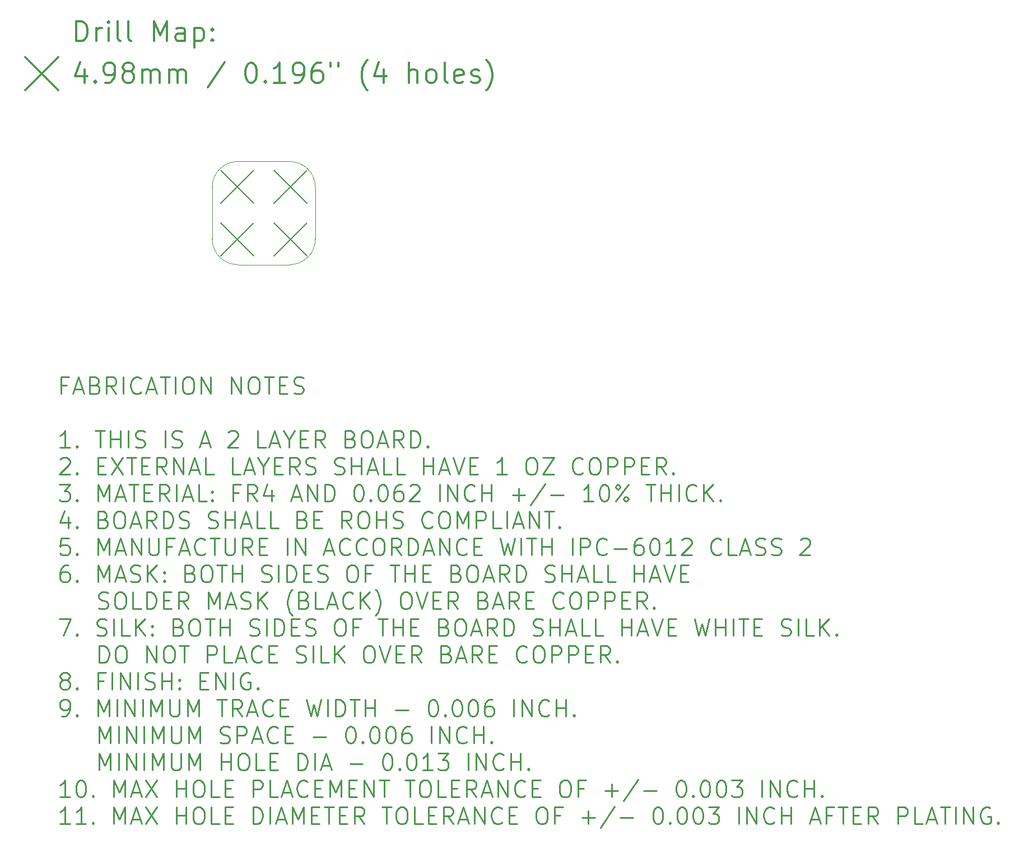
<source format=gbr>
G04 This is an RS-274x file exported by *
G04 gerbv version 2.6.0 *
G04 More information is available about gerbv at *
G04 http://gerbv.gpleda.org/ *
G04 --End of header info--*
%MOIN*%
%FSLAX34Y34*%
%IPPOS*%
G04 --Define apertures--*
%ADD10C,0.0050*%
%ADD11C,0.0079*%
%ADD12C,0.0118*%
%ADD13C,0.0138*%
%ADD14C,0.0016*%
%ADD15C,0.0100*%
G04 --Start main section--*
G54D11*
G01X0009670Y-009518D02*
G01X0011631Y-011479D01*
G01X0011631Y-009518D02*
G01X0009670Y-011479D01*
G01X0009670Y-012668D02*
G01X0011631Y-014628D01*
G01X0011631Y-012668D02*
G01X0009670Y-014628D01*
G01X0012819Y-009518D02*
G01X0014780Y-011479D01*
G01X0014780Y-009518D02*
G01X0012819Y-011479D01*
G01X0012819Y-012668D02*
G01X0014780Y-014628D01*
G01X0014780Y-012668D02*
G01X0012819Y-014628D01*
G54D12*
G01X0001069Y-001834D02*
G01X0001069Y-000652D01*
G01X0001069Y-000652D02*
G01X0001350Y-000652D01*
G01X0001350Y-000652D02*
G01X0001519Y-000709D01*
G01X0001519Y-000709D02*
G01X0001631Y-000821D01*
G01X0001631Y-000821D02*
G01X0001687Y-000934D01*
G01X0001687Y-000934D02*
G01X0001744Y-001159D01*
G01X0001744Y-001159D02*
G01X0001744Y-001327D01*
G01X0001744Y-001327D02*
G01X0001687Y-001552D01*
G01X0001687Y-001552D02*
G01X0001631Y-001665D01*
G01X0001631Y-001665D02*
G01X0001519Y-001777D01*
G01X0001519Y-001777D02*
G01X0001350Y-001834D01*
G01X0001350Y-001834D02*
G01X0001069Y-001834D01*
G01X0002250Y-001834D02*
G01X0002250Y-001046D01*
G01X0002250Y-001271D02*
G01X0002306Y-001159D01*
G01X0002306Y-001159D02*
G01X0002362Y-001102D01*
G01X0002362Y-001102D02*
G01X0002475Y-001046D01*
G01X0002475Y-001046D02*
G01X0002587Y-001046D01*
G01X0002981Y-001834D02*
G01X0002981Y-001046D01*
G01X0002981Y-000652D02*
G01X0002925Y-000709D01*
G01X0002925Y-000709D02*
G01X0002981Y-000765D01*
G01X0002981Y-000765D02*
G01X0003037Y-000709D01*
G01X0003037Y-000709D02*
G01X0002981Y-000652D01*
G01X0002981Y-000652D02*
G01X0002981Y-000765D01*
G01X0003712Y-001834D02*
G01X0003600Y-001777D01*
G01X0003600Y-001777D02*
G01X0003543Y-001665D01*
G01X0003543Y-001665D02*
G01X0003543Y-000652D01*
G01X0004331Y-001834D02*
G01X0004218Y-001777D01*
G01X0004218Y-001777D02*
G01X0004162Y-001665D01*
G01X0004162Y-001665D02*
G01X0004162Y-000652D01*
G01X0005681Y-001834D02*
G01X0005681Y-000652D01*
G01X0005681Y-000652D02*
G01X0006074Y-001496D01*
G01X0006074Y-001496D02*
G01X0006468Y-000652D01*
G01X0006468Y-000652D02*
G01X0006468Y-001834D01*
G01X0007537Y-001834D02*
G01X0007537Y-001215D01*
G01X0007537Y-001215D02*
G01X0007480Y-001102D01*
G01X0007480Y-001102D02*
G01X0007368Y-001046D01*
G01X0007368Y-001046D02*
G01X0007143Y-001046D01*
G01X0007143Y-001046D02*
G01X0007030Y-001102D01*
G01X0007537Y-001777D02*
G01X0007424Y-001834D01*
G01X0007424Y-001834D02*
G01X0007143Y-001834D01*
G01X0007143Y-001834D02*
G01X0007030Y-001777D01*
G01X0007030Y-001777D02*
G01X0006974Y-001665D01*
G01X0006974Y-001665D02*
G01X0006974Y-001552D01*
G01X0006974Y-001552D02*
G01X0007030Y-001440D01*
G01X0007030Y-001440D02*
G01X0007143Y-001384D01*
G01X0007143Y-001384D02*
G01X0007424Y-001384D01*
G01X0007424Y-001384D02*
G01X0007537Y-001327D01*
G01X0008099Y-001046D02*
G01X0008099Y-002227D01*
G01X0008099Y-001102D02*
G01X0008211Y-001046D01*
G01X0008211Y-001046D02*
G01X0008436Y-001046D01*
G01X0008436Y-001046D02*
G01X0008549Y-001102D01*
G01X0008549Y-001102D02*
G01X0008605Y-001159D01*
G01X0008605Y-001159D02*
G01X0008661Y-001271D01*
G01X0008661Y-001271D02*
G01X0008661Y-001609D01*
G01X0008661Y-001609D02*
G01X0008605Y-001721D01*
G01X0008605Y-001721D02*
G01X0008549Y-001777D01*
G01X0008549Y-001777D02*
G01X0008436Y-001834D01*
G01X0008436Y-001834D02*
G01X0008211Y-001834D01*
G01X0008211Y-001834D02*
G01X0008099Y-001777D01*
G01X0009168Y-001721D02*
G01X0009224Y-001777D01*
G01X0009224Y-001777D02*
G01X0009168Y-001834D01*
G01X0009168Y-001834D02*
G01X0009111Y-001777D01*
G01X0009111Y-001777D02*
G01X0009168Y-001721D01*
G01X0009168Y-001721D02*
G01X0009168Y-001834D01*
G01X0009168Y-001102D02*
G01X0009224Y-001159D01*
G01X0009224Y-001159D02*
G01X0009168Y-001215D01*
G01X0009168Y-001215D02*
G01X0009111Y-001159D01*
G01X0009111Y-001159D02*
G01X0009168Y-001102D01*
G01X0009168Y-001102D02*
G01X0009168Y-001215D01*
G01X-001961Y-002799D02*
G01X0000000Y-004760D01*
G01X0000000Y-002799D02*
G01X-001961Y-004760D01*
G01X0001575Y-003526D02*
G01X0001575Y-004314D01*
G01X0001294Y-003076D02*
G01X0001012Y-003920D01*
G01X0001012Y-003920D02*
G01X0001744Y-003920D01*
G01X0002193Y-004201D02*
G01X0002250Y-004258D01*
G01X0002250Y-004258D02*
G01X0002193Y-004314D01*
G01X0002193Y-004314D02*
G01X0002137Y-004258D01*
G01X0002137Y-004258D02*
G01X0002193Y-004201D01*
G01X0002193Y-004201D02*
G01X0002193Y-004314D01*
G01X0002812Y-004314D02*
G01X0003037Y-004314D01*
G01X0003037Y-004314D02*
G01X0003150Y-004258D01*
G01X0003150Y-004258D02*
G01X0003206Y-004201D01*
G01X0003206Y-004201D02*
G01X0003318Y-004033D01*
G01X0003318Y-004033D02*
G01X0003375Y-003808D01*
G01X0003375Y-003808D02*
G01X0003375Y-003358D01*
G01X0003375Y-003358D02*
G01X0003318Y-003245D01*
G01X0003318Y-003245D02*
G01X0003262Y-003189D01*
G01X0003262Y-003189D02*
G01X0003150Y-003133D01*
G01X0003150Y-003133D02*
G01X0002925Y-003133D01*
G01X0002925Y-003133D02*
G01X0002812Y-003189D01*
G01X0002812Y-003189D02*
G01X0002756Y-003245D01*
G01X0002756Y-003245D02*
G01X0002700Y-003358D01*
G01X0002700Y-003358D02*
G01X0002700Y-003639D01*
G01X0002700Y-003639D02*
G01X0002756Y-003751D01*
G01X0002756Y-003751D02*
G01X0002812Y-003808D01*
G01X0002812Y-003808D02*
G01X0002925Y-003864D01*
G01X0002925Y-003864D02*
G01X0003150Y-003864D01*
G01X0003150Y-003864D02*
G01X0003262Y-003808D01*
G01X0003262Y-003808D02*
G01X0003318Y-003751D01*
G01X0003318Y-003751D02*
G01X0003375Y-003639D01*
G01X0004049Y-003639D02*
G01X0003937Y-003583D01*
G01X0003937Y-003583D02*
G01X0003881Y-003526D01*
G01X0003881Y-003526D02*
G01X0003825Y-003414D01*
G01X0003825Y-003414D02*
G01X0003825Y-003358D01*
G01X0003825Y-003358D02*
G01X0003881Y-003245D01*
G01X0003881Y-003245D02*
G01X0003937Y-003189D01*
G01X0003937Y-003189D02*
G01X0004049Y-003133D01*
G01X0004049Y-003133D02*
G01X0004274Y-003133D01*
G01X0004274Y-003133D02*
G01X0004387Y-003189D01*
G01X0004387Y-003189D02*
G01X0004443Y-003245D01*
G01X0004443Y-003245D02*
G01X0004499Y-003358D01*
G01X0004499Y-003358D02*
G01X0004499Y-003414D01*
G01X0004499Y-003414D02*
G01X0004443Y-003526D01*
G01X0004443Y-003526D02*
G01X0004387Y-003583D01*
G01X0004387Y-003583D02*
G01X0004274Y-003639D01*
G01X0004274Y-003639D02*
G01X0004049Y-003639D01*
G01X0004049Y-003639D02*
G01X0003937Y-003695D01*
G01X0003937Y-003695D02*
G01X0003881Y-003751D01*
G01X0003881Y-003751D02*
G01X0003825Y-003864D01*
G01X0003825Y-003864D02*
G01X0003825Y-004089D01*
G01X0003825Y-004089D02*
G01X0003881Y-004201D01*
G01X0003881Y-004201D02*
G01X0003937Y-004258D01*
G01X0003937Y-004258D02*
G01X0004049Y-004314D01*
G01X0004049Y-004314D02*
G01X0004274Y-004314D01*
G01X0004274Y-004314D02*
G01X0004387Y-004258D01*
G01X0004387Y-004258D02*
G01X0004443Y-004201D01*
G01X0004443Y-004201D02*
G01X0004499Y-004089D01*
G01X0004499Y-004089D02*
G01X0004499Y-003864D01*
G01X0004499Y-003864D02*
G01X0004443Y-003751D01*
G01X0004443Y-003751D02*
G01X0004387Y-003695D01*
G01X0004387Y-003695D02*
G01X0004274Y-003639D01*
G01X0005006Y-004314D02*
G01X0005006Y-003526D01*
G01X0005006Y-003639D02*
G01X0005062Y-003583D01*
G01X0005062Y-003583D02*
G01X0005174Y-003526D01*
G01X0005174Y-003526D02*
G01X0005343Y-003526D01*
G01X0005343Y-003526D02*
G01X0005456Y-003583D01*
G01X0005456Y-003583D02*
G01X0005512Y-003695D01*
G01X0005512Y-003695D02*
G01X0005512Y-004314D01*
G01X0005512Y-003695D02*
G01X0005568Y-003583D01*
G01X0005568Y-003583D02*
G01X0005681Y-003526D01*
G01X0005681Y-003526D02*
G01X0005849Y-003526D01*
G01X0005849Y-003526D02*
G01X0005962Y-003583D01*
G01X0005962Y-003583D02*
G01X0006018Y-003695D01*
G01X0006018Y-003695D02*
G01X0006018Y-004314D01*
G01X0006580Y-004314D02*
G01X0006580Y-003526D01*
G01X0006580Y-003639D02*
G01X0006637Y-003583D01*
G01X0006637Y-003583D02*
G01X0006749Y-003526D01*
G01X0006749Y-003526D02*
G01X0006918Y-003526D01*
G01X0006918Y-003526D02*
G01X0007030Y-003583D01*
G01X0007030Y-003583D02*
G01X0007087Y-003695D01*
G01X0007087Y-003695D02*
G01X0007087Y-004314D01*
G01X0007087Y-003695D02*
G01X0007143Y-003583D01*
G01X0007143Y-003583D02*
G01X0007255Y-003526D01*
G01X0007255Y-003526D02*
G01X0007424Y-003526D01*
G01X0007424Y-003526D02*
G01X0007537Y-003583D01*
G01X0007537Y-003583D02*
G01X0007593Y-003695D01*
G01X0007593Y-003695D02*
G01X0007593Y-004314D01*
G01X0009899Y-003076D02*
G01X0008886Y-004595D01*
G01X0011417Y-003133D02*
G01X0011530Y-003133D01*
G01X0011530Y-003133D02*
G01X0011642Y-003189D01*
G01X0011642Y-003189D02*
G01X0011699Y-003245D01*
G01X0011699Y-003245D02*
G01X0011755Y-003358D01*
G01X0011755Y-003358D02*
G01X0011811Y-003583D01*
G01X0011811Y-003583D02*
G01X0011811Y-003864D01*
G01X0011811Y-003864D02*
G01X0011755Y-004089D01*
G01X0011755Y-004089D02*
G01X0011699Y-004201D01*
G01X0011699Y-004201D02*
G01X0011642Y-004258D01*
G01X0011642Y-004258D02*
G01X0011530Y-004314D01*
G01X0011530Y-004314D02*
G01X0011417Y-004314D01*
G01X0011417Y-004314D02*
G01X0011305Y-004258D01*
G01X0011305Y-004258D02*
G01X0011249Y-004201D01*
G01X0011249Y-004201D02*
G01X0011192Y-004089D01*
G01X0011192Y-004089D02*
G01X0011136Y-003864D01*
G01X0011136Y-003864D02*
G01X0011136Y-003583D01*
G01X0011136Y-003583D02*
G01X0011192Y-003358D01*
G01X0011192Y-003358D02*
G01X0011249Y-003245D01*
G01X0011249Y-003245D02*
G01X0011305Y-003189D01*
G01X0011305Y-003189D02*
G01X0011417Y-003133D01*
G01X0012317Y-004201D02*
G01X0012373Y-004258D01*
G01X0012373Y-004258D02*
G01X0012317Y-004314D01*
G01X0012317Y-004314D02*
G01X0012261Y-004258D01*
G01X0012261Y-004258D02*
G01X0012317Y-004201D01*
G01X0012317Y-004201D02*
G01X0012317Y-004314D01*
G01X0013498Y-004314D02*
G01X0012823Y-004314D01*
G01X0013161Y-004314D02*
G01X0013161Y-003133D01*
G01X0013161Y-003133D02*
G01X0013048Y-003301D01*
G01X0013048Y-003301D02*
G01X0012936Y-003414D01*
G01X0012936Y-003414D02*
G01X0012823Y-003470D01*
G01X0014061Y-004314D02*
G01X0014286Y-004314D01*
G01X0014286Y-004314D02*
G01X0014398Y-004258D01*
G01X0014398Y-004258D02*
G01X0014454Y-004201D01*
G01X0014454Y-004201D02*
G01X0014567Y-004033D01*
G01X0014567Y-004033D02*
G01X0014623Y-003808D01*
G01X0014623Y-003808D02*
G01X0014623Y-003358D01*
G01X0014623Y-003358D02*
G01X0014567Y-003245D01*
G01X0014567Y-003245D02*
G01X0014511Y-003189D01*
G01X0014511Y-003189D02*
G01X0014398Y-003133D01*
G01X0014398Y-003133D02*
G01X0014173Y-003133D01*
G01X0014173Y-003133D02*
G01X0014061Y-003189D01*
G01X0014061Y-003189D02*
G01X0014005Y-003245D01*
G01X0014005Y-003245D02*
G01X0013948Y-003358D01*
G01X0013948Y-003358D02*
G01X0013948Y-003639D01*
G01X0013948Y-003639D02*
G01X0014005Y-003751D01*
G01X0014005Y-003751D02*
G01X0014061Y-003808D01*
G01X0014061Y-003808D02*
G01X0014173Y-003864D01*
G01X0014173Y-003864D02*
G01X0014398Y-003864D01*
G01X0014398Y-003864D02*
G01X0014511Y-003808D01*
G01X0014511Y-003808D02*
G01X0014567Y-003751D01*
G01X0014567Y-003751D02*
G01X0014623Y-003639D01*
G01X0015636Y-003133D02*
G01X0015411Y-003133D01*
G01X0015411Y-003133D02*
G01X0015298Y-003189D01*
G01X0015298Y-003189D02*
G01X0015242Y-003245D01*
G01X0015242Y-003245D02*
G01X0015129Y-003414D01*
G01X0015129Y-003414D02*
G01X0015073Y-003639D01*
G01X0015073Y-003639D02*
G01X0015073Y-004089D01*
G01X0015073Y-004089D02*
G01X0015129Y-004201D01*
G01X0015129Y-004201D02*
G01X0015186Y-004258D01*
G01X0015186Y-004258D02*
G01X0015298Y-004314D01*
G01X0015298Y-004314D02*
G01X0015523Y-004314D01*
G01X0015523Y-004314D02*
G01X0015636Y-004258D01*
G01X0015636Y-004258D02*
G01X0015692Y-004201D01*
G01X0015692Y-004201D02*
G01X0015748Y-004089D01*
G01X0015748Y-004089D02*
G01X0015748Y-003808D01*
G01X0015748Y-003808D02*
G01X0015692Y-003695D01*
G01X0015692Y-003695D02*
G01X0015636Y-003639D01*
G01X0015636Y-003639D02*
G01X0015523Y-003583D01*
G01X0015523Y-003583D02*
G01X0015298Y-003583D01*
G01X0015298Y-003583D02*
G01X0015186Y-003639D01*
G01X0015186Y-003639D02*
G01X0015129Y-003695D01*
G01X0015129Y-003695D02*
G01X0015073Y-003808D01*
G01X0016198Y-003133D02*
G01X0016198Y-003358D01*
G01X0016648Y-003133D02*
G01X0016648Y-003358D01*
G01X0018391Y-004764D02*
G01X0018335Y-004708D01*
G01X0018335Y-004708D02*
G01X0018223Y-004539D01*
G01X0018223Y-004539D02*
G01X0018166Y-004426D01*
G01X0018166Y-004426D02*
G01X0018110Y-004258D01*
G01X0018110Y-004258D02*
G01X0018054Y-003976D01*
G01X0018054Y-003976D02*
G01X0018054Y-003751D01*
G01X0018054Y-003751D02*
G01X0018110Y-003470D01*
G01X0018110Y-003470D02*
G01X0018166Y-003301D01*
G01X0018166Y-003301D02*
G01X0018223Y-003189D01*
G01X0018223Y-003189D02*
G01X0018335Y-003020D01*
G01X0018335Y-003020D02*
G01X0018391Y-002964D01*
G01X0019348Y-003526D02*
G01X0019348Y-004314D01*
G01X0019066Y-003076D02*
G01X0018785Y-003920D01*
G01X0018785Y-003920D02*
G01X0019516Y-003920D01*
G01X0020866Y-004314D02*
G01X0020866Y-003133D01*
G01X0021372Y-004314D02*
G01X0021372Y-003695D01*
G01X0021372Y-003695D02*
G01X0021316Y-003583D01*
G01X0021316Y-003583D02*
G01X0021204Y-003526D01*
G01X0021204Y-003526D02*
G01X0021035Y-003526D01*
G01X0021035Y-003526D02*
G01X0020922Y-003583D01*
G01X0020922Y-003583D02*
G01X0020866Y-003639D01*
G01X0022103Y-004314D02*
G01X0021991Y-004258D01*
G01X0021991Y-004258D02*
G01X0021935Y-004201D01*
G01X0021935Y-004201D02*
G01X0021879Y-004089D01*
G01X0021879Y-004089D02*
G01X0021879Y-003751D01*
G01X0021879Y-003751D02*
G01X0021935Y-003639D01*
G01X0021935Y-003639D02*
G01X0021991Y-003583D01*
G01X0021991Y-003583D02*
G01X0022103Y-003526D01*
G01X0022103Y-003526D02*
G01X0022272Y-003526D01*
G01X0022272Y-003526D02*
G01X0022385Y-003583D01*
G01X0022385Y-003583D02*
G01X0022441Y-003639D01*
G01X0022441Y-003639D02*
G01X0022497Y-003751D01*
G01X0022497Y-003751D02*
G01X0022497Y-004089D01*
G01X0022497Y-004089D02*
G01X0022441Y-004201D01*
G01X0022441Y-004201D02*
G01X0022385Y-004258D01*
G01X0022385Y-004258D02*
G01X0022272Y-004314D01*
G01X0022272Y-004314D02*
G01X0022103Y-004314D01*
G01X0023172Y-004314D02*
G01X0023060Y-004258D01*
G01X0023060Y-004258D02*
G01X0023003Y-004145D01*
G01X0023003Y-004145D02*
G01X0023003Y-003133D01*
G01X0024072Y-004258D02*
G01X0023960Y-004314D01*
G01X0023960Y-004314D02*
G01X0023735Y-004314D01*
G01X0023735Y-004314D02*
G01X0023622Y-004258D01*
G01X0023622Y-004258D02*
G01X0023566Y-004145D01*
G01X0023566Y-004145D02*
G01X0023566Y-003695D01*
G01X0023566Y-003695D02*
G01X0023622Y-003583D01*
G01X0023622Y-003583D02*
G01X0023735Y-003526D01*
G01X0023735Y-003526D02*
G01X0023960Y-003526D01*
G01X0023960Y-003526D02*
G01X0024072Y-003583D01*
G01X0024072Y-003583D02*
G01X0024128Y-003695D01*
G01X0024128Y-003695D02*
G01X0024128Y-003808D01*
G01X0024128Y-003808D02*
G01X0023566Y-003920D01*
G01X0024578Y-004258D02*
G01X0024691Y-004314D01*
G01X0024691Y-004314D02*
G01X0024916Y-004314D01*
G01X0024916Y-004314D02*
G01X0025028Y-004258D01*
G01X0025028Y-004258D02*
G01X0025084Y-004145D01*
G01X0025084Y-004145D02*
G01X0025084Y-004089D01*
G01X0025084Y-004089D02*
G01X0025028Y-003976D01*
G01X0025028Y-003976D02*
G01X0024916Y-003920D01*
G01X0024916Y-003920D02*
G01X0024747Y-003920D01*
G01X0024747Y-003920D02*
G01X0024634Y-003864D01*
G01X0024634Y-003864D02*
G01X0024578Y-003751D01*
G01X0024578Y-003751D02*
G01X0024578Y-003695D01*
G01X0024578Y-003695D02*
G01X0024634Y-003583D01*
G01X0024634Y-003583D02*
G01X0024747Y-003526D01*
G01X0024747Y-003526D02*
G01X0024916Y-003526D01*
G01X0024916Y-003526D02*
G01X0025028Y-003583D01*
G01X0025478Y-004764D02*
G01X0025534Y-004708D01*
G01X0025534Y-004708D02*
G01X0025647Y-004539D01*
G01X0025647Y-004539D02*
G01X0025703Y-004426D01*
G01X0025703Y-004426D02*
G01X0025759Y-004258D01*
G01X0025759Y-004258D02*
G01X0025816Y-003976D01*
G01X0025816Y-003976D02*
G01X0025816Y-003751D01*
G01X0025816Y-003751D02*
G01X0025759Y-003470D01*
G01X0025759Y-003470D02*
G01X0025703Y-003301D01*
G01X0025703Y-003301D02*
G01X0025647Y-003189D01*
G01X0025647Y-003189D02*
G01X0025534Y-003020D01*
G01X0025534Y-003020D02*
G01X0025478Y-002964D01*
G01X0000000Y0000000D02*
G54D14*
G01X0013760Y-009002D02*
G01X0010690Y-009002D01*
G01X0013760Y-015144D02*
G01X0010690Y-015144D01*
G01X0015296Y-013609D02*
G01X0015296Y-010538D01*
G01X0009154Y-013609D02*
G01X0009154Y-010538D01*
G01X0015296Y-010538D02*
G75*
G03X0013760Y-009002I-001535J0000000D01*
G01X0013760Y-015144D02*
G75*
G03X0015296Y-013609I0000000J0001535D01*
G01X0009154Y-013609D02*
G75*
G03X0010690Y-015144I0001535J0000000D01*
G01X0010690Y-009002D02*
G75*
G03X0009154Y-010538I0000000J-001535D01*
G01X0000000Y0000000D02*
G54D15*
G01X0000491Y-022309D02*
G01X0000158Y-022309D01*
G01X0000158Y-022832D02*
G01X0000158Y-021832D01*
G01X0000158Y-021832D02*
G01X0000634Y-021832D01*
G01X0000968Y-022547D02*
G01X0001444Y-022547D01*
G01X0000872Y-022832D02*
G01X0001206Y-021832D01*
G01X0001206Y-021832D02*
G01X0001539Y-022832D01*
G01X0002206Y-022309D02*
G01X0002349Y-022356D01*
G01X0002349Y-022356D02*
G01X0002396Y-022404D01*
G01X0002396Y-022404D02*
G01X0002444Y-022499D01*
G01X0002444Y-022499D02*
G01X0002444Y-022642D01*
G01X0002444Y-022642D02*
G01X0002396Y-022737D01*
G01X0002396Y-022737D02*
G01X0002349Y-022785D01*
G01X0002349Y-022785D02*
G01X0002253Y-022832D01*
G01X0002253Y-022832D02*
G01X0001872Y-022832D01*
G01X0001872Y-022832D02*
G01X0001872Y-021832D01*
G01X0001872Y-021832D02*
G01X0002206Y-021832D01*
G01X0002206Y-021832D02*
G01X0002301Y-021880D01*
G01X0002301Y-021880D02*
G01X0002349Y-021928D01*
G01X0002349Y-021928D02*
G01X0002396Y-022023D01*
G01X0002396Y-022023D02*
G01X0002396Y-022118D01*
G01X0002396Y-022118D02*
G01X0002349Y-022213D01*
G01X0002349Y-022213D02*
G01X0002301Y-022261D01*
G01X0002301Y-022261D02*
G01X0002206Y-022309D01*
G01X0002206Y-022309D02*
G01X0001872Y-022309D01*
G01X0003444Y-022832D02*
G01X0003110Y-022356D01*
G01X0002872Y-022832D02*
G01X0002872Y-021832D01*
G01X0002872Y-021832D02*
G01X0003253Y-021832D01*
G01X0003253Y-021832D02*
G01X0003349Y-021880D01*
G01X0003349Y-021880D02*
G01X0003396Y-021928D01*
G01X0003396Y-021928D02*
G01X0003444Y-022023D01*
G01X0003444Y-022023D02*
G01X0003444Y-022166D01*
G01X0003444Y-022166D02*
G01X0003396Y-022261D01*
G01X0003396Y-022261D02*
G01X0003349Y-022309D01*
G01X0003349Y-022309D02*
G01X0003253Y-022356D01*
G01X0003253Y-022356D02*
G01X0002872Y-022356D01*
G01X0003872Y-022832D02*
G01X0003872Y-021832D01*
G01X0004920Y-022737D02*
G01X0004872Y-022785D01*
G01X0004872Y-022785D02*
G01X0004730Y-022832D01*
G01X0004730Y-022832D02*
G01X0004634Y-022832D01*
G01X0004634Y-022832D02*
G01X0004491Y-022785D01*
G01X0004491Y-022785D02*
G01X0004396Y-022690D01*
G01X0004396Y-022690D02*
G01X0004349Y-022594D01*
G01X0004349Y-022594D02*
G01X0004301Y-022404D01*
G01X0004301Y-022404D02*
G01X0004301Y-022261D01*
G01X0004301Y-022261D02*
G01X0004349Y-022070D01*
G01X0004349Y-022070D02*
G01X0004396Y-021975D01*
G01X0004396Y-021975D02*
G01X0004491Y-021880D01*
G01X0004491Y-021880D02*
G01X0004634Y-021832D01*
G01X0004634Y-021832D02*
G01X0004730Y-021832D01*
G01X0004730Y-021832D02*
G01X0004872Y-021880D01*
G01X0004872Y-021880D02*
G01X0004920Y-021928D01*
G01X0005301Y-022547D02*
G01X0005777Y-022547D01*
G01X0005206Y-022832D02*
G01X0005539Y-021832D01*
G01X0005539Y-021832D02*
G01X0005872Y-022832D01*
G01X0006063Y-021832D02*
G01X0006634Y-021832D01*
G01X0006349Y-022832D02*
G01X0006349Y-021832D01*
G01X0006968Y-022832D02*
G01X0006968Y-021832D01*
G01X0007634Y-021832D02*
G01X0007825Y-021832D01*
G01X0007825Y-021832D02*
G01X0007920Y-021880D01*
G01X0007920Y-021880D02*
G01X0008015Y-021975D01*
G01X0008015Y-021975D02*
G01X0008063Y-022166D01*
G01X0008063Y-022166D02*
G01X0008063Y-022499D01*
G01X0008063Y-022499D02*
G01X0008015Y-022690D01*
G01X0008015Y-022690D02*
G01X0007920Y-022785D01*
G01X0007920Y-022785D02*
G01X0007825Y-022832D01*
G01X0007825Y-022832D02*
G01X0007634Y-022832D01*
G01X0007634Y-022832D02*
G01X0007539Y-022785D01*
G01X0007539Y-022785D02*
G01X0007444Y-022690D01*
G01X0007444Y-022690D02*
G01X0007396Y-022499D01*
G01X0007396Y-022499D02*
G01X0007396Y-022166D01*
G01X0007396Y-022166D02*
G01X0007444Y-021975D01*
G01X0007444Y-021975D02*
G01X0007539Y-021880D01*
G01X0007539Y-021880D02*
G01X0007634Y-021832D01*
G01X0008491Y-022832D02*
G01X0008491Y-021832D01*
G01X0008491Y-021832D02*
G01X0009063Y-022832D01*
G01X0009063Y-022832D02*
G01X0009063Y-021832D01*
G01X0010301Y-022832D02*
G01X0010301Y-021832D01*
G01X0010301Y-021832D02*
G01X0010872Y-022832D01*
G01X0010872Y-022832D02*
G01X0010872Y-021832D01*
G01X0011539Y-021832D02*
G01X0011730Y-021832D01*
G01X0011730Y-021832D02*
G01X0011825Y-021880D01*
G01X0011825Y-021880D02*
G01X0011920Y-021975D01*
G01X0011920Y-021975D02*
G01X0011968Y-022166D01*
G01X0011968Y-022166D02*
G01X0011968Y-022499D01*
G01X0011968Y-022499D02*
G01X0011920Y-022690D01*
G01X0011920Y-022690D02*
G01X0011825Y-022785D01*
G01X0011825Y-022785D02*
G01X0011730Y-022832D01*
G01X0011730Y-022832D02*
G01X0011539Y-022832D01*
G01X0011539Y-022832D02*
G01X0011444Y-022785D01*
G01X0011444Y-022785D02*
G01X0011349Y-022690D01*
G01X0011349Y-022690D02*
G01X0011301Y-022499D01*
G01X0011301Y-022499D02*
G01X0011301Y-022166D01*
G01X0011301Y-022166D02*
G01X0011349Y-021975D01*
G01X0011349Y-021975D02*
G01X0011444Y-021880D01*
G01X0011444Y-021880D02*
G01X0011539Y-021832D01*
G01X0012253Y-021832D02*
G01X0012825Y-021832D01*
G01X0012539Y-022832D02*
G01X0012539Y-021832D01*
G01X0013158Y-022309D02*
G01X0013491Y-022309D01*
G01X0013634Y-022832D02*
G01X0013158Y-022832D01*
G01X0013158Y-022832D02*
G01X0013158Y-021832D01*
G01X0013158Y-021832D02*
G01X0013634Y-021832D01*
G01X0014015Y-022785D02*
G01X0014158Y-022832D01*
G01X0014158Y-022832D02*
G01X0014396Y-022832D01*
G01X0014396Y-022832D02*
G01X0014491Y-022785D01*
G01X0014491Y-022785D02*
G01X0014539Y-022737D01*
G01X0014539Y-022737D02*
G01X0014587Y-022642D01*
G01X0014587Y-022642D02*
G01X0014587Y-022547D01*
G01X0014587Y-022547D02*
G01X0014539Y-022451D01*
G01X0014539Y-022451D02*
G01X0014491Y-022404D01*
G01X0014491Y-022404D02*
G01X0014396Y-022356D01*
G01X0014396Y-022356D02*
G01X0014206Y-022309D01*
G01X0014206Y-022309D02*
G01X0014110Y-022261D01*
G01X0014110Y-022261D02*
G01X0014063Y-022213D01*
G01X0014063Y-022213D02*
G01X0014015Y-022118D01*
G01X0014015Y-022118D02*
G01X0014015Y-022023D01*
G01X0014015Y-022023D02*
G01X0014063Y-021928D01*
G01X0014063Y-021928D02*
G01X0014110Y-021880D01*
G01X0014110Y-021880D02*
G01X0014206Y-021832D01*
G01X0014206Y-021832D02*
G01X0014444Y-021832D01*
G01X0014444Y-021832D02*
G01X0014587Y-021880D01*
G01X0000682Y-026032D02*
G01X0000110Y-026032D01*
G01X0000396Y-026032D02*
G01X0000396Y-025032D01*
G01X0000396Y-025032D02*
G01X0000301Y-025175D01*
G01X0000301Y-025175D02*
G01X0000206Y-025270D01*
G01X0000206Y-025270D02*
G01X0000110Y-025318D01*
G01X0001110Y-025937D02*
G01X0001158Y-025985D01*
G01X0001158Y-025985D02*
G01X0001110Y-026032D01*
G01X0001110Y-026032D02*
G01X0001063Y-025985D01*
G01X0001063Y-025985D02*
G01X0001110Y-025937D01*
G01X0001110Y-025937D02*
G01X0001110Y-026032D01*
G01X0002206Y-025032D02*
G01X0002777Y-025032D01*
G01X0002491Y-026032D02*
G01X0002491Y-025032D01*
G01X0003110Y-026032D02*
G01X0003110Y-025032D01*
G01X0003110Y-025509D02*
G01X0003682Y-025509D01*
G01X0003682Y-026032D02*
G01X0003682Y-025032D01*
G01X0004158Y-026032D02*
G01X0004158Y-025032D01*
G01X0004587Y-025985D02*
G01X0004730Y-026032D01*
G01X0004730Y-026032D02*
G01X0004968Y-026032D01*
G01X0004968Y-026032D02*
G01X0005063Y-025985D01*
G01X0005063Y-025985D02*
G01X0005110Y-025937D01*
G01X0005110Y-025937D02*
G01X0005158Y-025842D01*
G01X0005158Y-025842D02*
G01X0005158Y-025747D01*
G01X0005158Y-025747D02*
G01X0005110Y-025651D01*
G01X0005110Y-025651D02*
G01X0005063Y-025604D01*
G01X0005063Y-025604D02*
G01X0004968Y-025556D01*
G01X0004968Y-025556D02*
G01X0004777Y-025509D01*
G01X0004777Y-025509D02*
G01X0004682Y-025461D01*
G01X0004682Y-025461D02*
G01X0004634Y-025413D01*
G01X0004634Y-025413D02*
G01X0004587Y-025318D01*
G01X0004587Y-025318D02*
G01X0004587Y-025223D01*
G01X0004587Y-025223D02*
G01X0004634Y-025128D01*
G01X0004634Y-025128D02*
G01X0004682Y-025080D01*
G01X0004682Y-025080D02*
G01X0004777Y-025032D01*
G01X0004777Y-025032D02*
G01X0005015Y-025032D01*
G01X0005015Y-025032D02*
G01X0005158Y-025080D01*
G01X0006349Y-026032D02*
G01X0006349Y-025032D01*
G01X0006777Y-025985D02*
G01X0006920Y-026032D01*
G01X0006920Y-026032D02*
G01X0007158Y-026032D01*
G01X0007158Y-026032D02*
G01X0007253Y-025985D01*
G01X0007253Y-025985D02*
G01X0007301Y-025937D01*
G01X0007301Y-025937D02*
G01X0007349Y-025842D01*
G01X0007349Y-025842D02*
G01X0007349Y-025747D01*
G01X0007349Y-025747D02*
G01X0007301Y-025651D01*
G01X0007301Y-025651D02*
G01X0007253Y-025604D01*
G01X0007253Y-025604D02*
G01X0007158Y-025556D01*
G01X0007158Y-025556D02*
G01X0006968Y-025509D01*
G01X0006968Y-025509D02*
G01X0006872Y-025461D01*
G01X0006872Y-025461D02*
G01X0006825Y-025413D01*
G01X0006825Y-025413D02*
G01X0006777Y-025318D01*
G01X0006777Y-025318D02*
G01X0006777Y-025223D01*
G01X0006777Y-025223D02*
G01X0006825Y-025128D01*
G01X0006825Y-025128D02*
G01X0006872Y-025080D01*
G01X0006872Y-025080D02*
G01X0006968Y-025032D01*
G01X0006968Y-025032D02*
G01X0007206Y-025032D01*
G01X0007206Y-025032D02*
G01X0007349Y-025080D01*
G01X0008491Y-025747D02*
G01X0008968Y-025747D01*
G01X0008396Y-026032D02*
G01X0008730Y-025032D01*
G01X0008730Y-025032D02*
G01X0009063Y-026032D01*
G01X0010110Y-025128D02*
G01X0010158Y-025080D01*
G01X0010158Y-025080D02*
G01X0010253Y-025032D01*
G01X0010253Y-025032D02*
G01X0010491Y-025032D01*
G01X0010491Y-025032D02*
G01X0010587Y-025080D01*
G01X0010587Y-025080D02*
G01X0010634Y-025128D01*
G01X0010634Y-025128D02*
G01X0010682Y-025223D01*
G01X0010682Y-025223D02*
G01X0010682Y-025318D01*
G01X0010682Y-025318D02*
G01X0010634Y-025461D01*
G01X0010634Y-025461D02*
G01X0010063Y-026032D01*
G01X0010063Y-026032D02*
G01X0010682Y-026032D01*
G01X0012349Y-026032D02*
G01X0011872Y-026032D01*
G01X0011872Y-026032D02*
G01X0011872Y-025032D01*
G01X0012634Y-025747D02*
G01X0013110Y-025747D01*
G01X0012539Y-026032D02*
G01X0012872Y-025032D01*
G01X0012872Y-025032D02*
G01X0013206Y-026032D01*
G01X0013730Y-025556D02*
G01X0013730Y-026032D01*
G01X0013396Y-025032D02*
G01X0013730Y-025556D01*
G01X0013730Y-025556D02*
G01X0014063Y-025032D01*
G01X0014396Y-025509D02*
G01X0014730Y-025509D01*
G01X0014872Y-026032D02*
G01X0014396Y-026032D01*
G01X0014396Y-026032D02*
G01X0014396Y-025032D01*
G01X0014396Y-025032D02*
G01X0014872Y-025032D01*
G01X0015872Y-026032D02*
G01X0015539Y-025556D01*
G01X0015301Y-026032D02*
G01X0015301Y-025032D01*
G01X0015301Y-025032D02*
G01X0015682Y-025032D01*
G01X0015682Y-025032D02*
G01X0015777Y-025080D01*
G01X0015777Y-025080D02*
G01X0015825Y-025128D01*
G01X0015825Y-025128D02*
G01X0015872Y-025223D01*
G01X0015872Y-025223D02*
G01X0015872Y-025366D01*
G01X0015872Y-025366D02*
G01X0015825Y-025461D01*
G01X0015825Y-025461D02*
G01X0015777Y-025509D01*
G01X0015777Y-025509D02*
G01X0015682Y-025556D01*
G01X0015682Y-025556D02*
G01X0015301Y-025556D01*
G01X0017396Y-025509D02*
G01X0017539Y-025556D01*
G01X0017539Y-025556D02*
G01X0017587Y-025604D01*
G01X0017587Y-025604D02*
G01X0017634Y-025699D01*
G01X0017634Y-025699D02*
G01X0017634Y-025842D01*
G01X0017634Y-025842D02*
G01X0017587Y-025937D01*
G01X0017587Y-025937D02*
G01X0017539Y-025985D01*
G01X0017539Y-025985D02*
G01X0017444Y-026032D01*
G01X0017444Y-026032D02*
G01X0017063Y-026032D01*
G01X0017063Y-026032D02*
G01X0017063Y-025032D01*
G01X0017063Y-025032D02*
G01X0017396Y-025032D01*
G01X0017396Y-025032D02*
G01X0017491Y-025080D01*
G01X0017491Y-025080D02*
G01X0017539Y-025128D01*
G01X0017539Y-025128D02*
G01X0017587Y-025223D01*
G01X0017587Y-025223D02*
G01X0017587Y-025318D01*
G01X0017587Y-025318D02*
G01X0017539Y-025413D01*
G01X0017539Y-025413D02*
G01X0017491Y-025461D01*
G01X0017491Y-025461D02*
G01X0017396Y-025509D01*
G01X0017396Y-025509D02*
G01X0017063Y-025509D01*
G01X0018253Y-025032D02*
G01X0018444Y-025032D01*
G01X0018444Y-025032D02*
G01X0018539Y-025080D01*
G01X0018539Y-025080D02*
G01X0018634Y-025175D01*
G01X0018634Y-025175D02*
G01X0018682Y-025366D01*
G01X0018682Y-025366D02*
G01X0018682Y-025699D01*
G01X0018682Y-025699D02*
G01X0018634Y-025890D01*
G01X0018634Y-025890D02*
G01X0018539Y-025985D01*
G01X0018539Y-025985D02*
G01X0018444Y-026032D01*
G01X0018444Y-026032D02*
G01X0018253Y-026032D01*
G01X0018253Y-026032D02*
G01X0018158Y-025985D01*
G01X0018158Y-025985D02*
G01X0018063Y-025890D01*
G01X0018063Y-025890D02*
G01X0018015Y-025699D01*
G01X0018015Y-025699D02*
G01X0018015Y-025366D01*
G01X0018015Y-025366D02*
G01X0018063Y-025175D01*
G01X0018063Y-025175D02*
G01X0018158Y-025080D01*
G01X0018158Y-025080D02*
G01X0018253Y-025032D01*
G01X0019063Y-025747D02*
G01X0019539Y-025747D01*
G01X0018968Y-026032D02*
G01X0019301Y-025032D01*
G01X0019301Y-025032D02*
G01X0019634Y-026032D01*
G01X0020539Y-026032D02*
G01X0020206Y-025556D01*
G01X0019968Y-026032D02*
G01X0019968Y-025032D01*
G01X0019968Y-025032D02*
G01X0020349Y-025032D01*
G01X0020349Y-025032D02*
G01X0020444Y-025080D01*
G01X0020444Y-025080D02*
G01X0020491Y-025128D01*
G01X0020491Y-025128D02*
G01X0020539Y-025223D01*
G01X0020539Y-025223D02*
G01X0020539Y-025366D01*
G01X0020539Y-025366D02*
G01X0020491Y-025461D01*
G01X0020491Y-025461D02*
G01X0020444Y-025509D01*
G01X0020444Y-025509D02*
G01X0020349Y-025556D01*
G01X0020349Y-025556D02*
G01X0019968Y-025556D01*
G01X0020968Y-026032D02*
G01X0020968Y-025032D01*
G01X0020968Y-025032D02*
G01X0021206Y-025032D01*
G01X0021206Y-025032D02*
G01X0021349Y-025080D01*
G01X0021349Y-025080D02*
G01X0021444Y-025175D01*
G01X0021444Y-025175D02*
G01X0021491Y-025270D01*
G01X0021491Y-025270D02*
G01X0021539Y-025461D01*
G01X0021539Y-025461D02*
G01X0021539Y-025604D01*
G01X0021539Y-025604D02*
G01X0021491Y-025794D01*
G01X0021491Y-025794D02*
G01X0021444Y-025890D01*
G01X0021444Y-025890D02*
G01X0021349Y-025985D01*
G01X0021349Y-025985D02*
G01X0021206Y-026032D01*
G01X0021206Y-026032D02*
G01X0020968Y-026032D01*
G01X0021968Y-025937D02*
G01X0022015Y-025985D01*
G01X0022015Y-025985D02*
G01X0021968Y-026032D01*
G01X0021968Y-026032D02*
G01X0021920Y-025985D01*
G01X0021920Y-025985D02*
G01X0021968Y-025937D01*
G01X0021968Y-025937D02*
G01X0021968Y-026032D01*
G01X0000110Y-026728D02*
G01X0000158Y-026680D01*
G01X0000158Y-026680D02*
G01X0000253Y-026632D01*
G01X0000253Y-026632D02*
G01X0000491Y-026632D01*
G01X0000491Y-026632D02*
G01X0000587Y-026680D01*
G01X0000587Y-026680D02*
G01X0000634Y-026728D01*
G01X0000634Y-026728D02*
G01X0000682Y-026823D01*
G01X0000682Y-026823D02*
G01X0000682Y-026918D01*
G01X0000682Y-026918D02*
G01X0000634Y-027061D01*
G01X0000634Y-027061D02*
G01X0000063Y-027632D01*
G01X0000063Y-027632D02*
G01X0000682Y-027632D01*
G01X0001110Y-027537D02*
G01X0001158Y-027585D01*
G01X0001158Y-027585D02*
G01X0001110Y-027632D01*
G01X0001110Y-027632D02*
G01X0001063Y-027585D01*
G01X0001063Y-027585D02*
G01X0001110Y-027537D01*
G01X0001110Y-027537D02*
G01X0001110Y-027632D01*
G01X0002349Y-027109D02*
G01X0002682Y-027109D01*
G01X0002825Y-027632D02*
G01X0002349Y-027632D01*
G01X0002349Y-027632D02*
G01X0002349Y-026632D01*
G01X0002349Y-026632D02*
G01X0002825Y-026632D01*
G01X0003158Y-026632D02*
G01X0003825Y-027632D01*
G01X0003825Y-026632D02*
G01X0003158Y-027632D01*
G01X0004063Y-026632D02*
G01X0004634Y-026632D01*
G01X0004349Y-027632D02*
G01X0004349Y-026632D01*
G01X0004968Y-027109D02*
G01X0005301Y-027109D01*
G01X0005444Y-027632D02*
G01X0004968Y-027632D01*
G01X0004968Y-027632D02*
G01X0004968Y-026632D01*
G01X0004968Y-026632D02*
G01X0005444Y-026632D01*
G01X0006444Y-027632D02*
G01X0006110Y-027156D01*
G01X0005872Y-027632D02*
G01X0005872Y-026632D01*
G01X0005872Y-026632D02*
G01X0006253Y-026632D01*
G01X0006253Y-026632D02*
G01X0006349Y-026680D01*
G01X0006349Y-026680D02*
G01X0006396Y-026728D01*
G01X0006396Y-026728D02*
G01X0006444Y-026823D01*
G01X0006444Y-026823D02*
G01X0006444Y-026966D01*
G01X0006444Y-026966D02*
G01X0006396Y-027061D01*
G01X0006396Y-027061D02*
G01X0006349Y-027109D01*
G01X0006349Y-027109D02*
G01X0006253Y-027156D01*
G01X0006253Y-027156D02*
G01X0005872Y-027156D01*
G01X0006872Y-027632D02*
G01X0006872Y-026632D01*
G01X0006872Y-026632D02*
G01X0007444Y-027632D01*
G01X0007444Y-027632D02*
G01X0007444Y-026632D01*
G01X0007872Y-027347D02*
G01X0008349Y-027347D01*
G01X0007777Y-027632D02*
G01X0008110Y-026632D01*
G01X0008110Y-026632D02*
G01X0008444Y-027632D01*
G01X0009253Y-027632D02*
G01X0008777Y-027632D01*
G01X0008777Y-027632D02*
G01X0008777Y-026632D01*
G01X0010825Y-027632D02*
G01X0010349Y-027632D01*
G01X0010349Y-027632D02*
G01X0010349Y-026632D01*
G01X0011110Y-027347D02*
G01X0011587Y-027347D01*
G01X0011015Y-027632D02*
G01X0011349Y-026632D01*
G01X0011349Y-026632D02*
G01X0011682Y-027632D01*
G01X0012206Y-027156D02*
G01X0012206Y-027632D01*
G01X0011872Y-026632D02*
G01X0012206Y-027156D01*
G01X0012206Y-027156D02*
G01X0012539Y-026632D01*
G01X0012872Y-027109D02*
G01X0013206Y-027109D01*
G01X0013349Y-027632D02*
G01X0012872Y-027632D01*
G01X0012872Y-027632D02*
G01X0012872Y-026632D01*
G01X0012872Y-026632D02*
G01X0013349Y-026632D01*
G01X0014349Y-027632D02*
G01X0014015Y-027156D01*
G01X0013777Y-027632D02*
G01X0013777Y-026632D01*
G01X0013777Y-026632D02*
G01X0014158Y-026632D01*
G01X0014158Y-026632D02*
G01X0014253Y-026680D01*
G01X0014253Y-026680D02*
G01X0014301Y-026728D01*
G01X0014301Y-026728D02*
G01X0014349Y-026823D01*
G01X0014349Y-026823D02*
G01X0014349Y-026966D01*
G01X0014349Y-026966D02*
G01X0014301Y-027061D01*
G01X0014301Y-027061D02*
G01X0014253Y-027109D01*
G01X0014253Y-027109D02*
G01X0014158Y-027156D01*
G01X0014158Y-027156D02*
G01X0013777Y-027156D01*
G01X0014730Y-027585D02*
G01X0014872Y-027632D01*
G01X0014872Y-027632D02*
G01X0015110Y-027632D01*
G01X0015110Y-027632D02*
G01X0015206Y-027585D01*
G01X0015206Y-027585D02*
G01X0015253Y-027537D01*
G01X0015253Y-027537D02*
G01X0015301Y-027442D01*
G01X0015301Y-027442D02*
G01X0015301Y-027347D01*
G01X0015301Y-027347D02*
G01X0015253Y-027251D01*
G01X0015253Y-027251D02*
G01X0015206Y-027204D01*
G01X0015206Y-027204D02*
G01X0015110Y-027156D01*
G01X0015110Y-027156D02*
G01X0014920Y-027109D01*
G01X0014920Y-027109D02*
G01X0014825Y-027061D01*
G01X0014825Y-027061D02*
G01X0014777Y-027013D01*
G01X0014777Y-027013D02*
G01X0014730Y-026918D01*
G01X0014730Y-026918D02*
G01X0014730Y-026823D01*
G01X0014730Y-026823D02*
G01X0014777Y-026728D01*
G01X0014777Y-026728D02*
G01X0014825Y-026680D01*
G01X0014825Y-026680D02*
G01X0014920Y-026632D01*
G01X0014920Y-026632D02*
G01X0015158Y-026632D01*
G01X0015158Y-026632D02*
G01X0015301Y-026680D01*
G01X0016444Y-027585D02*
G01X0016587Y-027632D01*
G01X0016587Y-027632D02*
G01X0016825Y-027632D01*
G01X0016825Y-027632D02*
G01X0016920Y-027585D01*
G01X0016920Y-027585D02*
G01X0016968Y-027537D01*
G01X0016968Y-027537D02*
G01X0017015Y-027442D01*
G01X0017015Y-027442D02*
G01X0017015Y-027347D01*
G01X0017015Y-027347D02*
G01X0016968Y-027251D01*
G01X0016968Y-027251D02*
G01X0016920Y-027204D01*
G01X0016920Y-027204D02*
G01X0016825Y-027156D01*
G01X0016825Y-027156D02*
G01X0016634Y-027109D01*
G01X0016634Y-027109D02*
G01X0016539Y-027061D01*
G01X0016539Y-027061D02*
G01X0016491Y-027013D01*
G01X0016491Y-027013D02*
G01X0016444Y-026918D01*
G01X0016444Y-026918D02*
G01X0016444Y-026823D01*
G01X0016444Y-026823D02*
G01X0016491Y-026728D01*
G01X0016491Y-026728D02*
G01X0016539Y-026680D01*
G01X0016539Y-026680D02*
G01X0016634Y-026632D01*
G01X0016634Y-026632D02*
G01X0016872Y-026632D01*
G01X0016872Y-026632D02*
G01X0017015Y-026680D01*
G01X0017444Y-027632D02*
G01X0017444Y-026632D01*
G01X0017444Y-027109D02*
G01X0018015Y-027109D01*
G01X0018015Y-027632D02*
G01X0018015Y-026632D01*
G01X0018444Y-027347D02*
G01X0018920Y-027347D01*
G01X0018349Y-027632D02*
G01X0018682Y-026632D01*
G01X0018682Y-026632D02*
G01X0019015Y-027632D01*
G01X0019825Y-027632D02*
G01X0019349Y-027632D01*
G01X0019349Y-027632D02*
G01X0019349Y-026632D01*
G01X0020634Y-027632D02*
G01X0020158Y-027632D01*
G01X0020158Y-027632D02*
G01X0020158Y-026632D01*
G01X0021730Y-027632D02*
G01X0021730Y-026632D01*
G01X0021730Y-027109D02*
G01X0022301Y-027109D01*
G01X0022301Y-027632D02*
G01X0022301Y-026632D01*
G01X0022730Y-027347D02*
G01X0023206Y-027347D01*
G01X0022634Y-027632D02*
G01X0022968Y-026632D01*
G01X0022968Y-026632D02*
G01X0023301Y-027632D01*
G01X0023491Y-026632D02*
G01X0023825Y-027632D01*
G01X0023825Y-027632D02*
G01X0024158Y-026632D01*
G01X0024491Y-027109D02*
G01X0024825Y-027109D01*
G01X0024968Y-027632D02*
G01X0024491Y-027632D01*
G01X0024491Y-027632D02*
G01X0024491Y-026632D01*
G01X0024491Y-026632D02*
G01X0024968Y-026632D01*
G01X0026682Y-027632D02*
G01X0026110Y-027632D01*
G01X0026396Y-027632D02*
G01X0026396Y-026632D01*
G01X0026396Y-026632D02*
G01X0026301Y-026775D01*
G01X0026301Y-026775D02*
G01X0026206Y-026870D01*
G01X0026206Y-026870D02*
G01X0026110Y-026918D01*
G01X0028063Y-026632D02*
G01X0028253Y-026632D01*
G01X0028253Y-026632D02*
G01X0028349Y-026680D01*
G01X0028349Y-026680D02*
G01X0028444Y-026775D01*
G01X0028444Y-026775D02*
G01X0028491Y-026966D01*
G01X0028491Y-026966D02*
G01X0028491Y-027299D01*
G01X0028491Y-027299D02*
G01X0028444Y-027490D01*
G01X0028444Y-027490D02*
G01X0028349Y-027585D01*
G01X0028349Y-027585D02*
G01X0028253Y-027632D01*
G01X0028253Y-027632D02*
G01X0028063Y-027632D01*
G01X0028063Y-027632D02*
G01X0027968Y-027585D01*
G01X0027968Y-027585D02*
G01X0027872Y-027490D01*
G01X0027872Y-027490D02*
G01X0027825Y-027299D01*
G01X0027825Y-027299D02*
G01X0027825Y-026966D01*
G01X0027825Y-026966D02*
G01X0027872Y-026775D01*
G01X0027872Y-026775D02*
G01X0027968Y-026680D01*
G01X0027968Y-026680D02*
G01X0028063Y-026632D01*
G01X0028825Y-026632D02*
G01X0029491Y-026632D01*
G01X0029491Y-026632D02*
G01X0028825Y-027632D01*
G01X0028825Y-027632D02*
G01X0029491Y-027632D01*
G01X0031206Y-027537D02*
G01X0031158Y-027585D01*
G01X0031158Y-027585D02*
G01X0031015Y-027632D01*
G01X0031015Y-027632D02*
G01X0030920Y-027632D01*
G01X0030920Y-027632D02*
G01X0030777Y-027585D01*
G01X0030777Y-027585D02*
G01X0030682Y-027490D01*
G01X0030682Y-027490D02*
G01X0030634Y-027394D01*
G01X0030634Y-027394D02*
G01X0030587Y-027204D01*
G01X0030587Y-027204D02*
G01X0030587Y-027061D01*
G01X0030587Y-027061D02*
G01X0030634Y-026870D01*
G01X0030634Y-026870D02*
G01X0030682Y-026775D01*
G01X0030682Y-026775D02*
G01X0030777Y-026680D01*
G01X0030777Y-026680D02*
G01X0030920Y-026632D01*
G01X0030920Y-026632D02*
G01X0031015Y-026632D01*
G01X0031015Y-026632D02*
G01X0031158Y-026680D01*
G01X0031158Y-026680D02*
G01X0031206Y-026728D01*
G01X0031825Y-026632D02*
G01X0032015Y-026632D01*
G01X0032015Y-026632D02*
G01X0032110Y-026680D01*
G01X0032110Y-026680D02*
G01X0032206Y-026775D01*
G01X0032206Y-026775D02*
G01X0032253Y-026966D01*
G01X0032253Y-026966D02*
G01X0032253Y-027299D01*
G01X0032253Y-027299D02*
G01X0032206Y-027490D01*
G01X0032206Y-027490D02*
G01X0032110Y-027585D01*
G01X0032110Y-027585D02*
G01X0032015Y-027632D01*
G01X0032015Y-027632D02*
G01X0031825Y-027632D01*
G01X0031825Y-027632D02*
G01X0031730Y-027585D01*
G01X0031730Y-027585D02*
G01X0031634Y-027490D01*
G01X0031634Y-027490D02*
G01X0031587Y-027299D01*
G01X0031587Y-027299D02*
G01X0031587Y-026966D01*
G01X0031587Y-026966D02*
G01X0031634Y-026775D01*
G01X0031634Y-026775D02*
G01X0031730Y-026680D01*
G01X0031730Y-026680D02*
G01X0031825Y-026632D01*
G01X0032682Y-027632D02*
G01X0032682Y-026632D01*
G01X0032682Y-026632D02*
G01X0033063Y-026632D01*
G01X0033063Y-026632D02*
G01X0033158Y-026680D01*
G01X0033158Y-026680D02*
G01X0033206Y-026728D01*
G01X0033206Y-026728D02*
G01X0033253Y-026823D01*
G01X0033253Y-026823D02*
G01X0033253Y-026966D01*
G01X0033253Y-026966D02*
G01X0033206Y-027061D01*
G01X0033206Y-027061D02*
G01X0033158Y-027109D01*
G01X0033158Y-027109D02*
G01X0033063Y-027156D01*
G01X0033063Y-027156D02*
G01X0032682Y-027156D01*
G01X0033682Y-027632D02*
G01X0033682Y-026632D01*
G01X0033682Y-026632D02*
G01X0034063Y-026632D01*
G01X0034063Y-026632D02*
G01X0034158Y-026680D01*
G01X0034158Y-026680D02*
G01X0034206Y-026728D01*
G01X0034206Y-026728D02*
G01X0034253Y-026823D01*
G01X0034253Y-026823D02*
G01X0034253Y-026966D01*
G01X0034253Y-026966D02*
G01X0034206Y-027061D01*
G01X0034206Y-027061D02*
G01X0034158Y-027109D01*
G01X0034158Y-027109D02*
G01X0034063Y-027156D01*
G01X0034063Y-027156D02*
G01X0033682Y-027156D01*
G01X0034682Y-027109D02*
G01X0035015Y-027109D01*
G01X0035158Y-027632D02*
G01X0034682Y-027632D01*
G01X0034682Y-027632D02*
G01X0034682Y-026632D01*
G01X0034682Y-026632D02*
G01X0035158Y-026632D01*
G01X0036158Y-027632D02*
G01X0035825Y-027156D01*
G01X0035587Y-027632D02*
G01X0035587Y-026632D01*
G01X0035587Y-026632D02*
G01X0035968Y-026632D01*
G01X0035968Y-026632D02*
G01X0036063Y-026680D01*
G01X0036063Y-026680D02*
G01X0036110Y-026728D01*
G01X0036110Y-026728D02*
G01X0036158Y-026823D01*
G01X0036158Y-026823D02*
G01X0036158Y-026966D01*
G01X0036158Y-026966D02*
G01X0036110Y-027061D01*
G01X0036110Y-027061D02*
G01X0036063Y-027109D01*
G01X0036063Y-027109D02*
G01X0035968Y-027156D01*
G01X0035968Y-027156D02*
G01X0035587Y-027156D01*
G01X0036587Y-027537D02*
G01X0036634Y-027585D01*
G01X0036634Y-027585D02*
G01X0036587Y-027632D01*
G01X0036587Y-027632D02*
G01X0036539Y-027585D01*
G01X0036539Y-027585D02*
G01X0036587Y-027537D01*
G01X0036587Y-027537D02*
G01X0036587Y-027632D01*
G01X0000063Y-028232D02*
G01X0000682Y-028232D01*
G01X0000682Y-028232D02*
G01X0000349Y-028613D01*
G01X0000349Y-028613D02*
G01X0000491Y-028613D01*
G01X0000491Y-028613D02*
G01X0000587Y-028661D01*
G01X0000587Y-028661D02*
G01X0000634Y-028709D01*
G01X0000634Y-028709D02*
G01X0000682Y-028804D01*
G01X0000682Y-028804D02*
G01X0000682Y-029042D01*
G01X0000682Y-029042D02*
G01X0000634Y-029137D01*
G01X0000634Y-029137D02*
G01X0000587Y-029185D01*
G01X0000587Y-029185D02*
G01X0000491Y-029232D01*
G01X0000491Y-029232D02*
G01X0000206Y-029232D01*
G01X0000206Y-029232D02*
G01X0000110Y-029185D01*
G01X0000110Y-029185D02*
G01X0000063Y-029137D01*
G01X0001110Y-029137D02*
G01X0001158Y-029185D01*
G01X0001158Y-029185D02*
G01X0001110Y-029232D01*
G01X0001110Y-029232D02*
G01X0001063Y-029185D01*
G01X0001063Y-029185D02*
G01X0001110Y-029137D01*
G01X0001110Y-029137D02*
G01X0001110Y-029232D01*
G01X0002349Y-029232D02*
G01X0002349Y-028232D01*
G01X0002349Y-028232D02*
G01X0002682Y-028947D01*
G01X0002682Y-028947D02*
G01X0003015Y-028232D01*
G01X0003015Y-028232D02*
G01X0003015Y-029232D01*
G01X0003444Y-028947D02*
G01X0003920Y-028947D01*
G01X0003349Y-029232D02*
G01X0003682Y-028232D01*
G01X0003682Y-028232D02*
G01X0004015Y-029232D01*
G01X0004206Y-028232D02*
G01X0004777Y-028232D01*
G01X0004491Y-029232D02*
G01X0004491Y-028232D01*
G01X0005110Y-028709D02*
G01X0005444Y-028709D01*
G01X0005587Y-029232D02*
G01X0005110Y-029232D01*
G01X0005110Y-029232D02*
G01X0005110Y-028232D01*
G01X0005110Y-028232D02*
G01X0005587Y-028232D01*
G01X0006587Y-029232D02*
G01X0006253Y-028756D01*
G01X0006015Y-029232D02*
G01X0006015Y-028232D01*
G01X0006015Y-028232D02*
G01X0006396Y-028232D01*
G01X0006396Y-028232D02*
G01X0006491Y-028280D01*
G01X0006491Y-028280D02*
G01X0006539Y-028328D01*
G01X0006539Y-028328D02*
G01X0006587Y-028423D01*
G01X0006587Y-028423D02*
G01X0006587Y-028566D01*
G01X0006587Y-028566D02*
G01X0006539Y-028661D01*
G01X0006539Y-028661D02*
G01X0006491Y-028709D01*
G01X0006491Y-028709D02*
G01X0006396Y-028756D01*
G01X0006396Y-028756D02*
G01X0006015Y-028756D01*
G01X0007015Y-029232D02*
G01X0007015Y-028232D01*
G01X0007444Y-028947D02*
G01X0007920Y-028947D01*
G01X0007349Y-029232D02*
G01X0007682Y-028232D01*
G01X0007682Y-028232D02*
G01X0008015Y-029232D01*
G01X0008825Y-029232D02*
G01X0008349Y-029232D01*
G01X0008349Y-029232D02*
G01X0008349Y-028232D01*
G01X0009158Y-029137D02*
G01X0009206Y-029185D01*
G01X0009206Y-029185D02*
G01X0009158Y-029232D01*
G01X0009158Y-029232D02*
G01X0009110Y-029185D01*
G01X0009110Y-029185D02*
G01X0009158Y-029137D01*
G01X0009158Y-029137D02*
G01X0009158Y-029232D01*
G01X0009158Y-028613D02*
G01X0009206Y-028661D01*
G01X0009206Y-028661D02*
G01X0009158Y-028709D01*
G01X0009158Y-028709D02*
G01X0009110Y-028661D01*
G01X0009110Y-028661D02*
G01X0009158Y-028613D01*
G01X0009158Y-028613D02*
G01X0009158Y-028709D01*
G01X0010730Y-028709D02*
G01X0010396Y-028709D01*
G01X0010396Y-029232D02*
G01X0010396Y-028232D01*
G01X0010396Y-028232D02*
G01X0010872Y-028232D01*
G01X0011825Y-029232D02*
G01X0011491Y-028756D01*
G01X0011253Y-029232D02*
G01X0011253Y-028232D01*
G01X0011253Y-028232D02*
G01X0011634Y-028232D01*
G01X0011634Y-028232D02*
G01X0011730Y-028280D01*
G01X0011730Y-028280D02*
G01X0011777Y-028328D01*
G01X0011777Y-028328D02*
G01X0011825Y-028423D01*
G01X0011825Y-028423D02*
G01X0011825Y-028566D01*
G01X0011825Y-028566D02*
G01X0011777Y-028661D01*
G01X0011777Y-028661D02*
G01X0011730Y-028709D01*
G01X0011730Y-028709D02*
G01X0011634Y-028756D01*
G01X0011634Y-028756D02*
G01X0011253Y-028756D01*
G01X0012682Y-028566D02*
G01X0012682Y-029232D01*
G01X0012444Y-028185D02*
G01X0012206Y-028899D01*
G01X0012206Y-028899D02*
G01X0012825Y-028899D01*
G01X0013920Y-028947D02*
G01X0014396Y-028947D01*
G01X0013825Y-029232D02*
G01X0014158Y-028232D01*
G01X0014158Y-028232D02*
G01X0014491Y-029232D01*
G01X0014825Y-029232D02*
G01X0014825Y-028232D01*
G01X0014825Y-028232D02*
G01X0015396Y-029232D01*
G01X0015396Y-029232D02*
G01X0015396Y-028232D01*
G01X0015872Y-029232D02*
G01X0015872Y-028232D01*
G01X0015872Y-028232D02*
G01X0016110Y-028232D01*
G01X0016110Y-028232D02*
G01X0016253Y-028280D01*
G01X0016253Y-028280D02*
G01X0016349Y-028375D01*
G01X0016349Y-028375D02*
G01X0016396Y-028470D01*
G01X0016396Y-028470D02*
G01X0016444Y-028661D01*
G01X0016444Y-028661D02*
G01X0016444Y-028804D01*
G01X0016444Y-028804D02*
G01X0016396Y-028994D01*
G01X0016396Y-028994D02*
G01X0016349Y-029090D01*
G01X0016349Y-029090D02*
G01X0016253Y-029185D01*
G01X0016253Y-029185D02*
G01X0016110Y-029232D01*
G01X0016110Y-029232D02*
G01X0015872Y-029232D01*
G01X0017825Y-028232D02*
G01X0017920Y-028232D01*
G01X0017920Y-028232D02*
G01X0018015Y-028280D01*
G01X0018015Y-028280D02*
G01X0018063Y-028328D01*
G01X0018063Y-028328D02*
G01X0018110Y-028423D01*
G01X0018110Y-028423D02*
G01X0018158Y-028613D01*
G01X0018158Y-028613D02*
G01X0018158Y-028851D01*
G01X0018158Y-028851D02*
G01X0018110Y-029042D01*
G01X0018110Y-029042D02*
G01X0018063Y-029137D01*
G01X0018063Y-029137D02*
G01X0018015Y-029185D01*
G01X0018015Y-029185D02*
G01X0017920Y-029232D01*
G01X0017920Y-029232D02*
G01X0017825Y-029232D01*
G01X0017825Y-029232D02*
G01X0017730Y-029185D01*
G01X0017730Y-029185D02*
G01X0017682Y-029137D01*
G01X0017682Y-029137D02*
G01X0017634Y-029042D01*
G01X0017634Y-029042D02*
G01X0017587Y-028851D01*
G01X0017587Y-028851D02*
G01X0017587Y-028613D01*
G01X0017587Y-028613D02*
G01X0017634Y-028423D01*
G01X0017634Y-028423D02*
G01X0017682Y-028328D01*
G01X0017682Y-028328D02*
G01X0017730Y-028280D01*
G01X0017730Y-028280D02*
G01X0017825Y-028232D01*
G01X0018587Y-029137D02*
G01X0018634Y-029185D01*
G01X0018634Y-029185D02*
G01X0018587Y-029232D01*
G01X0018587Y-029232D02*
G01X0018539Y-029185D01*
G01X0018539Y-029185D02*
G01X0018587Y-029137D01*
G01X0018587Y-029137D02*
G01X0018587Y-029232D01*
G01X0019253Y-028232D02*
G01X0019349Y-028232D01*
G01X0019349Y-028232D02*
G01X0019444Y-028280D01*
G01X0019444Y-028280D02*
G01X0019491Y-028328D01*
G01X0019491Y-028328D02*
G01X0019539Y-028423D01*
G01X0019539Y-028423D02*
G01X0019587Y-028613D01*
G01X0019587Y-028613D02*
G01X0019587Y-028851D01*
G01X0019587Y-028851D02*
G01X0019539Y-029042D01*
G01X0019539Y-029042D02*
G01X0019491Y-029137D01*
G01X0019491Y-029137D02*
G01X0019444Y-029185D01*
G01X0019444Y-029185D02*
G01X0019349Y-029232D01*
G01X0019349Y-029232D02*
G01X0019253Y-029232D01*
G01X0019253Y-029232D02*
G01X0019158Y-029185D01*
G01X0019158Y-029185D02*
G01X0019110Y-029137D01*
G01X0019110Y-029137D02*
G01X0019063Y-029042D01*
G01X0019063Y-029042D02*
G01X0019015Y-028851D01*
G01X0019015Y-028851D02*
G01X0019015Y-028613D01*
G01X0019015Y-028613D02*
G01X0019063Y-028423D01*
G01X0019063Y-028423D02*
G01X0019110Y-028328D01*
G01X0019110Y-028328D02*
G01X0019158Y-028280D01*
G01X0019158Y-028280D02*
G01X0019253Y-028232D01*
G01X0020444Y-028232D02*
G01X0020253Y-028232D01*
G01X0020253Y-028232D02*
G01X0020158Y-028280D01*
G01X0020158Y-028280D02*
G01X0020110Y-028328D01*
G01X0020110Y-028328D02*
G01X0020015Y-028470D01*
G01X0020015Y-028470D02*
G01X0019968Y-028661D01*
G01X0019968Y-028661D02*
G01X0019968Y-029042D01*
G01X0019968Y-029042D02*
G01X0020015Y-029137D01*
G01X0020015Y-029137D02*
G01X0020063Y-029185D01*
G01X0020063Y-029185D02*
G01X0020158Y-029232D01*
G01X0020158Y-029232D02*
G01X0020349Y-029232D01*
G01X0020349Y-029232D02*
G01X0020444Y-029185D01*
G01X0020444Y-029185D02*
G01X0020491Y-029137D01*
G01X0020491Y-029137D02*
G01X0020539Y-029042D01*
G01X0020539Y-029042D02*
G01X0020539Y-028804D01*
G01X0020539Y-028804D02*
G01X0020491Y-028709D01*
G01X0020491Y-028709D02*
G01X0020444Y-028661D01*
G01X0020444Y-028661D02*
G01X0020349Y-028613D01*
G01X0020349Y-028613D02*
G01X0020158Y-028613D01*
G01X0020158Y-028613D02*
G01X0020063Y-028661D01*
G01X0020063Y-028661D02*
G01X0020015Y-028709D01*
G01X0020015Y-028709D02*
G01X0019968Y-028804D01*
G01X0020920Y-028328D02*
G01X0020968Y-028280D01*
G01X0020968Y-028280D02*
G01X0021063Y-028232D01*
G01X0021063Y-028232D02*
G01X0021301Y-028232D01*
G01X0021301Y-028232D02*
G01X0021396Y-028280D01*
G01X0021396Y-028280D02*
G01X0021444Y-028328D01*
G01X0021444Y-028328D02*
G01X0021491Y-028423D01*
G01X0021491Y-028423D02*
G01X0021491Y-028518D01*
G01X0021491Y-028518D02*
G01X0021444Y-028661D01*
G01X0021444Y-028661D02*
G01X0020872Y-029232D01*
G01X0020872Y-029232D02*
G01X0021491Y-029232D01*
G01X0022682Y-029232D02*
G01X0022682Y-028232D01*
G01X0023158Y-029232D02*
G01X0023158Y-028232D01*
G01X0023158Y-028232D02*
G01X0023730Y-029232D01*
G01X0023730Y-029232D02*
G01X0023730Y-028232D01*
G01X0024777Y-029137D02*
G01X0024730Y-029185D01*
G01X0024730Y-029185D02*
G01X0024587Y-029232D01*
G01X0024587Y-029232D02*
G01X0024491Y-029232D01*
G01X0024491Y-029232D02*
G01X0024349Y-029185D01*
G01X0024349Y-029185D02*
G01X0024253Y-029090D01*
G01X0024253Y-029090D02*
G01X0024206Y-028994D01*
G01X0024206Y-028994D02*
G01X0024158Y-028804D01*
G01X0024158Y-028804D02*
G01X0024158Y-028661D01*
G01X0024158Y-028661D02*
G01X0024206Y-028470D01*
G01X0024206Y-028470D02*
G01X0024253Y-028375D01*
G01X0024253Y-028375D02*
G01X0024349Y-028280D01*
G01X0024349Y-028280D02*
G01X0024491Y-028232D01*
G01X0024491Y-028232D02*
G01X0024587Y-028232D01*
G01X0024587Y-028232D02*
G01X0024730Y-028280D01*
G01X0024730Y-028280D02*
G01X0024777Y-028328D01*
G01X0025206Y-029232D02*
G01X0025206Y-028232D01*
G01X0025206Y-028709D02*
G01X0025777Y-028709D01*
G01X0025777Y-029232D02*
G01X0025777Y-028232D01*
G01X0027015Y-028851D02*
G01X0027777Y-028851D01*
G01X0027396Y-029232D02*
G01X0027396Y-028470D01*
G01X0028968Y-028185D02*
G01X0028110Y-029470D01*
G01X0029301Y-028851D02*
G01X0030063Y-028851D01*
G01X0031825Y-029232D02*
G01X0031253Y-029232D01*
G01X0031539Y-029232D02*
G01X0031539Y-028232D01*
G01X0031539Y-028232D02*
G01X0031444Y-028375D01*
G01X0031444Y-028375D02*
G01X0031349Y-028470D01*
G01X0031349Y-028470D02*
G01X0031253Y-028518D01*
G01X0032444Y-028232D02*
G01X0032539Y-028232D01*
G01X0032539Y-028232D02*
G01X0032634Y-028280D01*
G01X0032634Y-028280D02*
G01X0032682Y-028328D01*
G01X0032682Y-028328D02*
G01X0032730Y-028423D01*
G01X0032730Y-028423D02*
G01X0032777Y-028613D01*
G01X0032777Y-028613D02*
G01X0032777Y-028851D01*
G01X0032777Y-028851D02*
G01X0032730Y-029042D01*
G01X0032730Y-029042D02*
G01X0032682Y-029137D01*
G01X0032682Y-029137D02*
G01X0032634Y-029185D01*
G01X0032634Y-029185D02*
G01X0032539Y-029232D01*
G01X0032539Y-029232D02*
G01X0032444Y-029232D01*
G01X0032444Y-029232D02*
G01X0032349Y-029185D01*
G01X0032349Y-029185D02*
G01X0032301Y-029137D01*
G01X0032301Y-029137D02*
G01X0032253Y-029042D01*
G01X0032253Y-029042D02*
G01X0032206Y-028851D01*
G01X0032206Y-028851D02*
G01X0032206Y-028613D01*
G01X0032206Y-028613D02*
G01X0032253Y-028423D01*
G01X0032253Y-028423D02*
G01X0032301Y-028328D01*
G01X0032301Y-028328D02*
G01X0032349Y-028280D01*
G01X0032349Y-028280D02*
G01X0032444Y-028232D01*
G01X0033158Y-029232D02*
G01X0033920Y-028232D01*
G01X0033301Y-028232D02*
G01X0033396Y-028280D01*
G01X0033396Y-028280D02*
G01X0033444Y-028375D01*
G01X0033444Y-028375D02*
G01X0033396Y-028470D01*
G01X0033396Y-028470D02*
G01X0033301Y-028518D01*
G01X0033301Y-028518D02*
G01X0033206Y-028470D01*
G01X0033206Y-028470D02*
G01X0033158Y-028375D01*
G01X0033158Y-028375D02*
G01X0033206Y-028280D01*
G01X0033206Y-028280D02*
G01X0033301Y-028232D01*
G01X0033872Y-029185D02*
G01X0033920Y-029090D01*
G01X0033920Y-029090D02*
G01X0033872Y-028994D01*
G01X0033872Y-028994D02*
G01X0033777Y-028947D01*
G01X0033777Y-028947D02*
G01X0033682Y-028994D01*
G01X0033682Y-028994D02*
G01X0033634Y-029090D01*
G01X0033634Y-029090D02*
G01X0033682Y-029185D01*
G01X0033682Y-029185D02*
G01X0033777Y-029232D01*
G01X0033777Y-029232D02*
G01X0033872Y-029185D01*
G01X0034968Y-028232D02*
G01X0035539Y-028232D01*
G01X0035253Y-029232D02*
G01X0035253Y-028232D01*
G01X0035872Y-029232D02*
G01X0035872Y-028232D01*
G01X0035872Y-028709D02*
G01X0036444Y-028709D01*
G01X0036444Y-029232D02*
G01X0036444Y-028232D01*
G01X0036920Y-029232D02*
G01X0036920Y-028232D01*
G01X0037968Y-029137D02*
G01X0037920Y-029185D01*
G01X0037920Y-029185D02*
G01X0037777Y-029232D01*
G01X0037777Y-029232D02*
G01X0037682Y-029232D01*
G01X0037682Y-029232D02*
G01X0037539Y-029185D01*
G01X0037539Y-029185D02*
G01X0037444Y-029090D01*
G01X0037444Y-029090D02*
G01X0037396Y-028994D01*
G01X0037396Y-028994D02*
G01X0037349Y-028804D01*
G01X0037349Y-028804D02*
G01X0037349Y-028661D01*
G01X0037349Y-028661D02*
G01X0037396Y-028470D01*
G01X0037396Y-028470D02*
G01X0037444Y-028375D01*
G01X0037444Y-028375D02*
G01X0037539Y-028280D01*
G01X0037539Y-028280D02*
G01X0037682Y-028232D01*
G01X0037682Y-028232D02*
G01X0037777Y-028232D01*
G01X0037777Y-028232D02*
G01X0037920Y-028280D01*
G01X0037920Y-028280D02*
G01X0037968Y-028328D01*
G01X0038396Y-029232D02*
G01X0038396Y-028232D01*
G01X0038968Y-029232D02*
G01X0038539Y-028661D01*
G01X0038968Y-028232D02*
G01X0038396Y-028804D01*
G01X0039396Y-029137D02*
G01X0039444Y-029185D01*
G01X0039444Y-029185D02*
G01X0039396Y-029232D01*
G01X0039396Y-029232D02*
G01X0039349Y-029185D01*
G01X0039349Y-029185D02*
G01X0039396Y-029137D01*
G01X0039396Y-029137D02*
G01X0039396Y-029232D01*
G01X0000587Y-030166D02*
G01X0000587Y-030832D01*
G01X0000349Y-029785D02*
G01X0000110Y-030499D01*
G01X0000110Y-030499D02*
G01X0000730Y-030499D01*
G01X0001110Y-030737D02*
G01X0001158Y-030785D01*
G01X0001158Y-030785D02*
G01X0001110Y-030832D01*
G01X0001110Y-030832D02*
G01X0001063Y-030785D01*
G01X0001063Y-030785D02*
G01X0001110Y-030737D01*
G01X0001110Y-030737D02*
G01X0001110Y-030832D01*
G01X0002682Y-030309D02*
G01X0002825Y-030356D01*
G01X0002825Y-030356D02*
G01X0002872Y-030404D01*
G01X0002872Y-030404D02*
G01X0002920Y-030499D01*
G01X0002920Y-030499D02*
G01X0002920Y-030642D01*
G01X0002920Y-030642D02*
G01X0002872Y-030737D01*
G01X0002872Y-030737D02*
G01X0002825Y-030785D01*
G01X0002825Y-030785D02*
G01X0002730Y-030832D01*
G01X0002730Y-030832D02*
G01X0002349Y-030832D01*
G01X0002349Y-030832D02*
G01X0002349Y-029832D01*
G01X0002349Y-029832D02*
G01X0002682Y-029832D01*
G01X0002682Y-029832D02*
G01X0002777Y-029880D01*
G01X0002777Y-029880D02*
G01X0002825Y-029928D01*
G01X0002825Y-029928D02*
G01X0002872Y-030023D01*
G01X0002872Y-030023D02*
G01X0002872Y-030118D01*
G01X0002872Y-030118D02*
G01X0002825Y-030213D01*
G01X0002825Y-030213D02*
G01X0002777Y-030261D01*
G01X0002777Y-030261D02*
G01X0002682Y-030309D01*
G01X0002682Y-030309D02*
G01X0002349Y-030309D01*
G01X0003539Y-029832D02*
G01X0003730Y-029832D01*
G01X0003730Y-029832D02*
G01X0003825Y-029880D01*
G01X0003825Y-029880D02*
G01X0003920Y-029975D01*
G01X0003920Y-029975D02*
G01X0003968Y-030166D01*
G01X0003968Y-030166D02*
G01X0003968Y-030499D01*
G01X0003968Y-030499D02*
G01X0003920Y-030690D01*
G01X0003920Y-030690D02*
G01X0003825Y-030785D01*
G01X0003825Y-030785D02*
G01X0003730Y-030832D01*
G01X0003730Y-030832D02*
G01X0003539Y-030832D01*
G01X0003539Y-030832D02*
G01X0003444Y-030785D01*
G01X0003444Y-030785D02*
G01X0003349Y-030690D01*
G01X0003349Y-030690D02*
G01X0003301Y-030499D01*
G01X0003301Y-030499D02*
G01X0003301Y-030166D01*
G01X0003301Y-030166D02*
G01X0003349Y-029975D01*
G01X0003349Y-029975D02*
G01X0003444Y-029880D01*
G01X0003444Y-029880D02*
G01X0003539Y-029832D01*
G01X0004349Y-030547D02*
G01X0004825Y-030547D01*
G01X0004253Y-030832D02*
G01X0004587Y-029832D01*
G01X0004587Y-029832D02*
G01X0004920Y-030832D01*
G01X0005825Y-030832D02*
G01X0005491Y-030356D01*
G01X0005253Y-030832D02*
G01X0005253Y-029832D01*
G01X0005253Y-029832D02*
G01X0005634Y-029832D01*
G01X0005634Y-029832D02*
G01X0005730Y-029880D01*
G01X0005730Y-029880D02*
G01X0005777Y-029928D01*
G01X0005777Y-029928D02*
G01X0005825Y-030023D01*
G01X0005825Y-030023D02*
G01X0005825Y-030166D01*
G01X0005825Y-030166D02*
G01X0005777Y-030261D01*
G01X0005777Y-030261D02*
G01X0005730Y-030309D01*
G01X0005730Y-030309D02*
G01X0005634Y-030356D01*
G01X0005634Y-030356D02*
G01X0005253Y-030356D01*
G01X0006253Y-030832D02*
G01X0006253Y-029832D01*
G01X0006253Y-029832D02*
G01X0006491Y-029832D01*
G01X0006491Y-029832D02*
G01X0006634Y-029880D01*
G01X0006634Y-029880D02*
G01X0006730Y-029975D01*
G01X0006730Y-029975D02*
G01X0006777Y-030070D01*
G01X0006777Y-030070D02*
G01X0006825Y-030261D01*
G01X0006825Y-030261D02*
G01X0006825Y-030404D01*
G01X0006825Y-030404D02*
G01X0006777Y-030594D01*
G01X0006777Y-030594D02*
G01X0006730Y-030690D01*
G01X0006730Y-030690D02*
G01X0006634Y-030785D01*
G01X0006634Y-030785D02*
G01X0006491Y-030832D01*
G01X0006491Y-030832D02*
G01X0006253Y-030832D01*
G01X0007206Y-030785D02*
G01X0007349Y-030832D01*
G01X0007349Y-030832D02*
G01X0007587Y-030832D01*
G01X0007587Y-030832D02*
G01X0007682Y-030785D01*
G01X0007682Y-030785D02*
G01X0007730Y-030737D01*
G01X0007730Y-030737D02*
G01X0007777Y-030642D01*
G01X0007777Y-030642D02*
G01X0007777Y-030547D01*
G01X0007777Y-030547D02*
G01X0007730Y-030451D01*
G01X0007730Y-030451D02*
G01X0007682Y-030404D01*
G01X0007682Y-030404D02*
G01X0007587Y-030356D01*
G01X0007587Y-030356D02*
G01X0007396Y-030309D01*
G01X0007396Y-030309D02*
G01X0007301Y-030261D01*
G01X0007301Y-030261D02*
G01X0007253Y-030213D01*
G01X0007253Y-030213D02*
G01X0007206Y-030118D01*
G01X0007206Y-030118D02*
G01X0007206Y-030023D01*
G01X0007206Y-030023D02*
G01X0007253Y-029928D01*
G01X0007253Y-029928D02*
G01X0007301Y-029880D01*
G01X0007301Y-029880D02*
G01X0007396Y-029832D01*
G01X0007396Y-029832D02*
G01X0007634Y-029832D01*
G01X0007634Y-029832D02*
G01X0007777Y-029880D01*
G01X0008920Y-030785D02*
G01X0009063Y-030832D01*
G01X0009063Y-030832D02*
G01X0009301Y-030832D01*
G01X0009301Y-030832D02*
G01X0009396Y-030785D01*
G01X0009396Y-030785D02*
G01X0009444Y-030737D01*
G01X0009444Y-030737D02*
G01X0009491Y-030642D01*
G01X0009491Y-030642D02*
G01X0009491Y-030547D01*
G01X0009491Y-030547D02*
G01X0009444Y-030451D01*
G01X0009444Y-030451D02*
G01X0009396Y-030404D01*
G01X0009396Y-030404D02*
G01X0009301Y-030356D01*
G01X0009301Y-030356D02*
G01X0009110Y-030309D01*
G01X0009110Y-030309D02*
G01X0009015Y-030261D01*
G01X0009015Y-030261D02*
G01X0008968Y-030213D01*
G01X0008968Y-030213D02*
G01X0008920Y-030118D01*
G01X0008920Y-030118D02*
G01X0008920Y-030023D01*
G01X0008920Y-030023D02*
G01X0008968Y-029928D01*
G01X0008968Y-029928D02*
G01X0009015Y-029880D01*
G01X0009015Y-029880D02*
G01X0009110Y-029832D01*
G01X0009110Y-029832D02*
G01X0009349Y-029832D01*
G01X0009349Y-029832D02*
G01X0009491Y-029880D01*
G01X0009920Y-030832D02*
G01X0009920Y-029832D01*
G01X0009920Y-030309D02*
G01X0010491Y-030309D01*
G01X0010491Y-030832D02*
G01X0010491Y-029832D01*
G01X0010920Y-030547D02*
G01X0011396Y-030547D01*
G01X0010825Y-030832D02*
G01X0011158Y-029832D01*
G01X0011158Y-029832D02*
G01X0011491Y-030832D01*
G01X0012301Y-030832D02*
G01X0011825Y-030832D01*
G01X0011825Y-030832D02*
G01X0011825Y-029832D01*
G01X0013110Y-030832D02*
G01X0012634Y-030832D01*
G01X0012634Y-030832D02*
G01X0012634Y-029832D01*
G01X0014539Y-030309D02*
G01X0014682Y-030356D01*
G01X0014682Y-030356D02*
G01X0014730Y-030404D01*
G01X0014730Y-030404D02*
G01X0014777Y-030499D01*
G01X0014777Y-030499D02*
G01X0014777Y-030642D01*
G01X0014777Y-030642D02*
G01X0014730Y-030737D01*
G01X0014730Y-030737D02*
G01X0014682Y-030785D01*
G01X0014682Y-030785D02*
G01X0014587Y-030832D01*
G01X0014587Y-030832D02*
G01X0014206Y-030832D01*
G01X0014206Y-030832D02*
G01X0014206Y-029832D01*
G01X0014206Y-029832D02*
G01X0014539Y-029832D01*
G01X0014539Y-029832D02*
G01X0014634Y-029880D01*
G01X0014634Y-029880D02*
G01X0014682Y-029928D01*
G01X0014682Y-029928D02*
G01X0014730Y-030023D01*
G01X0014730Y-030023D02*
G01X0014730Y-030118D01*
G01X0014730Y-030118D02*
G01X0014682Y-030213D01*
G01X0014682Y-030213D02*
G01X0014634Y-030261D01*
G01X0014634Y-030261D02*
G01X0014539Y-030309D01*
G01X0014539Y-030309D02*
G01X0014206Y-030309D01*
G01X0015206Y-030309D02*
G01X0015539Y-030309D01*
G01X0015682Y-030832D02*
G01X0015206Y-030832D01*
G01X0015206Y-030832D02*
G01X0015206Y-029832D01*
G01X0015206Y-029832D02*
G01X0015682Y-029832D01*
G01X0017444Y-030832D02*
G01X0017110Y-030356D01*
G01X0016872Y-030832D02*
G01X0016872Y-029832D01*
G01X0016872Y-029832D02*
G01X0017253Y-029832D01*
G01X0017253Y-029832D02*
G01X0017349Y-029880D01*
G01X0017349Y-029880D02*
G01X0017396Y-029928D01*
G01X0017396Y-029928D02*
G01X0017444Y-030023D01*
G01X0017444Y-030023D02*
G01X0017444Y-030166D01*
G01X0017444Y-030166D02*
G01X0017396Y-030261D01*
G01X0017396Y-030261D02*
G01X0017349Y-030309D01*
G01X0017349Y-030309D02*
G01X0017253Y-030356D01*
G01X0017253Y-030356D02*
G01X0016872Y-030356D01*
G01X0018063Y-029832D02*
G01X0018253Y-029832D01*
G01X0018253Y-029832D02*
G01X0018349Y-029880D01*
G01X0018349Y-029880D02*
G01X0018444Y-029975D01*
G01X0018444Y-029975D02*
G01X0018491Y-030166D01*
G01X0018491Y-030166D02*
G01X0018491Y-030499D01*
G01X0018491Y-030499D02*
G01X0018444Y-030690D01*
G01X0018444Y-030690D02*
G01X0018349Y-030785D01*
G01X0018349Y-030785D02*
G01X0018253Y-030832D01*
G01X0018253Y-030832D02*
G01X0018063Y-030832D01*
G01X0018063Y-030832D02*
G01X0017968Y-030785D01*
G01X0017968Y-030785D02*
G01X0017872Y-030690D01*
G01X0017872Y-030690D02*
G01X0017825Y-030499D01*
G01X0017825Y-030499D02*
G01X0017825Y-030166D01*
G01X0017825Y-030166D02*
G01X0017872Y-029975D01*
G01X0017872Y-029975D02*
G01X0017968Y-029880D01*
G01X0017968Y-029880D02*
G01X0018063Y-029832D01*
G01X0018920Y-030832D02*
G01X0018920Y-029832D01*
G01X0018920Y-030309D02*
G01X0019491Y-030309D01*
G01X0019491Y-030832D02*
G01X0019491Y-029832D01*
G01X0019920Y-030785D02*
G01X0020063Y-030832D01*
G01X0020063Y-030832D02*
G01X0020301Y-030832D01*
G01X0020301Y-030832D02*
G01X0020396Y-030785D01*
G01X0020396Y-030785D02*
G01X0020444Y-030737D01*
G01X0020444Y-030737D02*
G01X0020491Y-030642D01*
G01X0020491Y-030642D02*
G01X0020491Y-030547D01*
G01X0020491Y-030547D02*
G01X0020444Y-030451D01*
G01X0020444Y-030451D02*
G01X0020396Y-030404D01*
G01X0020396Y-030404D02*
G01X0020301Y-030356D01*
G01X0020301Y-030356D02*
G01X0020110Y-030309D01*
G01X0020110Y-030309D02*
G01X0020015Y-030261D01*
G01X0020015Y-030261D02*
G01X0019968Y-030213D01*
G01X0019968Y-030213D02*
G01X0019920Y-030118D01*
G01X0019920Y-030118D02*
G01X0019920Y-030023D01*
G01X0019920Y-030023D02*
G01X0019968Y-029928D01*
G01X0019968Y-029928D02*
G01X0020015Y-029880D01*
G01X0020015Y-029880D02*
G01X0020110Y-029832D01*
G01X0020110Y-029832D02*
G01X0020349Y-029832D01*
G01X0020349Y-029832D02*
G01X0020491Y-029880D01*
G01X0022253Y-030737D02*
G01X0022206Y-030785D01*
G01X0022206Y-030785D02*
G01X0022063Y-030832D01*
G01X0022063Y-030832D02*
G01X0021968Y-030832D01*
G01X0021968Y-030832D02*
G01X0021825Y-030785D01*
G01X0021825Y-030785D02*
G01X0021730Y-030690D01*
G01X0021730Y-030690D02*
G01X0021682Y-030594D01*
G01X0021682Y-030594D02*
G01X0021634Y-030404D01*
G01X0021634Y-030404D02*
G01X0021634Y-030261D01*
G01X0021634Y-030261D02*
G01X0021682Y-030070D01*
G01X0021682Y-030070D02*
G01X0021730Y-029975D01*
G01X0021730Y-029975D02*
G01X0021825Y-029880D01*
G01X0021825Y-029880D02*
G01X0021968Y-029832D01*
G01X0021968Y-029832D02*
G01X0022063Y-029832D01*
G01X0022063Y-029832D02*
G01X0022206Y-029880D01*
G01X0022206Y-029880D02*
G01X0022253Y-029928D01*
G01X0022872Y-029832D02*
G01X0023063Y-029832D01*
G01X0023063Y-029832D02*
G01X0023158Y-029880D01*
G01X0023158Y-029880D02*
G01X0023253Y-029975D01*
G01X0023253Y-029975D02*
G01X0023301Y-030166D01*
G01X0023301Y-030166D02*
G01X0023301Y-030499D01*
G01X0023301Y-030499D02*
G01X0023253Y-030690D01*
G01X0023253Y-030690D02*
G01X0023158Y-030785D01*
G01X0023158Y-030785D02*
G01X0023063Y-030832D01*
G01X0023063Y-030832D02*
G01X0022872Y-030832D01*
G01X0022872Y-030832D02*
G01X0022777Y-030785D01*
G01X0022777Y-030785D02*
G01X0022682Y-030690D01*
G01X0022682Y-030690D02*
G01X0022634Y-030499D01*
G01X0022634Y-030499D02*
G01X0022634Y-030166D01*
G01X0022634Y-030166D02*
G01X0022682Y-029975D01*
G01X0022682Y-029975D02*
G01X0022777Y-029880D01*
G01X0022777Y-029880D02*
G01X0022872Y-029832D01*
G01X0023730Y-030832D02*
G01X0023730Y-029832D01*
G01X0023730Y-029832D02*
G01X0024063Y-030547D01*
G01X0024063Y-030547D02*
G01X0024396Y-029832D01*
G01X0024396Y-029832D02*
G01X0024396Y-030832D01*
G01X0024872Y-030832D02*
G01X0024872Y-029832D01*
G01X0024872Y-029832D02*
G01X0025253Y-029832D01*
G01X0025253Y-029832D02*
G01X0025349Y-029880D01*
G01X0025349Y-029880D02*
G01X0025396Y-029928D01*
G01X0025396Y-029928D02*
G01X0025444Y-030023D01*
G01X0025444Y-030023D02*
G01X0025444Y-030166D01*
G01X0025444Y-030166D02*
G01X0025396Y-030261D01*
G01X0025396Y-030261D02*
G01X0025349Y-030309D01*
G01X0025349Y-030309D02*
G01X0025253Y-030356D01*
G01X0025253Y-030356D02*
G01X0024872Y-030356D01*
G01X0026349Y-030832D02*
G01X0025872Y-030832D01*
G01X0025872Y-030832D02*
G01X0025872Y-029832D01*
G01X0026682Y-030832D02*
G01X0026682Y-029832D01*
G01X0027110Y-030547D02*
G01X0027587Y-030547D01*
G01X0027015Y-030832D02*
G01X0027349Y-029832D01*
G01X0027349Y-029832D02*
G01X0027682Y-030832D01*
G01X0028015Y-030832D02*
G01X0028015Y-029832D01*
G01X0028015Y-029832D02*
G01X0028587Y-030832D01*
G01X0028587Y-030832D02*
G01X0028587Y-029832D01*
G01X0028920Y-029832D02*
G01X0029491Y-029832D01*
G01X0029206Y-030832D02*
G01X0029206Y-029832D01*
G01X0029825Y-030737D02*
G01X0029872Y-030785D01*
G01X0029872Y-030785D02*
G01X0029825Y-030832D01*
G01X0029825Y-030832D02*
G01X0029777Y-030785D01*
G01X0029777Y-030785D02*
G01X0029825Y-030737D01*
G01X0029825Y-030737D02*
G01X0029825Y-030832D01*
G01X0000634Y-031432D02*
G01X0000158Y-031432D01*
G01X0000158Y-031432D02*
G01X0000110Y-031909D01*
G01X0000110Y-031909D02*
G01X0000158Y-031861D01*
G01X0000158Y-031861D02*
G01X0000253Y-031813D01*
G01X0000253Y-031813D02*
G01X0000491Y-031813D01*
G01X0000491Y-031813D02*
G01X0000587Y-031861D01*
G01X0000587Y-031861D02*
G01X0000634Y-031909D01*
G01X0000634Y-031909D02*
G01X0000682Y-032004D01*
G01X0000682Y-032004D02*
G01X0000682Y-032242D01*
G01X0000682Y-032242D02*
G01X0000634Y-032337D01*
G01X0000634Y-032337D02*
G01X0000587Y-032385D01*
G01X0000587Y-032385D02*
G01X0000491Y-032432D01*
G01X0000491Y-032432D02*
G01X0000253Y-032432D01*
G01X0000253Y-032432D02*
G01X0000158Y-032385D01*
G01X0000158Y-032385D02*
G01X0000110Y-032337D01*
G01X0001110Y-032337D02*
G01X0001158Y-032385D01*
G01X0001158Y-032385D02*
G01X0001110Y-032432D01*
G01X0001110Y-032432D02*
G01X0001063Y-032385D01*
G01X0001063Y-032385D02*
G01X0001110Y-032337D01*
G01X0001110Y-032337D02*
G01X0001110Y-032432D01*
G01X0002349Y-032432D02*
G01X0002349Y-031432D01*
G01X0002349Y-031432D02*
G01X0002682Y-032147D01*
G01X0002682Y-032147D02*
G01X0003015Y-031432D01*
G01X0003015Y-031432D02*
G01X0003015Y-032432D01*
G01X0003444Y-032147D02*
G01X0003920Y-032147D01*
G01X0003349Y-032432D02*
G01X0003682Y-031432D01*
G01X0003682Y-031432D02*
G01X0004015Y-032432D01*
G01X0004349Y-032432D02*
G01X0004349Y-031432D01*
G01X0004349Y-031432D02*
G01X0004920Y-032432D01*
G01X0004920Y-032432D02*
G01X0004920Y-031432D01*
G01X0005396Y-031432D02*
G01X0005396Y-032242D01*
G01X0005396Y-032242D02*
G01X0005444Y-032337D01*
G01X0005444Y-032337D02*
G01X0005491Y-032385D01*
G01X0005491Y-032385D02*
G01X0005587Y-032432D01*
G01X0005587Y-032432D02*
G01X0005777Y-032432D01*
G01X0005777Y-032432D02*
G01X0005872Y-032385D01*
G01X0005872Y-032385D02*
G01X0005920Y-032337D01*
G01X0005920Y-032337D02*
G01X0005968Y-032242D01*
G01X0005968Y-032242D02*
G01X0005968Y-031432D01*
G01X0006777Y-031909D02*
G01X0006444Y-031909D01*
G01X0006444Y-032432D02*
G01X0006444Y-031432D01*
G01X0006444Y-031432D02*
G01X0006920Y-031432D01*
G01X0007253Y-032147D02*
G01X0007730Y-032147D01*
G01X0007158Y-032432D02*
G01X0007491Y-031432D01*
G01X0007491Y-031432D02*
G01X0007825Y-032432D01*
G01X0008730Y-032337D02*
G01X0008682Y-032385D01*
G01X0008682Y-032385D02*
G01X0008539Y-032432D01*
G01X0008539Y-032432D02*
G01X0008444Y-032432D01*
G01X0008444Y-032432D02*
G01X0008301Y-032385D01*
G01X0008301Y-032385D02*
G01X0008206Y-032290D01*
G01X0008206Y-032290D02*
G01X0008158Y-032194D01*
G01X0008158Y-032194D02*
G01X0008110Y-032004D01*
G01X0008110Y-032004D02*
G01X0008110Y-031861D01*
G01X0008110Y-031861D02*
G01X0008158Y-031670D01*
G01X0008158Y-031670D02*
G01X0008206Y-031575D01*
G01X0008206Y-031575D02*
G01X0008301Y-031480D01*
G01X0008301Y-031480D02*
G01X0008444Y-031432D01*
G01X0008444Y-031432D02*
G01X0008539Y-031432D01*
G01X0008539Y-031432D02*
G01X0008682Y-031480D01*
G01X0008682Y-031480D02*
G01X0008730Y-031528D01*
G01X0009015Y-031432D02*
G01X0009587Y-031432D01*
G01X0009301Y-032432D02*
G01X0009301Y-031432D01*
G01X0009920Y-031432D02*
G01X0009920Y-032242D01*
G01X0009920Y-032242D02*
G01X0009968Y-032337D01*
G01X0009968Y-032337D02*
G01X0010015Y-032385D01*
G01X0010015Y-032385D02*
G01X0010110Y-032432D01*
G01X0010110Y-032432D02*
G01X0010301Y-032432D01*
G01X0010301Y-032432D02*
G01X0010396Y-032385D01*
G01X0010396Y-032385D02*
G01X0010444Y-032337D01*
G01X0010444Y-032337D02*
G01X0010491Y-032242D01*
G01X0010491Y-032242D02*
G01X0010491Y-031432D01*
G01X0011539Y-032432D02*
G01X0011206Y-031956D01*
G01X0010968Y-032432D02*
G01X0010968Y-031432D01*
G01X0010968Y-031432D02*
G01X0011349Y-031432D01*
G01X0011349Y-031432D02*
G01X0011444Y-031480D01*
G01X0011444Y-031480D02*
G01X0011491Y-031528D01*
G01X0011491Y-031528D02*
G01X0011539Y-031623D01*
G01X0011539Y-031623D02*
G01X0011539Y-031766D01*
G01X0011539Y-031766D02*
G01X0011491Y-031861D01*
G01X0011491Y-031861D02*
G01X0011444Y-031909D01*
G01X0011444Y-031909D02*
G01X0011349Y-031956D01*
G01X0011349Y-031956D02*
G01X0010968Y-031956D01*
G01X0011968Y-031909D02*
G01X0012301Y-031909D01*
G01X0012444Y-032432D02*
G01X0011968Y-032432D01*
G01X0011968Y-032432D02*
G01X0011968Y-031432D01*
G01X0011968Y-031432D02*
G01X0012444Y-031432D01*
G01X0013634Y-032432D02*
G01X0013634Y-031432D01*
G01X0014110Y-032432D02*
G01X0014110Y-031432D01*
G01X0014110Y-031432D02*
G01X0014682Y-032432D01*
G01X0014682Y-032432D02*
G01X0014682Y-031432D01*
G01X0015872Y-032147D02*
G01X0016349Y-032147D01*
G01X0015777Y-032432D02*
G01X0016110Y-031432D01*
G01X0016110Y-031432D02*
G01X0016444Y-032432D01*
G01X0017349Y-032337D02*
G01X0017301Y-032385D01*
G01X0017301Y-032385D02*
G01X0017158Y-032432D01*
G01X0017158Y-032432D02*
G01X0017063Y-032432D01*
G01X0017063Y-032432D02*
G01X0016920Y-032385D01*
G01X0016920Y-032385D02*
G01X0016825Y-032290D01*
G01X0016825Y-032290D02*
G01X0016777Y-032194D01*
G01X0016777Y-032194D02*
G01X0016730Y-032004D01*
G01X0016730Y-032004D02*
G01X0016730Y-031861D01*
G01X0016730Y-031861D02*
G01X0016777Y-031670D01*
G01X0016777Y-031670D02*
G01X0016825Y-031575D01*
G01X0016825Y-031575D02*
G01X0016920Y-031480D01*
G01X0016920Y-031480D02*
G01X0017063Y-031432D01*
G01X0017063Y-031432D02*
G01X0017158Y-031432D01*
G01X0017158Y-031432D02*
G01X0017301Y-031480D01*
G01X0017301Y-031480D02*
G01X0017349Y-031528D01*
G01X0018349Y-032337D02*
G01X0018301Y-032385D01*
G01X0018301Y-032385D02*
G01X0018158Y-032432D01*
G01X0018158Y-032432D02*
G01X0018063Y-032432D01*
G01X0018063Y-032432D02*
G01X0017920Y-032385D01*
G01X0017920Y-032385D02*
G01X0017825Y-032290D01*
G01X0017825Y-032290D02*
G01X0017777Y-032194D01*
G01X0017777Y-032194D02*
G01X0017730Y-032004D01*
G01X0017730Y-032004D02*
G01X0017730Y-031861D01*
G01X0017730Y-031861D02*
G01X0017777Y-031670D01*
G01X0017777Y-031670D02*
G01X0017825Y-031575D01*
G01X0017825Y-031575D02*
G01X0017920Y-031480D01*
G01X0017920Y-031480D02*
G01X0018063Y-031432D01*
G01X0018063Y-031432D02*
G01X0018158Y-031432D01*
G01X0018158Y-031432D02*
G01X0018301Y-031480D01*
G01X0018301Y-031480D02*
G01X0018349Y-031528D01*
G01X0018968Y-031432D02*
G01X0019158Y-031432D01*
G01X0019158Y-031432D02*
G01X0019253Y-031480D01*
G01X0019253Y-031480D02*
G01X0019349Y-031575D01*
G01X0019349Y-031575D02*
G01X0019396Y-031766D01*
G01X0019396Y-031766D02*
G01X0019396Y-032099D01*
G01X0019396Y-032099D02*
G01X0019349Y-032290D01*
G01X0019349Y-032290D02*
G01X0019253Y-032385D01*
G01X0019253Y-032385D02*
G01X0019158Y-032432D01*
G01X0019158Y-032432D02*
G01X0018968Y-032432D01*
G01X0018968Y-032432D02*
G01X0018872Y-032385D01*
G01X0018872Y-032385D02*
G01X0018777Y-032290D01*
G01X0018777Y-032290D02*
G01X0018730Y-032099D01*
G01X0018730Y-032099D02*
G01X0018730Y-031766D01*
G01X0018730Y-031766D02*
G01X0018777Y-031575D01*
G01X0018777Y-031575D02*
G01X0018872Y-031480D01*
G01X0018872Y-031480D02*
G01X0018968Y-031432D01*
G01X0020396Y-032432D02*
G01X0020063Y-031956D01*
G01X0019825Y-032432D02*
G01X0019825Y-031432D01*
G01X0019825Y-031432D02*
G01X0020206Y-031432D01*
G01X0020206Y-031432D02*
G01X0020301Y-031480D01*
G01X0020301Y-031480D02*
G01X0020349Y-031528D01*
G01X0020349Y-031528D02*
G01X0020396Y-031623D01*
G01X0020396Y-031623D02*
G01X0020396Y-031766D01*
G01X0020396Y-031766D02*
G01X0020349Y-031861D01*
G01X0020349Y-031861D02*
G01X0020301Y-031909D01*
G01X0020301Y-031909D02*
G01X0020206Y-031956D01*
G01X0020206Y-031956D02*
G01X0019825Y-031956D01*
G01X0020825Y-032432D02*
G01X0020825Y-031432D01*
G01X0020825Y-031432D02*
G01X0021063Y-031432D01*
G01X0021063Y-031432D02*
G01X0021206Y-031480D01*
G01X0021206Y-031480D02*
G01X0021301Y-031575D01*
G01X0021301Y-031575D02*
G01X0021349Y-031670D01*
G01X0021349Y-031670D02*
G01X0021396Y-031861D01*
G01X0021396Y-031861D02*
G01X0021396Y-032004D01*
G01X0021396Y-032004D02*
G01X0021349Y-032194D01*
G01X0021349Y-032194D02*
G01X0021301Y-032290D01*
G01X0021301Y-032290D02*
G01X0021206Y-032385D01*
G01X0021206Y-032385D02*
G01X0021063Y-032432D01*
G01X0021063Y-032432D02*
G01X0020825Y-032432D01*
G01X0021777Y-032147D02*
G01X0022253Y-032147D01*
G01X0021682Y-032432D02*
G01X0022015Y-031432D01*
G01X0022015Y-031432D02*
G01X0022349Y-032432D01*
G01X0022682Y-032432D02*
G01X0022682Y-031432D01*
G01X0022682Y-031432D02*
G01X0023253Y-032432D01*
G01X0023253Y-032432D02*
G01X0023253Y-031432D01*
G01X0024301Y-032337D02*
G01X0024253Y-032385D01*
G01X0024253Y-032385D02*
G01X0024110Y-032432D01*
G01X0024110Y-032432D02*
G01X0024015Y-032432D01*
G01X0024015Y-032432D02*
G01X0023872Y-032385D01*
G01X0023872Y-032385D02*
G01X0023777Y-032290D01*
G01X0023777Y-032290D02*
G01X0023730Y-032194D01*
G01X0023730Y-032194D02*
G01X0023682Y-032004D01*
G01X0023682Y-032004D02*
G01X0023682Y-031861D01*
G01X0023682Y-031861D02*
G01X0023730Y-031670D01*
G01X0023730Y-031670D02*
G01X0023777Y-031575D01*
G01X0023777Y-031575D02*
G01X0023872Y-031480D01*
G01X0023872Y-031480D02*
G01X0024015Y-031432D01*
G01X0024015Y-031432D02*
G01X0024110Y-031432D01*
G01X0024110Y-031432D02*
G01X0024253Y-031480D01*
G01X0024253Y-031480D02*
G01X0024301Y-031528D01*
G01X0024730Y-031909D02*
G01X0025063Y-031909D01*
G01X0025206Y-032432D02*
G01X0024730Y-032432D01*
G01X0024730Y-032432D02*
G01X0024730Y-031432D01*
G01X0024730Y-031432D02*
G01X0025206Y-031432D01*
G01X0026301Y-031432D02*
G01X0026539Y-032432D01*
G01X0026539Y-032432D02*
G01X0026730Y-031718D01*
G01X0026730Y-031718D02*
G01X0026920Y-032432D01*
G01X0026920Y-032432D02*
G01X0027158Y-031432D01*
G01X0027539Y-032432D02*
G01X0027539Y-031432D01*
G01X0027872Y-031432D02*
G01X0028444Y-031432D01*
G01X0028158Y-032432D02*
G01X0028158Y-031432D01*
G01X0028777Y-032432D02*
G01X0028777Y-031432D01*
G01X0028777Y-031909D02*
G01X0029349Y-031909D01*
G01X0029349Y-032432D02*
G01X0029349Y-031432D01*
G01X0030587Y-032432D02*
G01X0030587Y-031432D01*
G01X0031063Y-032432D02*
G01X0031063Y-031432D01*
G01X0031063Y-031432D02*
G01X0031444Y-031432D01*
G01X0031444Y-031432D02*
G01X0031539Y-031480D01*
G01X0031539Y-031480D02*
G01X0031587Y-031528D01*
G01X0031587Y-031528D02*
G01X0031634Y-031623D01*
G01X0031634Y-031623D02*
G01X0031634Y-031766D01*
G01X0031634Y-031766D02*
G01X0031587Y-031861D01*
G01X0031587Y-031861D02*
G01X0031539Y-031909D01*
G01X0031539Y-031909D02*
G01X0031444Y-031956D01*
G01X0031444Y-031956D02*
G01X0031063Y-031956D01*
G01X0032634Y-032337D02*
G01X0032587Y-032385D01*
G01X0032587Y-032385D02*
G01X0032444Y-032432D01*
G01X0032444Y-032432D02*
G01X0032349Y-032432D01*
G01X0032349Y-032432D02*
G01X0032206Y-032385D01*
G01X0032206Y-032385D02*
G01X0032110Y-032290D01*
G01X0032110Y-032290D02*
G01X0032063Y-032194D01*
G01X0032063Y-032194D02*
G01X0032015Y-032004D01*
G01X0032015Y-032004D02*
G01X0032015Y-031861D01*
G01X0032015Y-031861D02*
G01X0032063Y-031670D01*
G01X0032063Y-031670D02*
G01X0032110Y-031575D01*
G01X0032110Y-031575D02*
G01X0032206Y-031480D01*
G01X0032206Y-031480D02*
G01X0032349Y-031432D01*
G01X0032349Y-031432D02*
G01X0032444Y-031432D01*
G01X0032444Y-031432D02*
G01X0032587Y-031480D01*
G01X0032587Y-031480D02*
G01X0032634Y-031528D01*
G01X0033063Y-032051D02*
G01X0033825Y-032051D01*
G01X0034730Y-031432D02*
G01X0034539Y-031432D01*
G01X0034539Y-031432D02*
G01X0034444Y-031480D01*
G01X0034444Y-031480D02*
G01X0034396Y-031528D01*
G01X0034396Y-031528D02*
G01X0034301Y-031670D01*
G01X0034301Y-031670D02*
G01X0034253Y-031861D01*
G01X0034253Y-031861D02*
G01X0034253Y-032242D01*
G01X0034253Y-032242D02*
G01X0034301Y-032337D01*
G01X0034301Y-032337D02*
G01X0034349Y-032385D01*
G01X0034349Y-032385D02*
G01X0034444Y-032432D01*
G01X0034444Y-032432D02*
G01X0034634Y-032432D01*
G01X0034634Y-032432D02*
G01X0034730Y-032385D01*
G01X0034730Y-032385D02*
G01X0034777Y-032337D01*
G01X0034777Y-032337D02*
G01X0034825Y-032242D01*
G01X0034825Y-032242D02*
G01X0034825Y-032004D01*
G01X0034825Y-032004D02*
G01X0034777Y-031909D01*
G01X0034777Y-031909D02*
G01X0034730Y-031861D01*
G01X0034730Y-031861D02*
G01X0034634Y-031813D01*
G01X0034634Y-031813D02*
G01X0034444Y-031813D01*
G01X0034444Y-031813D02*
G01X0034349Y-031861D01*
G01X0034349Y-031861D02*
G01X0034301Y-031909D01*
G01X0034301Y-031909D02*
G01X0034253Y-032004D01*
G01X0035444Y-031432D02*
G01X0035539Y-031432D01*
G01X0035539Y-031432D02*
G01X0035634Y-031480D01*
G01X0035634Y-031480D02*
G01X0035682Y-031528D01*
G01X0035682Y-031528D02*
G01X0035730Y-031623D01*
G01X0035730Y-031623D02*
G01X0035777Y-031813D01*
G01X0035777Y-031813D02*
G01X0035777Y-032051D01*
G01X0035777Y-032051D02*
G01X0035730Y-032242D01*
G01X0035730Y-032242D02*
G01X0035682Y-032337D01*
G01X0035682Y-032337D02*
G01X0035634Y-032385D01*
G01X0035634Y-032385D02*
G01X0035539Y-032432D01*
G01X0035539Y-032432D02*
G01X0035444Y-032432D01*
G01X0035444Y-032432D02*
G01X0035349Y-032385D01*
G01X0035349Y-032385D02*
G01X0035301Y-032337D01*
G01X0035301Y-032337D02*
G01X0035253Y-032242D01*
G01X0035253Y-032242D02*
G01X0035206Y-032051D01*
G01X0035206Y-032051D02*
G01X0035206Y-031813D01*
G01X0035206Y-031813D02*
G01X0035253Y-031623D01*
G01X0035253Y-031623D02*
G01X0035301Y-031528D01*
G01X0035301Y-031528D02*
G01X0035349Y-031480D01*
G01X0035349Y-031480D02*
G01X0035444Y-031432D01*
G01X0036730Y-032432D02*
G01X0036158Y-032432D01*
G01X0036444Y-032432D02*
G01X0036444Y-031432D01*
G01X0036444Y-031432D02*
G01X0036349Y-031575D01*
G01X0036349Y-031575D02*
G01X0036253Y-031670D01*
G01X0036253Y-031670D02*
G01X0036158Y-031718D01*
G01X0037110Y-031528D02*
G01X0037158Y-031480D01*
G01X0037158Y-031480D02*
G01X0037253Y-031432D01*
G01X0037253Y-031432D02*
G01X0037491Y-031432D01*
G01X0037491Y-031432D02*
G01X0037587Y-031480D01*
G01X0037587Y-031480D02*
G01X0037634Y-031528D01*
G01X0037634Y-031528D02*
G01X0037682Y-031623D01*
G01X0037682Y-031623D02*
G01X0037682Y-031718D01*
G01X0037682Y-031718D02*
G01X0037634Y-031861D01*
G01X0037634Y-031861D02*
G01X0037063Y-032432D01*
G01X0037063Y-032432D02*
G01X0037682Y-032432D01*
G01X0039444Y-032337D02*
G01X0039396Y-032385D01*
G01X0039396Y-032385D02*
G01X0039253Y-032432D01*
G01X0039253Y-032432D02*
G01X0039158Y-032432D01*
G01X0039158Y-032432D02*
G01X0039015Y-032385D01*
G01X0039015Y-032385D02*
G01X0038920Y-032290D01*
G01X0038920Y-032290D02*
G01X0038872Y-032194D01*
G01X0038872Y-032194D02*
G01X0038825Y-032004D01*
G01X0038825Y-032004D02*
G01X0038825Y-031861D01*
G01X0038825Y-031861D02*
G01X0038872Y-031670D01*
G01X0038872Y-031670D02*
G01X0038920Y-031575D01*
G01X0038920Y-031575D02*
G01X0039015Y-031480D01*
G01X0039015Y-031480D02*
G01X0039158Y-031432D01*
G01X0039158Y-031432D02*
G01X0039253Y-031432D01*
G01X0039253Y-031432D02*
G01X0039396Y-031480D01*
G01X0039396Y-031480D02*
G01X0039444Y-031528D01*
G01X0040349Y-032432D02*
G01X0039872Y-032432D01*
G01X0039872Y-032432D02*
G01X0039872Y-031432D01*
G01X0040634Y-032147D02*
G01X0041110Y-032147D01*
G01X0040539Y-032432D02*
G01X0040872Y-031432D01*
G01X0040872Y-031432D02*
G01X0041206Y-032432D01*
G01X0041491Y-032385D02*
G01X0041634Y-032432D01*
G01X0041634Y-032432D02*
G01X0041872Y-032432D01*
G01X0041872Y-032432D02*
G01X0041968Y-032385D01*
G01X0041968Y-032385D02*
G01X0042015Y-032337D01*
G01X0042015Y-032337D02*
G01X0042063Y-032242D01*
G01X0042063Y-032242D02*
G01X0042063Y-032147D01*
G01X0042063Y-032147D02*
G01X0042015Y-032051D01*
G01X0042015Y-032051D02*
G01X0041968Y-032004D01*
G01X0041968Y-032004D02*
G01X0041872Y-031956D01*
G01X0041872Y-031956D02*
G01X0041682Y-031909D01*
G01X0041682Y-031909D02*
G01X0041587Y-031861D01*
G01X0041587Y-031861D02*
G01X0041539Y-031813D01*
G01X0041539Y-031813D02*
G01X0041491Y-031718D01*
G01X0041491Y-031718D02*
G01X0041491Y-031623D01*
G01X0041491Y-031623D02*
G01X0041539Y-031528D01*
G01X0041539Y-031528D02*
G01X0041587Y-031480D01*
G01X0041587Y-031480D02*
G01X0041682Y-031432D01*
G01X0041682Y-031432D02*
G01X0041920Y-031432D01*
G01X0041920Y-031432D02*
G01X0042063Y-031480D01*
G01X0042444Y-032385D02*
G01X0042587Y-032432D01*
G01X0042587Y-032432D02*
G01X0042825Y-032432D01*
G01X0042825Y-032432D02*
G01X0042920Y-032385D01*
G01X0042920Y-032385D02*
G01X0042968Y-032337D01*
G01X0042968Y-032337D02*
G01X0043015Y-032242D01*
G01X0043015Y-032242D02*
G01X0043015Y-032147D01*
G01X0043015Y-032147D02*
G01X0042968Y-032051D01*
G01X0042968Y-032051D02*
G01X0042920Y-032004D01*
G01X0042920Y-032004D02*
G01X0042825Y-031956D01*
G01X0042825Y-031956D02*
G01X0042634Y-031909D01*
G01X0042634Y-031909D02*
G01X0042539Y-031861D01*
G01X0042539Y-031861D02*
G01X0042491Y-031813D01*
G01X0042491Y-031813D02*
G01X0042444Y-031718D01*
G01X0042444Y-031718D02*
G01X0042444Y-031623D01*
G01X0042444Y-031623D02*
G01X0042491Y-031528D01*
G01X0042491Y-031528D02*
G01X0042539Y-031480D01*
G01X0042539Y-031480D02*
G01X0042634Y-031432D01*
G01X0042634Y-031432D02*
G01X0042872Y-031432D01*
G01X0042872Y-031432D02*
G01X0043015Y-031480D01*
G01X0044158Y-031528D02*
G01X0044206Y-031480D01*
G01X0044206Y-031480D02*
G01X0044301Y-031432D01*
G01X0044301Y-031432D02*
G01X0044539Y-031432D01*
G01X0044539Y-031432D02*
G01X0044634Y-031480D01*
G01X0044634Y-031480D02*
G01X0044682Y-031528D01*
G01X0044682Y-031528D02*
G01X0044730Y-031623D01*
G01X0044730Y-031623D02*
G01X0044730Y-031718D01*
G01X0044730Y-031718D02*
G01X0044682Y-031861D01*
G01X0044682Y-031861D02*
G01X0044110Y-032432D01*
G01X0044110Y-032432D02*
G01X0044730Y-032432D01*
G01X0000587Y-033032D02*
G01X0000396Y-033032D01*
G01X0000396Y-033032D02*
G01X0000301Y-033080D01*
G01X0000301Y-033080D02*
G01X0000253Y-033128D01*
G01X0000253Y-033128D02*
G01X0000158Y-033270D01*
G01X0000158Y-033270D02*
G01X0000110Y-033461D01*
G01X0000110Y-033461D02*
G01X0000110Y-033842D01*
G01X0000110Y-033842D02*
G01X0000158Y-033937D01*
G01X0000158Y-033937D02*
G01X0000206Y-033985D01*
G01X0000206Y-033985D02*
G01X0000301Y-034032D01*
G01X0000301Y-034032D02*
G01X0000491Y-034032D01*
G01X0000491Y-034032D02*
G01X0000587Y-033985D01*
G01X0000587Y-033985D02*
G01X0000634Y-033937D01*
G01X0000634Y-033937D02*
G01X0000682Y-033842D01*
G01X0000682Y-033842D02*
G01X0000682Y-033604D01*
G01X0000682Y-033604D02*
G01X0000634Y-033509D01*
G01X0000634Y-033509D02*
G01X0000587Y-033461D01*
G01X0000587Y-033461D02*
G01X0000491Y-033413D01*
G01X0000491Y-033413D02*
G01X0000301Y-033413D01*
G01X0000301Y-033413D02*
G01X0000206Y-033461D01*
G01X0000206Y-033461D02*
G01X0000158Y-033509D01*
G01X0000158Y-033509D02*
G01X0000110Y-033604D01*
G01X0001110Y-033937D02*
G01X0001158Y-033985D01*
G01X0001158Y-033985D02*
G01X0001110Y-034032D01*
G01X0001110Y-034032D02*
G01X0001063Y-033985D01*
G01X0001063Y-033985D02*
G01X0001110Y-033937D01*
G01X0001110Y-033937D02*
G01X0001110Y-034032D01*
G01X0002349Y-034032D02*
G01X0002349Y-033032D01*
G01X0002349Y-033032D02*
G01X0002682Y-033747D01*
G01X0002682Y-033747D02*
G01X0003015Y-033032D01*
G01X0003015Y-033032D02*
G01X0003015Y-034032D01*
G01X0003444Y-033747D02*
G01X0003920Y-033747D01*
G01X0003349Y-034032D02*
G01X0003682Y-033032D01*
G01X0003682Y-033032D02*
G01X0004015Y-034032D01*
G01X0004301Y-033985D02*
G01X0004444Y-034032D01*
G01X0004444Y-034032D02*
G01X0004682Y-034032D01*
G01X0004682Y-034032D02*
G01X0004777Y-033985D01*
G01X0004777Y-033985D02*
G01X0004825Y-033937D01*
G01X0004825Y-033937D02*
G01X0004872Y-033842D01*
G01X0004872Y-033842D02*
G01X0004872Y-033747D01*
G01X0004872Y-033747D02*
G01X0004825Y-033651D01*
G01X0004825Y-033651D02*
G01X0004777Y-033604D01*
G01X0004777Y-033604D02*
G01X0004682Y-033556D01*
G01X0004682Y-033556D02*
G01X0004491Y-033509D01*
G01X0004491Y-033509D02*
G01X0004396Y-033461D01*
G01X0004396Y-033461D02*
G01X0004349Y-033413D01*
G01X0004349Y-033413D02*
G01X0004301Y-033318D01*
G01X0004301Y-033318D02*
G01X0004301Y-033223D01*
G01X0004301Y-033223D02*
G01X0004349Y-033128D01*
G01X0004349Y-033128D02*
G01X0004396Y-033080D01*
G01X0004396Y-033080D02*
G01X0004491Y-033032D01*
G01X0004491Y-033032D02*
G01X0004730Y-033032D01*
G01X0004730Y-033032D02*
G01X0004872Y-033080D01*
G01X0005301Y-034032D02*
G01X0005301Y-033032D01*
G01X0005872Y-034032D02*
G01X0005444Y-033461D01*
G01X0005872Y-033032D02*
G01X0005301Y-033604D01*
G01X0006301Y-033937D02*
G01X0006349Y-033985D01*
G01X0006349Y-033985D02*
G01X0006301Y-034032D01*
G01X0006301Y-034032D02*
G01X0006253Y-033985D01*
G01X0006253Y-033985D02*
G01X0006301Y-033937D01*
G01X0006301Y-033937D02*
G01X0006301Y-034032D01*
G01X0006301Y-033413D02*
G01X0006349Y-033461D01*
G01X0006349Y-033461D02*
G01X0006301Y-033509D01*
G01X0006301Y-033509D02*
G01X0006253Y-033461D01*
G01X0006253Y-033461D02*
G01X0006301Y-033413D01*
G01X0006301Y-033413D02*
G01X0006301Y-033509D01*
G01X0007872Y-033509D02*
G01X0008015Y-033556D01*
G01X0008015Y-033556D02*
G01X0008063Y-033604D01*
G01X0008063Y-033604D02*
G01X0008110Y-033699D01*
G01X0008110Y-033699D02*
G01X0008110Y-033842D01*
G01X0008110Y-033842D02*
G01X0008063Y-033937D01*
G01X0008063Y-033937D02*
G01X0008015Y-033985D01*
G01X0008015Y-033985D02*
G01X0007920Y-034032D01*
G01X0007920Y-034032D02*
G01X0007539Y-034032D01*
G01X0007539Y-034032D02*
G01X0007539Y-033032D01*
G01X0007539Y-033032D02*
G01X0007872Y-033032D01*
G01X0007872Y-033032D02*
G01X0007968Y-033080D01*
G01X0007968Y-033080D02*
G01X0008015Y-033128D01*
G01X0008015Y-033128D02*
G01X0008063Y-033223D01*
G01X0008063Y-033223D02*
G01X0008063Y-033318D01*
G01X0008063Y-033318D02*
G01X0008015Y-033413D01*
G01X0008015Y-033413D02*
G01X0007968Y-033461D01*
G01X0007968Y-033461D02*
G01X0007872Y-033509D01*
G01X0007872Y-033509D02*
G01X0007539Y-033509D01*
G01X0008730Y-033032D02*
G01X0008920Y-033032D01*
G01X0008920Y-033032D02*
G01X0009015Y-033080D01*
G01X0009015Y-033080D02*
G01X0009110Y-033175D01*
G01X0009110Y-033175D02*
G01X0009158Y-033366D01*
G01X0009158Y-033366D02*
G01X0009158Y-033699D01*
G01X0009158Y-033699D02*
G01X0009110Y-033890D01*
G01X0009110Y-033890D02*
G01X0009015Y-033985D01*
G01X0009015Y-033985D02*
G01X0008920Y-034032D01*
G01X0008920Y-034032D02*
G01X0008730Y-034032D01*
G01X0008730Y-034032D02*
G01X0008634Y-033985D01*
G01X0008634Y-033985D02*
G01X0008539Y-033890D01*
G01X0008539Y-033890D02*
G01X0008491Y-033699D01*
G01X0008491Y-033699D02*
G01X0008491Y-033366D01*
G01X0008491Y-033366D02*
G01X0008539Y-033175D01*
G01X0008539Y-033175D02*
G01X0008634Y-033080D01*
G01X0008634Y-033080D02*
G01X0008730Y-033032D01*
G01X0009444Y-033032D02*
G01X0010015Y-033032D01*
G01X0009730Y-034032D02*
G01X0009730Y-033032D01*
G01X0010349Y-034032D02*
G01X0010349Y-033032D01*
G01X0010349Y-033509D02*
G01X0010920Y-033509D01*
G01X0010920Y-034032D02*
G01X0010920Y-033032D01*
G01X0012110Y-033985D02*
G01X0012253Y-034032D01*
G01X0012253Y-034032D02*
G01X0012491Y-034032D01*
G01X0012491Y-034032D02*
G01X0012587Y-033985D01*
G01X0012587Y-033985D02*
G01X0012634Y-033937D01*
G01X0012634Y-033937D02*
G01X0012682Y-033842D01*
G01X0012682Y-033842D02*
G01X0012682Y-033747D01*
G01X0012682Y-033747D02*
G01X0012634Y-033651D01*
G01X0012634Y-033651D02*
G01X0012587Y-033604D01*
G01X0012587Y-033604D02*
G01X0012491Y-033556D01*
G01X0012491Y-033556D02*
G01X0012301Y-033509D01*
G01X0012301Y-033509D02*
G01X0012206Y-033461D01*
G01X0012206Y-033461D02*
G01X0012158Y-033413D01*
G01X0012158Y-033413D02*
G01X0012110Y-033318D01*
G01X0012110Y-033318D02*
G01X0012110Y-033223D01*
G01X0012110Y-033223D02*
G01X0012158Y-033128D01*
G01X0012158Y-033128D02*
G01X0012206Y-033080D01*
G01X0012206Y-033080D02*
G01X0012301Y-033032D01*
G01X0012301Y-033032D02*
G01X0012539Y-033032D01*
G01X0012539Y-033032D02*
G01X0012682Y-033080D01*
G01X0013110Y-034032D02*
G01X0013110Y-033032D01*
G01X0013587Y-034032D02*
G01X0013587Y-033032D01*
G01X0013587Y-033032D02*
G01X0013825Y-033032D01*
G01X0013825Y-033032D02*
G01X0013968Y-033080D01*
G01X0013968Y-033080D02*
G01X0014063Y-033175D01*
G01X0014063Y-033175D02*
G01X0014110Y-033270D01*
G01X0014110Y-033270D02*
G01X0014158Y-033461D01*
G01X0014158Y-033461D02*
G01X0014158Y-033604D01*
G01X0014158Y-033604D02*
G01X0014110Y-033794D01*
G01X0014110Y-033794D02*
G01X0014063Y-033890D01*
G01X0014063Y-033890D02*
G01X0013968Y-033985D01*
G01X0013968Y-033985D02*
G01X0013825Y-034032D01*
G01X0013825Y-034032D02*
G01X0013587Y-034032D01*
G01X0014587Y-033509D02*
G01X0014920Y-033509D01*
G01X0015063Y-034032D02*
G01X0014587Y-034032D01*
G01X0014587Y-034032D02*
G01X0014587Y-033032D01*
G01X0014587Y-033032D02*
G01X0015063Y-033032D01*
G01X0015444Y-033985D02*
G01X0015587Y-034032D01*
G01X0015587Y-034032D02*
G01X0015825Y-034032D01*
G01X0015825Y-034032D02*
G01X0015920Y-033985D01*
G01X0015920Y-033985D02*
G01X0015968Y-033937D01*
G01X0015968Y-033937D02*
G01X0016015Y-033842D01*
G01X0016015Y-033842D02*
G01X0016015Y-033747D01*
G01X0016015Y-033747D02*
G01X0015968Y-033651D01*
G01X0015968Y-033651D02*
G01X0015920Y-033604D01*
G01X0015920Y-033604D02*
G01X0015825Y-033556D01*
G01X0015825Y-033556D02*
G01X0015634Y-033509D01*
G01X0015634Y-033509D02*
G01X0015539Y-033461D01*
G01X0015539Y-033461D02*
G01X0015491Y-033413D01*
G01X0015491Y-033413D02*
G01X0015444Y-033318D01*
G01X0015444Y-033318D02*
G01X0015444Y-033223D01*
G01X0015444Y-033223D02*
G01X0015491Y-033128D01*
G01X0015491Y-033128D02*
G01X0015539Y-033080D01*
G01X0015539Y-033080D02*
G01X0015634Y-033032D01*
G01X0015634Y-033032D02*
G01X0015872Y-033032D01*
G01X0015872Y-033032D02*
G01X0016015Y-033080D01*
G01X0017396Y-033032D02*
G01X0017587Y-033032D01*
G01X0017587Y-033032D02*
G01X0017682Y-033080D01*
G01X0017682Y-033080D02*
G01X0017777Y-033175D01*
G01X0017777Y-033175D02*
G01X0017825Y-033366D01*
G01X0017825Y-033366D02*
G01X0017825Y-033699D01*
G01X0017825Y-033699D02*
G01X0017777Y-033890D01*
G01X0017777Y-033890D02*
G01X0017682Y-033985D01*
G01X0017682Y-033985D02*
G01X0017587Y-034032D01*
G01X0017587Y-034032D02*
G01X0017396Y-034032D01*
G01X0017396Y-034032D02*
G01X0017301Y-033985D01*
G01X0017301Y-033985D02*
G01X0017206Y-033890D01*
G01X0017206Y-033890D02*
G01X0017158Y-033699D01*
G01X0017158Y-033699D02*
G01X0017158Y-033366D01*
G01X0017158Y-033366D02*
G01X0017206Y-033175D01*
G01X0017206Y-033175D02*
G01X0017301Y-033080D01*
G01X0017301Y-033080D02*
G01X0017396Y-033032D01*
G01X0018587Y-033509D02*
G01X0018253Y-033509D01*
G01X0018253Y-034032D02*
G01X0018253Y-033032D01*
G01X0018253Y-033032D02*
G01X0018730Y-033032D01*
G01X0019730Y-033032D02*
G01X0020301Y-033032D01*
G01X0020015Y-034032D02*
G01X0020015Y-033032D01*
G01X0020634Y-034032D02*
G01X0020634Y-033032D01*
G01X0020634Y-033509D02*
G01X0021206Y-033509D01*
G01X0021206Y-034032D02*
G01X0021206Y-033032D01*
G01X0021682Y-033509D02*
G01X0022015Y-033509D01*
G01X0022158Y-034032D02*
G01X0021682Y-034032D01*
G01X0021682Y-034032D02*
G01X0021682Y-033032D01*
G01X0021682Y-033032D02*
G01X0022158Y-033032D01*
G01X0023682Y-033509D02*
G01X0023825Y-033556D01*
G01X0023825Y-033556D02*
G01X0023872Y-033604D01*
G01X0023872Y-033604D02*
G01X0023920Y-033699D01*
G01X0023920Y-033699D02*
G01X0023920Y-033842D01*
G01X0023920Y-033842D02*
G01X0023872Y-033937D01*
G01X0023872Y-033937D02*
G01X0023825Y-033985D01*
G01X0023825Y-033985D02*
G01X0023730Y-034032D01*
G01X0023730Y-034032D02*
G01X0023349Y-034032D01*
G01X0023349Y-034032D02*
G01X0023349Y-033032D01*
G01X0023349Y-033032D02*
G01X0023682Y-033032D01*
G01X0023682Y-033032D02*
G01X0023777Y-033080D01*
G01X0023777Y-033080D02*
G01X0023825Y-033128D01*
G01X0023825Y-033128D02*
G01X0023872Y-033223D01*
G01X0023872Y-033223D02*
G01X0023872Y-033318D01*
G01X0023872Y-033318D02*
G01X0023825Y-033413D01*
G01X0023825Y-033413D02*
G01X0023777Y-033461D01*
G01X0023777Y-033461D02*
G01X0023682Y-033509D01*
G01X0023682Y-033509D02*
G01X0023349Y-033509D01*
G01X0024539Y-033032D02*
G01X0024730Y-033032D01*
G01X0024730Y-033032D02*
G01X0024825Y-033080D01*
G01X0024825Y-033080D02*
G01X0024920Y-033175D01*
G01X0024920Y-033175D02*
G01X0024968Y-033366D01*
G01X0024968Y-033366D02*
G01X0024968Y-033699D01*
G01X0024968Y-033699D02*
G01X0024920Y-033890D01*
G01X0024920Y-033890D02*
G01X0024825Y-033985D01*
G01X0024825Y-033985D02*
G01X0024730Y-034032D01*
G01X0024730Y-034032D02*
G01X0024539Y-034032D01*
G01X0024539Y-034032D02*
G01X0024444Y-033985D01*
G01X0024444Y-033985D02*
G01X0024349Y-033890D01*
G01X0024349Y-033890D02*
G01X0024301Y-033699D01*
G01X0024301Y-033699D02*
G01X0024301Y-033366D01*
G01X0024301Y-033366D02*
G01X0024349Y-033175D01*
G01X0024349Y-033175D02*
G01X0024444Y-033080D01*
G01X0024444Y-033080D02*
G01X0024539Y-033032D01*
G01X0025349Y-033747D02*
G01X0025825Y-033747D01*
G01X0025253Y-034032D02*
G01X0025587Y-033032D01*
G01X0025587Y-033032D02*
G01X0025920Y-034032D01*
G01X0026825Y-034032D02*
G01X0026491Y-033556D01*
G01X0026253Y-034032D02*
G01X0026253Y-033032D01*
G01X0026253Y-033032D02*
G01X0026634Y-033032D01*
G01X0026634Y-033032D02*
G01X0026730Y-033080D01*
G01X0026730Y-033080D02*
G01X0026777Y-033128D01*
G01X0026777Y-033128D02*
G01X0026825Y-033223D01*
G01X0026825Y-033223D02*
G01X0026825Y-033366D01*
G01X0026825Y-033366D02*
G01X0026777Y-033461D01*
G01X0026777Y-033461D02*
G01X0026730Y-033509D01*
G01X0026730Y-033509D02*
G01X0026634Y-033556D01*
G01X0026634Y-033556D02*
G01X0026253Y-033556D01*
G01X0027253Y-034032D02*
G01X0027253Y-033032D01*
G01X0027253Y-033032D02*
G01X0027491Y-033032D01*
G01X0027491Y-033032D02*
G01X0027634Y-033080D01*
G01X0027634Y-033080D02*
G01X0027730Y-033175D01*
G01X0027730Y-033175D02*
G01X0027777Y-033270D01*
G01X0027777Y-033270D02*
G01X0027825Y-033461D01*
G01X0027825Y-033461D02*
G01X0027825Y-033604D01*
G01X0027825Y-033604D02*
G01X0027777Y-033794D01*
G01X0027777Y-033794D02*
G01X0027730Y-033890D01*
G01X0027730Y-033890D02*
G01X0027634Y-033985D01*
G01X0027634Y-033985D02*
G01X0027491Y-034032D01*
G01X0027491Y-034032D02*
G01X0027253Y-034032D01*
G01X0028968Y-033985D02*
G01X0029110Y-034032D01*
G01X0029110Y-034032D02*
G01X0029349Y-034032D01*
G01X0029349Y-034032D02*
G01X0029444Y-033985D01*
G01X0029444Y-033985D02*
G01X0029491Y-033937D01*
G01X0029491Y-033937D02*
G01X0029539Y-033842D01*
G01X0029539Y-033842D02*
G01X0029539Y-033747D01*
G01X0029539Y-033747D02*
G01X0029491Y-033651D01*
G01X0029491Y-033651D02*
G01X0029444Y-033604D01*
G01X0029444Y-033604D02*
G01X0029349Y-033556D01*
G01X0029349Y-033556D02*
G01X0029158Y-033509D01*
G01X0029158Y-033509D02*
G01X0029063Y-033461D01*
G01X0029063Y-033461D02*
G01X0029015Y-033413D01*
G01X0029015Y-033413D02*
G01X0028968Y-033318D01*
G01X0028968Y-033318D02*
G01X0028968Y-033223D01*
G01X0028968Y-033223D02*
G01X0029015Y-033128D01*
G01X0029015Y-033128D02*
G01X0029063Y-033080D01*
G01X0029063Y-033080D02*
G01X0029158Y-033032D01*
G01X0029158Y-033032D02*
G01X0029396Y-033032D01*
G01X0029396Y-033032D02*
G01X0029539Y-033080D01*
G01X0029968Y-034032D02*
G01X0029968Y-033032D01*
G01X0029968Y-033509D02*
G01X0030539Y-033509D01*
G01X0030539Y-034032D02*
G01X0030539Y-033032D01*
G01X0030968Y-033747D02*
G01X0031444Y-033747D01*
G01X0030872Y-034032D02*
G01X0031206Y-033032D01*
G01X0031206Y-033032D02*
G01X0031539Y-034032D01*
G01X0032349Y-034032D02*
G01X0031872Y-034032D01*
G01X0031872Y-034032D02*
G01X0031872Y-033032D01*
G01X0033158Y-034032D02*
G01X0032682Y-034032D01*
G01X0032682Y-034032D02*
G01X0032682Y-033032D01*
G01X0034253Y-034032D02*
G01X0034253Y-033032D01*
G01X0034253Y-033509D02*
G01X0034825Y-033509D01*
G01X0034825Y-034032D02*
G01X0034825Y-033032D01*
G01X0035253Y-033747D02*
G01X0035730Y-033747D01*
G01X0035158Y-034032D02*
G01X0035491Y-033032D01*
G01X0035491Y-033032D02*
G01X0035825Y-034032D01*
G01X0036015Y-033032D02*
G01X0036349Y-034032D01*
G01X0036349Y-034032D02*
G01X0036682Y-033032D01*
G01X0037015Y-033509D02*
G01X0037349Y-033509D01*
G01X0037491Y-034032D02*
G01X0037015Y-034032D01*
G01X0037015Y-034032D02*
G01X0037015Y-033032D01*
G01X0037015Y-033032D02*
G01X0037491Y-033032D01*
G01X0002396Y-035585D02*
G01X0002539Y-035632D01*
G01X0002539Y-035632D02*
G01X0002777Y-035632D01*
G01X0002777Y-035632D02*
G01X0002872Y-035585D01*
G01X0002872Y-035585D02*
G01X0002920Y-035537D01*
G01X0002920Y-035537D02*
G01X0002968Y-035442D01*
G01X0002968Y-035442D02*
G01X0002968Y-035347D01*
G01X0002968Y-035347D02*
G01X0002920Y-035251D01*
G01X0002920Y-035251D02*
G01X0002872Y-035204D01*
G01X0002872Y-035204D02*
G01X0002777Y-035156D01*
G01X0002777Y-035156D02*
G01X0002587Y-035109D01*
G01X0002587Y-035109D02*
G01X0002491Y-035061D01*
G01X0002491Y-035061D02*
G01X0002444Y-035013D01*
G01X0002444Y-035013D02*
G01X0002396Y-034918D01*
G01X0002396Y-034918D02*
G01X0002396Y-034823D01*
G01X0002396Y-034823D02*
G01X0002444Y-034728D01*
G01X0002444Y-034728D02*
G01X0002491Y-034680D01*
G01X0002491Y-034680D02*
G01X0002587Y-034632D01*
G01X0002587Y-034632D02*
G01X0002825Y-034632D01*
G01X0002825Y-034632D02*
G01X0002968Y-034680D01*
G01X0003587Y-034632D02*
G01X0003777Y-034632D01*
G01X0003777Y-034632D02*
G01X0003872Y-034680D01*
G01X0003872Y-034680D02*
G01X0003968Y-034775D01*
G01X0003968Y-034775D02*
G01X0004015Y-034966D01*
G01X0004015Y-034966D02*
G01X0004015Y-035299D01*
G01X0004015Y-035299D02*
G01X0003968Y-035490D01*
G01X0003968Y-035490D02*
G01X0003872Y-035585D01*
G01X0003872Y-035585D02*
G01X0003777Y-035632D01*
G01X0003777Y-035632D02*
G01X0003587Y-035632D01*
G01X0003587Y-035632D02*
G01X0003491Y-035585D01*
G01X0003491Y-035585D02*
G01X0003396Y-035490D01*
G01X0003396Y-035490D02*
G01X0003349Y-035299D01*
G01X0003349Y-035299D02*
G01X0003349Y-034966D01*
G01X0003349Y-034966D02*
G01X0003396Y-034775D01*
G01X0003396Y-034775D02*
G01X0003491Y-034680D01*
G01X0003491Y-034680D02*
G01X0003587Y-034632D01*
G01X0004920Y-035632D02*
G01X0004444Y-035632D01*
G01X0004444Y-035632D02*
G01X0004444Y-034632D01*
G01X0005253Y-035632D02*
G01X0005253Y-034632D01*
G01X0005253Y-034632D02*
G01X0005491Y-034632D01*
G01X0005491Y-034632D02*
G01X0005634Y-034680D01*
G01X0005634Y-034680D02*
G01X0005730Y-034775D01*
G01X0005730Y-034775D02*
G01X0005777Y-034870D01*
G01X0005777Y-034870D02*
G01X0005825Y-035061D01*
G01X0005825Y-035061D02*
G01X0005825Y-035204D01*
G01X0005825Y-035204D02*
G01X0005777Y-035394D01*
G01X0005777Y-035394D02*
G01X0005730Y-035490D01*
G01X0005730Y-035490D02*
G01X0005634Y-035585D01*
G01X0005634Y-035585D02*
G01X0005491Y-035632D01*
G01X0005491Y-035632D02*
G01X0005253Y-035632D01*
G01X0006253Y-035109D02*
G01X0006587Y-035109D01*
G01X0006730Y-035632D02*
G01X0006253Y-035632D01*
G01X0006253Y-035632D02*
G01X0006253Y-034632D01*
G01X0006253Y-034632D02*
G01X0006730Y-034632D01*
G01X0007730Y-035632D02*
G01X0007396Y-035156D01*
G01X0007158Y-035632D02*
G01X0007158Y-034632D01*
G01X0007158Y-034632D02*
G01X0007539Y-034632D01*
G01X0007539Y-034632D02*
G01X0007634Y-034680D01*
G01X0007634Y-034680D02*
G01X0007682Y-034728D01*
G01X0007682Y-034728D02*
G01X0007730Y-034823D01*
G01X0007730Y-034823D02*
G01X0007730Y-034966D01*
G01X0007730Y-034966D02*
G01X0007682Y-035061D01*
G01X0007682Y-035061D02*
G01X0007634Y-035109D01*
G01X0007634Y-035109D02*
G01X0007539Y-035156D01*
G01X0007539Y-035156D02*
G01X0007158Y-035156D01*
G01X0008920Y-035632D02*
G01X0008920Y-034632D01*
G01X0008920Y-034632D02*
G01X0009253Y-035347D01*
G01X0009253Y-035347D02*
G01X0009587Y-034632D01*
G01X0009587Y-034632D02*
G01X0009587Y-035632D01*
G01X0010015Y-035347D02*
G01X0010491Y-035347D01*
G01X0009920Y-035632D02*
G01X0010253Y-034632D01*
G01X0010253Y-034632D02*
G01X0010587Y-035632D01*
G01X0010872Y-035585D02*
G01X0011015Y-035632D01*
G01X0011015Y-035632D02*
G01X0011253Y-035632D01*
G01X0011253Y-035632D02*
G01X0011349Y-035585D01*
G01X0011349Y-035585D02*
G01X0011396Y-035537D01*
G01X0011396Y-035537D02*
G01X0011444Y-035442D01*
G01X0011444Y-035442D02*
G01X0011444Y-035347D01*
G01X0011444Y-035347D02*
G01X0011396Y-035251D01*
G01X0011396Y-035251D02*
G01X0011349Y-035204D01*
G01X0011349Y-035204D02*
G01X0011253Y-035156D01*
G01X0011253Y-035156D02*
G01X0011063Y-035109D01*
G01X0011063Y-035109D02*
G01X0010968Y-035061D01*
G01X0010968Y-035061D02*
G01X0010920Y-035013D01*
G01X0010920Y-035013D02*
G01X0010872Y-034918D01*
G01X0010872Y-034918D02*
G01X0010872Y-034823D01*
G01X0010872Y-034823D02*
G01X0010920Y-034728D01*
G01X0010920Y-034728D02*
G01X0010968Y-034680D01*
G01X0010968Y-034680D02*
G01X0011063Y-034632D01*
G01X0011063Y-034632D02*
G01X0011301Y-034632D01*
G01X0011301Y-034632D02*
G01X0011444Y-034680D01*
G01X0011872Y-035632D02*
G01X0011872Y-034632D01*
G01X0012444Y-035632D02*
G01X0012015Y-035061D01*
G01X0012444Y-034632D02*
G01X0011872Y-035204D01*
G01X0013920Y-036013D02*
G01X0013872Y-035966D01*
G01X0013872Y-035966D02*
G01X0013777Y-035823D01*
G01X0013777Y-035823D02*
G01X0013730Y-035728D01*
G01X0013730Y-035728D02*
G01X0013682Y-035585D01*
G01X0013682Y-035585D02*
G01X0013634Y-035347D01*
G01X0013634Y-035347D02*
G01X0013634Y-035156D01*
G01X0013634Y-035156D02*
G01X0013682Y-034918D01*
G01X0013682Y-034918D02*
G01X0013730Y-034775D01*
G01X0013730Y-034775D02*
G01X0013777Y-034680D01*
G01X0013777Y-034680D02*
G01X0013872Y-034537D01*
G01X0013872Y-034537D02*
G01X0013920Y-034490D01*
G01X0014634Y-035109D02*
G01X0014777Y-035156D01*
G01X0014777Y-035156D02*
G01X0014825Y-035204D01*
G01X0014825Y-035204D02*
G01X0014872Y-035299D01*
G01X0014872Y-035299D02*
G01X0014872Y-035442D01*
G01X0014872Y-035442D02*
G01X0014825Y-035537D01*
G01X0014825Y-035537D02*
G01X0014777Y-035585D01*
G01X0014777Y-035585D02*
G01X0014682Y-035632D01*
G01X0014682Y-035632D02*
G01X0014301Y-035632D01*
G01X0014301Y-035632D02*
G01X0014301Y-034632D01*
G01X0014301Y-034632D02*
G01X0014634Y-034632D01*
G01X0014634Y-034632D02*
G01X0014730Y-034680D01*
G01X0014730Y-034680D02*
G01X0014777Y-034728D01*
G01X0014777Y-034728D02*
G01X0014825Y-034823D01*
G01X0014825Y-034823D02*
G01X0014825Y-034918D01*
G01X0014825Y-034918D02*
G01X0014777Y-035013D01*
G01X0014777Y-035013D02*
G01X0014730Y-035061D01*
G01X0014730Y-035061D02*
G01X0014634Y-035109D01*
G01X0014634Y-035109D02*
G01X0014301Y-035109D01*
G01X0015777Y-035632D02*
G01X0015301Y-035632D01*
G01X0015301Y-035632D02*
G01X0015301Y-034632D01*
G01X0016063Y-035347D02*
G01X0016539Y-035347D01*
G01X0015968Y-035632D02*
G01X0016301Y-034632D01*
G01X0016301Y-034632D02*
G01X0016634Y-035632D01*
G01X0017539Y-035537D02*
G01X0017491Y-035585D01*
G01X0017491Y-035585D02*
G01X0017349Y-035632D01*
G01X0017349Y-035632D02*
G01X0017253Y-035632D01*
G01X0017253Y-035632D02*
G01X0017110Y-035585D01*
G01X0017110Y-035585D02*
G01X0017015Y-035490D01*
G01X0017015Y-035490D02*
G01X0016968Y-035394D01*
G01X0016968Y-035394D02*
G01X0016920Y-035204D01*
G01X0016920Y-035204D02*
G01X0016920Y-035061D01*
G01X0016920Y-035061D02*
G01X0016968Y-034870D01*
G01X0016968Y-034870D02*
G01X0017015Y-034775D01*
G01X0017015Y-034775D02*
G01X0017110Y-034680D01*
G01X0017110Y-034680D02*
G01X0017253Y-034632D01*
G01X0017253Y-034632D02*
G01X0017349Y-034632D01*
G01X0017349Y-034632D02*
G01X0017491Y-034680D01*
G01X0017491Y-034680D02*
G01X0017539Y-034728D01*
G01X0017968Y-035632D02*
G01X0017968Y-034632D01*
G01X0018539Y-035632D02*
G01X0018110Y-035061D01*
G01X0018539Y-034632D02*
G01X0017968Y-035204D01*
G01X0018872Y-036013D02*
G01X0018920Y-035966D01*
G01X0018920Y-035966D02*
G01X0019015Y-035823D01*
G01X0019015Y-035823D02*
G01X0019063Y-035728D01*
G01X0019063Y-035728D02*
G01X0019110Y-035585D01*
G01X0019110Y-035585D02*
G01X0019158Y-035347D01*
G01X0019158Y-035347D02*
G01X0019158Y-035156D01*
G01X0019158Y-035156D02*
G01X0019110Y-034918D01*
G01X0019110Y-034918D02*
G01X0019063Y-034775D01*
G01X0019063Y-034775D02*
G01X0019015Y-034680D01*
G01X0019015Y-034680D02*
G01X0018920Y-034537D01*
G01X0018920Y-034537D02*
G01X0018872Y-034490D01*
G01X0020587Y-034632D02*
G01X0020777Y-034632D01*
G01X0020777Y-034632D02*
G01X0020872Y-034680D01*
G01X0020872Y-034680D02*
G01X0020968Y-034775D01*
G01X0020968Y-034775D02*
G01X0021015Y-034966D01*
G01X0021015Y-034966D02*
G01X0021015Y-035299D01*
G01X0021015Y-035299D02*
G01X0020968Y-035490D01*
G01X0020968Y-035490D02*
G01X0020872Y-035585D01*
G01X0020872Y-035585D02*
G01X0020777Y-035632D01*
G01X0020777Y-035632D02*
G01X0020587Y-035632D01*
G01X0020587Y-035632D02*
G01X0020491Y-035585D01*
G01X0020491Y-035585D02*
G01X0020396Y-035490D01*
G01X0020396Y-035490D02*
G01X0020349Y-035299D01*
G01X0020349Y-035299D02*
G01X0020349Y-034966D01*
G01X0020349Y-034966D02*
G01X0020396Y-034775D01*
G01X0020396Y-034775D02*
G01X0020491Y-034680D01*
G01X0020491Y-034680D02*
G01X0020587Y-034632D01*
G01X0021301Y-034632D02*
G01X0021634Y-035632D01*
G01X0021634Y-035632D02*
G01X0021968Y-034632D01*
G01X0022301Y-035109D02*
G01X0022634Y-035109D01*
G01X0022777Y-035632D02*
G01X0022301Y-035632D01*
G01X0022301Y-035632D02*
G01X0022301Y-034632D01*
G01X0022301Y-034632D02*
G01X0022777Y-034632D01*
G01X0023777Y-035632D02*
G01X0023444Y-035156D01*
G01X0023206Y-035632D02*
G01X0023206Y-034632D01*
G01X0023206Y-034632D02*
G01X0023587Y-034632D01*
G01X0023587Y-034632D02*
G01X0023682Y-034680D01*
G01X0023682Y-034680D02*
G01X0023730Y-034728D01*
G01X0023730Y-034728D02*
G01X0023777Y-034823D01*
G01X0023777Y-034823D02*
G01X0023777Y-034966D01*
G01X0023777Y-034966D02*
G01X0023730Y-035061D01*
G01X0023730Y-035061D02*
G01X0023682Y-035109D01*
G01X0023682Y-035109D02*
G01X0023587Y-035156D01*
G01X0023587Y-035156D02*
G01X0023206Y-035156D01*
G01X0025301Y-035109D02*
G01X0025444Y-035156D01*
G01X0025444Y-035156D02*
G01X0025491Y-035204D01*
G01X0025491Y-035204D02*
G01X0025539Y-035299D01*
G01X0025539Y-035299D02*
G01X0025539Y-035442D01*
G01X0025539Y-035442D02*
G01X0025491Y-035537D01*
G01X0025491Y-035537D02*
G01X0025444Y-035585D01*
G01X0025444Y-035585D02*
G01X0025349Y-035632D01*
G01X0025349Y-035632D02*
G01X0024968Y-035632D01*
G01X0024968Y-035632D02*
G01X0024968Y-034632D01*
G01X0024968Y-034632D02*
G01X0025301Y-034632D01*
G01X0025301Y-034632D02*
G01X0025396Y-034680D01*
G01X0025396Y-034680D02*
G01X0025444Y-034728D01*
G01X0025444Y-034728D02*
G01X0025491Y-034823D01*
G01X0025491Y-034823D02*
G01X0025491Y-034918D01*
G01X0025491Y-034918D02*
G01X0025444Y-035013D01*
G01X0025444Y-035013D02*
G01X0025396Y-035061D01*
G01X0025396Y-035061D02*
G01X0025301Y-035109D01*
G01X0025301Y-035109D02*
G01X0024968Y-035109D01*
G01X0025920Y-035347D02*
G01X0026396Y-035347D01*
G01X0025825Y-035632D02*
G01X0026158Y-034632D01*
G01X0026158Y-034632D02*
G01X0026491Y-035632D01*
G01X0027396Y-035632D02*
G01X0027063Y-035156D01*
G01X0026825Y-035632D02*
G01X0026825Y-034632D01*
G01X0026825Y-034632D02*
G01X0027206Y-034632D01*
G01X0027206Y-034632D02*
G01X0027301Y-034680D01*
G01X0027301Y-034680D02*
G01X0027349Y-034728D01*
G01X0027349Y-034728D02*
G01X0027396Y-034823D01*
G01X0027396Y-034823D02*
G01X0027396Y-034966D01*
G01X0027396Y-034966D02*
G01X0027349Y-035061D01*
G01X0027349Y-035061D02*
G01X0027301Y-035109D01*
G01X0027301Y-035109D02*
G01X0027206Y-035156D01*
G01X0027206Y-035156D02*
G01X0026825Y-035156D01*
G01X0027825Y-035109D02*
G01X0028158Y-035109D01*
G01X0028301Y-035632D02*
G01X0027825Y-035632D01*
G01X0027825Y-035632D02*
G01X0027825Y-034632D01*
G01X0027825Y-034632D02*
G01X0028301Y-034632D01*
G01X0030063Y-035537D02*
G01X0030015Y-035585D01*
G01X0030015Y-035585D02*
G01X0029872Y-035632D01*
G01X0029872Y-035632D02*
G01X0029777Y-035632D01*
G01X0029777Y-035632D02*
G01X0029634Y-035585D01*
G01X0029634Y-035585D02*
G01X0029539Y-035490D01*
G01X0029539Y-035490D02*
G01X0029491Y-035394D01*
G01X0029491Y-035394D02*
G01X0029444Y-035204D01*
G01X0029444Y-035204D02*
G01X0029444Y-035061D01*
G01X0029444Y-035061D02*
G01X0029491Y-034870D01*
G01X0029491Y-034870D02*
G01X0029539Y-034775D01*
G01X0029539Y-034775D02*
G01X0029634Y-034680D01*
G01X0029634Y-034680D02*
G01X0029777Y-034632D01*
G01X0029777Y-034632D02*
G01X0029872Y-034632D01*
G01X0029872Y-034632D02*
G01X0030015Y-034680D01*
G01X0030015Y-034680D02*
G01X0030063Y-034728D01*
G01X0030682Y-034632D02*
G01X0030872Y-034632D01*
G01X0030872Y-034632D02*
G01X0030968Y-034680D01*
G01X0030968Y-034680D02*
G01X0031063Y-034775D01*
G01X0031063Y-034775D02*
G01X0031110Y-034966D01*
G01X0031110Y-034966D02*
G01X0031110Y-035299D01*
G01X0031110Y-035299D02*
G01X0031063Y-035490D01*
G01X0031063Y-035490D02*
G01X0030968Y-035585D01*
G01X0030968Y-035585D02*
G01X0030872Y-035632D01*
G01X0030872Y-035632D02*
G01X0030682Y-035632D01*
G01X0030682Y-035632D02*
G01X0030587Y-035585D01*
G01X0030587Y-035585D02*
G01X0030491Y-035490D01*
G01X0030491Y-035490D02*
G01X0030444Y-035299D01*
G01X0030444Y-035299D02*
G01X0030444Y-034966D01*
G01X0030444Y-034966D02*
G01X0030491Y-034775D01*
G01X0030491Y-034775D02*
G01X0030587Y-034680D01*
G01X0030587Y-034680D02*
G01X0030682Y-034632D01*
G01X0031539Y-035632D02*
G01X0031539Y-034632D01*
G01X0031539Y-034632D02*
G01X0031920Y-034632D01*
G01X0031920Y-034632D02*
G01X0032015Y-034680D01*
G01X0032015Y-034680D02*
G01X0032063Y-034728D01*
G01X0032063Y-034728D02*
G01X0032110Y-034823D01*
G01X0032110Y-034823D02*
G01X0032110Y-034966D01*
G01X0032110Y-034966D02*
G01X0032063Y-035061D01*
G01X0032063Y-035061D02*
G01X0032015Y-035109D01*
G01X0032015Y-035109D02*
G01X0031920Y-035156D01*
G01X0031920Y-035156D02*
G01X0031539Y-035156D01*
G01X0032539Y-035632D02*
G01X0032539Y-034632D01*
G01X0032539Y-034632D02*
G01X0032920Y-034632D01*
G01X0032920Y-034632D02*
G01X0033015Y-034680D01*
G01X0033015Y-034680D02*
G01X0033063Y-034728D01*
G01X0033063Y-034728D02*
G01X0033110Y-034823D01*
G01X0033110Y-034823D02*
G01X0033110Y-034966D01*
G01X0033110Y-034966D02*
G01X0033063Y-035061D01*
G01X0033063Y-035061D02*
G01X0033015Y-035109D01*
G01X0033015Y-035109D02*
G01X0032920Y-035156D01*
G01X0032920Y-035156D02*
G01X0032539Y-035156D01*
G01X0033539Y-035109D02*
G01X0033872Y-035109D01*
G01X0034015Y-035632D02*
G01X0033539Y-035632D01*
G01X0033539Y-035632D02*
G01X0033539Y-034632D01*
G01X0033539Y-034632D02*
G01X0034015Y-034632D01*
G01X0035015Y-035632D02*
G01X0034682Y-035156D01*
G01X0034444Y-035632D02*
G01X0034444Y-034632D01*
G01X0034444Y-034632D02*
G01X0034825Y-034632D01*
G01X0034825Y-034632D02*
G01X0034920Y-034680D01*
G01X0034920Y-034680D02*
G01X0034968Y-034728D01*
G01X0034968Y-034728D02*
G01X0035015Y-034823D01*
G01X0035015Y-034823D02*
G01X0035015Y-034966D01*
G01X0035015Y-034966D02*
G01X0034968Y-035061D01*
G01X0034968Y-035061D02*
G01X0034920Y-035109D01*
G01X0034920Y-035109D02*
G01X0034825Y-035156D01*
G01X0034825Y-035156D02*
G01X0034444Y-035156D01*
G01X0035444Y-035537D02*
G01X0035491Y-035585D01*
G01X0035491Y-035585D02*
G01X0035444Y-035632D01*
G01X0035444Y-035632D02*
G01X0035396Y-035585D01*
G01X0035396Y-035585D02*
G01X0035444Y-035537D01*
G01X0035444Y-035537D02*
G01X0035444Y-035632D01*
G01X0000063Y-036232D02*
G01X0000730Y-036232D01*
G01X0000730Y-036232D02*
G01X0000301Y-037232D01*
G01X0001110Y-037137D02*
G01X0001158Y-037185D01*
G01X0001158Y-037185D02*
G01X0001110Y-037232D01*
G01X0001110Y-037232D02*
G01X0001063Y-037185D01*
G01X0001063Y-037185D02*
G01X0001110Y-037137D01*
G01X0001110Y-037137D02*
G01X0001110Y-037232D01*
G01X0002301Y-037185D02*
G01X0002444Y-037232D01*
G01X0002444Y-037232D02*
G01X0002682Y-037232D01*
G01X0002682Y-037232D02*
G01X0002777Y-037185D01*
G01X0002777Y-037185D02*
G01X0002825Y-037137D01*
G01X0002825Y-037137D02*
G01X0002872Y-037042D01*
G01X0002872Y-037042D02*
G01X0002872Y-036947D01*
G01X0002872Y-036947D02*
G01X0002825Y-036851D01*
G01X0002825Y-036851D02*
G01X0002777Y-036804D01*
G01X0002777Y-036804D02*
G01X0002682Y-036756D01*
G01X0002682Y-036756D02*
G01X0002491Y-036709D01*
G01X0002491Y-036709D02*
G01X0002396Y-036661D01*
G01X0002396Y-036661D02*
G01X0002349Y-036613D01*
G01X0002349Y-036613D02*
G01X0002301Y-036518D01*
G01X0002301Y-036518D02*
G01X0002301Y-036423D01*
G01X0002301Y-036423D02*
G01X0002349Y-036328D01*
G01X0002349Y-036328D02*
G01X0002396Y-036280D01*
G01X0002396Y-036280D02*
G01X0002491Y-036232D01*
G01X0002491Y-036232D02*
G01X0002730Y-036232D01*
G01X0002730Y-036232D02*
G01X0002872Y-036280D01*
G01X0003301Y-037232D02*
G01X0003301Y-036232D01*
G01X0004253Y-037232D02*
G01X0003777Y-037232D01*
G01X0003777Y-037232D02*
G01X0003777Y-036232D01*
G01X0004587Y-037232D02*
G01X0004587Y-036232D01*
G01X0005158Y-037232D02*
G01X0004730Y-036661D01*
G01X0005158Y-036232D02*
G01X0004587Y-036804D01*
G01X0005587Y-037137D02*
G01X0005634Y-037185D01*
G01X0005634Y-037185D02*
G01X0005587Y-037232D01*
G01X0005587Y-037232D02*
G01X0005539Y-037185D01*
G01X0005539Y-037185D02*
G01X0005587Y-037137D01*
G01X0005587Y-037137D02*
G01X0005587Y-037232D01*
G01X0005587Y-036613D02*
G01X0005634Y-036661D01*
G01X0005634Y-036661D02*
G01X0005587Y-036709D01*
G01X0005587Y-036709D02*
G01X0005539Y-036661D01*
G01X0005539Y-036661D02*
G01X0005587Y-036613D01*
G01X0005587Y-036613D02*
G01X0005587Y-036709D01*
G01X0007158Y-036709D02*
G01X0007301Y-036756D01*
G01X0007301Y-036756D02*
G01X0007349Y-036804D01*
G01X0007349Y-036804D02*
G01X0007396Y-036899D01*
G01X0007396Y-036899D02*
G01X0007396Y-037042D01*
G01X0007396Y-037042D02*
G01X0007349Y-037137D01*
G01X0007349Y-037137D02*
G01X0007301Y-037185D01*
G01X0007301Y-037185D02*
G01X0007206Y-037232D01*
G01X0007206Y-037232D02*
G01X0006825Y-037232D01*
G01X0006825Y-037232D02*
G01X0006825Y-036232D01*
G01X0006825Y-036232D02*
G01X0007158Y-036232D01*
G01X0007158Y-036232D02*
G01X0007253Y-036280D01*
G01X0007253Y-036280D02*
G01X0007301Y-036328D01*
G01X0007301Y-036328D02*
G01X0007349Y-036423D01*
G01X0007349Y-036423D02*
G01X0007349Y-036518D01*
G01X0007349Y-036518D02*
G01X0007301Y-036613D01*
G01X0007301Y-036613D02*
G01X0007253Y-036661D01*
G01X0007253Y-036661D02*
G01X0007158Y-036709D01*
G01X0007158Y-036709D02*
G01X0006825Y-036709D01*
G01X0008015Y-036232D02*
G01X0008206Y-036232D01*
G01X0008206Y-036232D02*
G01X0008301Y-036280D01*
G01X0008301Y-036280D02*
G01X0008396Y-036375D01*
G01X0008396Y-036375D02*
G01X0008444Y-036566D01*
G01X0008444Y-036566D02*
G01X0008444Y-036899D01*
G01X0008444Y-036899D02*
G01X0008396Y-037090D01*
G01X0008396Y-037090D02*
G01X0008301Y-037185D01*
G01X0008301Y-037185D02*
G01X0008206Y-037232D01*
G01X0008206Y-037232D02*
G01X0008015Y-037232D01*
G01X0008015Y-037232D02*
G01X0007920Y-037185D01*
G01X0007920Y-037185D02*
G01X0007825Y-037090D01*
G01X0007825Y-037090D02*
G01X0007777Y-036899D01*
G01X0007777Y-036899D02*
G01X0007777Y-036566D01*
G01X0007777Y-036566D02*
G01X0007825Y-036375D01*
G01X0007825Y-036375D02*
G01X0007920Y-036280D01*
G01X0007920Y-036280D02*
G01X0008015Y-036232D01*
G01X0008730Y-036232D02*
G01X0009301Y-036232D01*
G01X0009015Y-037232D02*
G01X0009015Y-036232D01*
G01X0009634Y-037232D02*
G01X0009634Y-036232D01*
G01X0009634Y-036709D02*
G01X0010206Y-036709D01*
G01X0010206Y-037232D02*
G01X0010206Y-036232D01*
G01X0011396Y-037185D02*
G01X0011539Y-037232D01*
G01X0011539Y-037232D02*
G01X0011777Y-037232D01*
G01X0011777Y-037232D02*
G01X0011872Y-037185D01*
G01X0011872Y-037185D02*
G01X0011920Y-037137D01*
G01X0011920Y-037137D02*
G01X0011968Y-037042D01*
G01X0011968Y-037042D02*
G01X0011968Y-036947D01*
G01X0011968Y-036947D02*
G01X0011920Y-036851D01*
G01X0011920Y-036851D02*
G01X0011872Y-036804D01*
G01X0011872Y-036804D02*
G01X0011777Y-036756D01*
G01X0011777Y-036756D02*
G01X0011587Y-036709D01*
G01X0011587Y-036709D02*
G01X0011491Y-036661D01*
G01X0011491Y-036661D02*
G01X0011444Y-036613D01*
G01X0011444Y-036613D02*
G01X0011396Y-036518D01*
G01X0011396Y-036518D02*
G01X0011396Y-036423D01*
G01X0011396Y-036423D02*
G01X0011444Y-036328D01*
G01X0011444Y-036328D02*
G01X0011491Y-036280D01*
G01X0011491Y-036280D02*
G01X0011587Y-036232D01*
G01X0011587Y-036232D02*
G01X0011825Y-036232D01*
G01X0011825Y-036232D02*
G01X0011968Y-036280D01*
G01X0012396Y-037232D02*
G01X0012396Y-036232D01*
G01X0012872Y-037232D02*
G01X0012872Y-036232D01*
G01X0012872Y-036232D02*
G01X0013110Y-036232D01*
G01X0013110Y-036232D02*
G01X0013253Y-036280D01*
G01X0013253Y-036280D02*
G01X0013349Y-036375D01*
G01X0013349Y-036375D02*
G01X0013396Y-036470D01*
G01X0013396Y-036470D02*
G01X0013444Y-036661D01*
G01X0013444Y-036661D02*
G01X0013444Y-036804D01*
G01X0013444Y-036804D02*
G01X0013396Y-036994D01*
G01X0013396Y-036994D02*
G01X0013349Y-037090D01*
G01X0013349Y-037090D02*
G01X0013253Y-037185D01*
G01X0013253Y-037185D02*
G01X0013110Y-037232D01*
G01X0013110Y-037232D02*
G01X0012872Y-037232D01*
G01X0013872Y-036709D02*
G01X0014206Y-036709D01*
G01X0014349Y-037232D02*
G01X0013872Y-037232D01*
G01X0013872Y-037232D02*
G01X0013872Y-036232D01*
G01X0013872Y-036232D02*
G01X0014349Y-036232D01*
G01X0014730Y-037185D02*
G01X0014872Y-037232D01*
G01X0014872Y-037232D02*
G01X0015110Y-037232D01*
G01X0015110Y-037232D02*
G01X0015206Y-037185D01*
G01X0015206Y-037185D02*
G01X0015253Y-037137D01*
G01X0015253Y-037137D02*
G01X0015301Y-037042D01*
G01X0015301Y-037042D02*
G01X0015301Y-036947D01*
G01X0015301Y-036947D02*
G01X0015253Y-036851D01*
G01X0015253Y-036851D02*
G01X0015206Y-036804D01*
G01X0015206Y-036804D02*
G01X0015110Y-036756D01*
G01X0015110Y-036756D02*
G01X0014920Y-036709D01*
G01X0014920Y-036709D02*
G01X0014825Y-036661D01*
G01X0014825Y-036661D02*
G01X0014777Y-036613D01*
G01X0014777Y-036613D02*
G01X0014730Y-036518D01*
G01X0014730Y-036518D02*
G01X0014730Y-036423D01*
G01X0014730Y-036423D02*
G01X0014777Y-036328D01*
G01X0014777Y-036328D02*
G01X0014825Y-036280D01*
G01X0014825Y-036280D02*
G01X0014920Y-036232D01*
G01X0014920Y-036232D02*
G01X0015158Y-036232D01*
G01X0015158Y-036232D02*
G01X0015301Y-036280D01*
G01X0016682Y-036232D02*
G01X0016872Y-036232D01*
G01X0016872Y-036232D02*
G01X0016968Y-036280D01*
G01X0016968Y-036280D02*
G01X0017063Y-036375D01*
G01X0017063Y-036375D02*
G01X0017110Y-036566D01*
G01X0017110Y-036566D02*
G01X0017110Y-036899D01*
G01X0017110Y-036899D02*
G01X0017063Y-037090D01*
G01X0017063Y-037090D02*
G01X0016968Y-037185D01*
G01X0016968Y-037185D02*
G01X0016872Y-037232D01*
G01X0016872Y-037232D02*
G01X0016682Y-037232D01*
G01X0016682Y-037232D02*
G01X0016587Y-037185D01*
G01X0016587Y-037185D02*
G01X0016491Y-037090D01*
G01X0016491Y-037090D02*
G01X0016444Y-036899D01*
G01X0016444Y-036899D02*
G01X0016444Y-036566D01*
G01X0016444Y-036566D02*
G01X0016491Y-036375D01*
G01X0016491Y-036375D02*
G01X0016587Y-036280D01*
G01X0016587Y-036280D02*
G01X0016682Y-036232D01*
G01X0017872Y-036709D02*
G01X0017539Y-036709D01*
G01X0017539Y-037232D02*
G01X0017539Y-036232D01*
G01X0017539Y-036232D02*
G01X0018015Y-036232D01*
G01X0019015Y-036232D02*
G01X0019587Y-036232D01*
G01X0019301Y-037232D02*
G01X0019301Y-036232D01*
G01X0019920Y-037232D02*
G01X0019920Y-036232D01*
G01X0019920Y-036709D02*
G01X0020491Y-036709D01*
G01X0020491Y-037232D02*
G01X0020491Y-036232D01*
G01X0020968Y-036709D02*
G01X0021301Y-036709D01*
G01X0021444Y-037232D02*
G01X0020968Y-037232D01*
G01X0020968Y-037232D02*
G01X0020968Y-036232D01*
G01X0020968Y-036232D02*
G01X0021444Y-036232D01*
G01X0022968Y-036709D02*
G01X0023110Y-036756D01*
G01X0023110Y-036756D02*
G01X0023158Y-036804D01*
G01X0023158Y-036804D02*
G01X0023206Y-036899D01*
G01X0023206Y-036899D02*
G01X0023206Y-037042D01*
G01X0023206Y-037042D02*
G01X0023158Y-037137D01*
G01X0023158Y-037137D02*
G01X0023110Y-037185D01*
G01X0023110Y-037185D02*
G01X0023015Y-037232D01*
G01X0023015Y-037232D02*
G01X0022634Y-037232D01*
G01X0022634Y-037232D02*
G01X0022634Y-036232D01*
G01X0022634Y-036232D02*
G01X0022968Y-036232D01*
G01X0022968Y-036232D02*
G01X0023063Y-036280D01*
G01X0023063Y-036280D02*
G01X0023110Y-036328D01*
G01X0023110Y-036328D02*
G01X0023158Y-036423D01*
G01X0023158Y-036423D02*
G01X0023158Y-036518D01*
G01X0023158Y-036518D02*
G01X0023110Y-036613D01*
G01X0023110Y-036613D02*
G01X0023063Y-036661D01*
G01X0023063Y-036661D02*
G01X0022968Y-036709D01*
G01X0022968Y-036709D02*
G01X0022634Y-036709D01*
G01X0023825Y-036232D02*
G01X0024015Y-036232D01*
G01X0024015Y-036232D02*
G01X0024110Y-036280D01*
G01X0024110Y-036280D02*
G01X0024206Y-036375D01*
G01X0024206Y-036375D02*
G01X0024253Y-036566D01*
G01X0024253Y-036566D02*
G01X0024253Y-036899D01*
G01X0024253Y-036899D02*
G01X0024206Y-037090D01*
G01X0024206Y-037090D02*
G01X0024110Y-037185D01*
G01X0024110Y-037185D02*
G01X0024015Y-037232D01*
G01X0024015Y-037232D02*
G01X0023825Y-037232D01*
G01X0023825Y-037232D02*
G01X0023730Y-037185D01*
G01X0023730Y-037185D02*
G01X0023634Y-037090D01*
G01X0023634Y-037090D02*
G01X0023587Y-036899D01*
G01X0023587Y-036899D02*
G01X0023587Y-036566D01*
G01X0023587Y-036566D02*
G01X0023634Y-036375D01*
G01X0023634Y-036375D02*
G01X0023730Y-036280D01*
G01X0023730Y-036280D02*
G01X0023825Y-036232D01*
G01X0024634Y-036947D02*
G01X0025110Y-036947D01*
G01X0024539Y-037232D02*
G01X0024872Y-036232D01*
G01X0024872Y-036232D02*
G01X0025206Y-037232D01*
G01X0026110Y-037232D02*
G01X0025777Y-036756D01*
G01X0025539Y-037232D02*
G01X0025539Y-036232D01*
G01X0025539Y-036232D02*
G01X0025920Y-036232D01*
G01X0025920Y-036232D02*
G01X0026015Y-036280D01*
G01X0026015Y-036280D02*
G01X0026063Y-036328D01*
G01X0026063Y-036328D02*
G01X0026110Y-036423D01*
G01X0026110Y-036423D02*
G01X0026110Y-036566D01*
G01X0026110Y-036566D02*
G01X0026063Y-036661D01*
G01X0026063Y-036661D02*
G01X0026015Y-036709D01*
G01X0026015Y-036709D02*
G01X0025920Y-036756D01*
G01X0025920Y-036756D02*
G01X0025539Y-036756D01*
G01X0026539Y-037232D02*
G01X0026539Y-036232D01*
G01X0026539Y-036232D02*
G01X0026777Y-036232D01*
G01X0026777Y-036232D02*
G01X0026920Y-036280D01*
G01X0026920Y-036280D02*
G01X0027015Y-036375D01*
G01X0027015Y-036375D02*
G01X0027063Y-036470D01*
G01X0027063Y-036470D02*
G01X0027110Y-036661D01*
G01X0027110Y-036661D02*
G01X0027110Y-036804D01*
G01X0027110Y-036804D02*
G01X0027063Y-036994D01*
G01X0027063Y-036994D02*
G01X0027015Y-037090D01*
G01X0027015Y-037090D02*
G01X0026920Y-037185D01*
G01X0026920Y-037185D02*
G01X0026777Y-037232D01*
G01X0026777Y-037232D02*
G01X0026539Y-037232D01*
G01X0028253Y-037185D02*
G01X0028396Y-037232D01*
G01X0028396Y-037232D02*
G01X0028634Y-037232D01*
G01X0028634Y-037232D02*
G01X0028730Y-037185D01*
G01X0028730Y-037185D02*
G01X0028777Y-037137D01*
G01X0028777Y-037137D02*
G01X0028825Y-037042D01*
G01X0028825Y-037042D02*
G01X0028825Y-036947D01*
G01X0028825Y-036947D02*
G01X0028777Y-036851D01*
G01X0028777Y-036851D02*
G01X0028730Y-036804D01*
G01X0028730Y-036804D02*
G01X0028634Y-036756D01*
G01X0028634Y-036756D02*
G01X0028444Y-036709D01*
G01X0028444Y-036709D02*
G01X0028349Y-036661D01*
G01X0028349Y-036661D02*
G01X0028301Y-036613D01*
G01X0028301Y-036613D02*
G01X0028253Y-036518D01*
G01X0028253Y-036518D02*
G01X0028253Y-036423D01*
G01X0028253Y-036423D02*
G01X0028301Y-036328D01*
G01X0028301Y-036328D02*
G01X0028349Y-036280D01*
G01X0028349Y-036280D02*
G01X0028444Y-036232D01*
G01X0028444Y-036232D02*
G01X0028682Y-036232D01*
G01X0028682Y-036232D02*
G01X0028825Y-036280D01*
G01X0029253Y-037232D02*
G01X0029253Y-036232D01*
G01X0029253Y-036709D02*
G01X0029825Y-036709D01*
G01X0029825Y-037232D02*
G01X0029825Y-036232D01*
G01X0030253Y-036947D02*
G01X0030730Y-036947D01*
G01X0030158Y-037232D02*
G01X0030491Y-036232D01*
G01X0030491Y-036232D02*
G01X0030825Y-037232D01*
G01X0031634Y-037232D02*
G01X0031158Y-037232D01*
G01X0031158Y-037232D02*
G01X0031158Y-036232D01*
G01X0032444Y-037232D02*
G01X0031968Y-037232D01*
G01X0031968Y-037232D02*
G01X0031968Y-036232D01*
G01X0033539Y-037232D02*
G01X0033539Y-036232D01*
G01X0033539Y-036709D02*
G01X0034110Y-036709D01*
G01X0034110Y-037232D02*
G01X0034110Y-036232D01*
G01X0034539Y-036947D02*
G01X0035015Y-036947D01*
G01X0034444Y-037232D02*
G01X0034777Y-036232D01*
G01X0034777Y-036232D02*
G01X0035110Y-037232D01*
G01X0035301Y-036232D02*
G01X0035634Y-037232D01*
G01X0035634Y-037232D02*
G01X0035968Y-036232D01*
G01X0036301Y-036709D02*
G01X0036634Y-036709D01*
G01X0036777Y-037232D02*
G01X0036301Y-037232D01*
G01X0036301Y-037232D02*
G01X0036301Y-036232D01*
G01X0036301Y-036232D02*
G01X0036777Y-036232D01*
G01X0037872Y-036232D02*
G01X0038110Y-037232D01*
G01X0038110Y-037232D02*
G01X0038301Y-036518D01*
G01X0038301Y-036518D02*
G01X0038491Y-037232D01*
G01X0038491Y-037232D02*
G01X0038730Y-036232D01*
G01X0039110Y-037232D02*
G01X0039110Y-036232D01*
G01X0039110Y-036709D02*
G01X0039682Y-036709D01*
G01X0039682Y-037232D02*
G01X0039682Y-036232D01*
G01X0040158Y-037232D02*
G01X0040158Y-036232D01*
G01X0040491Y-036232D02*
G01X0041063Y-036232D01*
G01X0040777Y-037232D02*
G01X0040777Y-036232D01*
G01X0041396Y-036709D02*
G01X0041730Y-036709D01*
G01X0041872Y-037232D02*
G01X0041396Y-037232D01*
G01X0041396Y-037232D02*
G01X0041396Y-036232D01*
G01X0041396Y-036232D02*
G01X0041872Y-036232D01*
G01X0043015Y-037185D02*
G01X0043158Y-037232D01*
G01X0043158Y-037232D02*
G01X0043396Y-037232D01*
G01X0043396Y-037232D02*
G01X0043491Y-037185D01*
G01X0043491Y-037185D02*
G01X0043539Y-037137D01*
G01X0043539Y-037137D02*
G01X0043587Y-037042D01*
G01X0043587Y-037042D02*
G01X0043587Y-036947D01*
G01X0043587Y-036947D02*
G01X0043539Y-036851D01*
G01X0043539Y-036851D02*
G01X0043491Y-036804D01*
G01X0043491Y-036804D02*
G01X0043396Y-036756D01*
G01X0043396Y-036756D02*
G01X0043206Y-036709D01*
G01X0043206Y-036709D02*
G01X0043110Y-036661D01*
G01X0043110Y-036661D02*
G01X0043063Y-036613D01*
G01X0043063Y-036613D02*
G01X0043015Y-036518D01*
G01X0043015Y-036518D02*
G01X0043015Y-036423D01*
G01X0043015Y-036423D02*
G01X0043063Y-036328D01*
G01X0043063Y-036328D02*
G01X0043110Y-036280D01*
G01X0043110Y-036280D02*
G01X0043206Y-036232D01*
G01X0043206Y-036232D02*
G01X0043444Y-036232D01*
G01X0043444Y-036232D02*
G01X0043587Y-036280D01*
G01X0044015Y-037232D02*
G01X0044015Y-036232D01*
G01X0044968Y-037232D02*
G01X0044491Y-037232D01*
G01X0044491Y-037232D02*
G01X0044491Y-036232D01*
G01X0045301Y-037232D02*
G01X0045301Y-036232D01*
G01X0045872Y-037232D02*
G01X0045444Y-036661D01*
G01X0045872Y-036232D02*
G01X0045301Y-036804D01*
G01X0046301Y-037137D02*
G01X0046349Y-037185D01*
G01X0046349Y-037185D02*
G01X0046301Y-037232D01*
G01X0046301Y-037232D02*
G01X0046253Y-037185D01*
G01X0046253Y-037185D02*
G01X0046301Y-037137D01*
G01X0046301Y-037137D02*
G01X0046301Y-037232D01*
G01X0002444Y-038832D02*
G01X0002444Y-037832D01*
G01X0002444Y-037832D02*
G01X0002682Y-037832D01*
G01X0002682Y-037832D02*
G01X0002825Y-037880D01*
G01X0002825Y-037880D02*
G01X0002920Y-037975D01*
G01X0002920Y-037975D02*
G01X0002968Y-038070D01*
G01X0002968Y-038070D02*
G01X0003015Y-038261D01*
G01X0003015Y-038261D02*
G01X0003015Y-038404D01*
G01X0003015Y-038404D02*
G01X0002968Y-038594D01*
G01X0002968Y-038594D02*
G01X0002920Y-038690D01*
G01X0002920Y-038690D02*
G01X0002825Y-038785D01*
G01X0002825Y-038785D02*
G01X0002682Y-038832D01*
G01X0002682Y-038832D02*
G01X0002444Y-038832D01*
G01X0003634Y-037832D02*
G01X0003825Y-037832D01*
G01X0003825Y-037832D02*
G01X0003920Y-037880D01*
G01X0003920Y-037880D02*
G01X0004015Y-037975D01*
G01X0004015Y-037975D02*
G01X0004063Y-038166D01*
G01X0004063Y-038166D02*
G01X0004063Y-038499D01*
G01X0004063Y-038499D02*
G01X0004015Y-038690D01*
G01X0004015Y-038690D02*
G01X0003920Y-038785D01*
G01X0003920Y-038785D02*
G01X0003825Y-038832D01*
G01X0003825Y-038832D02*
G01X0003634Y-038832D01*
G01X0003634Y-038832D02*
G01X0003539Y-038785D01*
G01X0003539Y-038785D02*
G01X0003444Y-038690D01*
G01X0003444Y-038690D02*
G01X0003396Y-038499D01*
G01X0003396Y-038499D02*
G01X0003396Y-038166D01*
G01X0003396Y-038166D02*
G01X0003444Y-037975D01*
G01X0003444Y-037975D02*
G01X0003539Y-037880D01*
G01X0003539Y-037880D02*
G01X0003634Y-037832D01*
G01X0005253Y-038832D02*
G01X0005253Y-037832D01*
G01X0005253Y-037832D02*
G01X0005825Y-038832D01*
G01X0005825Y-038832D02*
G01X0005825Y-037832D01*
G01X0006491Y-037832D02*
G01X0006682Y-037832D01*
G01X0006682Y-037832D02*
G01X0006777Y-037880D01*
G01X0006777Y-037880D02*
G01X0006872Y-037975D01*
G01X0006872Y-037975D02*
G01X0006920Y-038166D01*
G01X0006920Y-038166D02*
G01X0006920Y-038499D01*
G01X0006920Y-038499D02*
G01X0006872Y-038690D01*
G01X0006872Y-038690D02*
G01X0006777Y-038785D01*
G01X0006777Y-038785D02*
G01X0006682Y-038832D01*
G01X0006682Y-038832D02*
G01X0006491Y-038832D01*
G01X0006491Y-038832D02*
G01X0006396Y-038785D01*
G01X0006396Y-038785D02*
G01X0006301Y-038690D01*
G01X0006301Y-038690D02*
G01X0006253Y-038499D01*
G01X0006253Y-038499D02*
G01X0006253Y-038166D01*
G01X0006253Y-038166D02*
G01X0006301Y-037975D01*
G01X0006301Y-037975D02*
G01X0006396Y-037880D01*
G01X0006396Y-037880D02*
G01X0006491Y-037832D01*
G01X0007206Y-037832D02*
G01X0007777Y-037832D01*
G01X0007491Y-038832D02*
G01X0007491Y-037832D01*
G01X0008872Y-038832D02*
G01X0008872Y-037832D01*
G01X0008872Y-037832D02*
G01X0009253Y-037832D01*
G01X0009253Y-037832D02*
G01X0009349Y-037880D01*
G01X0009349Y-037880D02*
G01X0009396Y-037928D01*
G01X0009396Y-037928D02*
G01X0009444Y-038023D01*
G01X0009444Y-038023D02*
G01X0009444Y-038166D01*
G01X0009444Y-038166D02*
G01X0009396Y-038261D01*
G01X0009396Y-038261D02*
G01X0009349Y-038309D01*
G01X0009349Y-038309D02*
G01X0009253Y-038356D01*
G01X0009253Y-038356D02*
G01X0008872Y-038356D01*
G01X0010349Y-038832D02*
G01X0009872Y-038832D01*
G01X0009872Y-038832D02*
G01X0009872Y-037832D01*
G01X0010634Y-038547D02*
G01X0011110Y-038547D01*
G01X0010539Y-038832D02*
G01X0010872Y-037832D01*
G01X0010872Y-037832D02*
G01X0011206Y-038832D01*
G01X0012110Y-038737D02*
G01X0012063Y-038785D01*
G01X0012063Y-038785D02*
G01X0011920Y-038832D01*
G01X0011920Y-038832D02*
G01X0011825Y-038832D01*
G01X0011825Y-038832D02*
G01X0011682Y-038785D01*
G01X0011682Y-038785D02*
G01X0011587Y-038690D01*
G01X0011587Y-038690D02*
G01X0011539Y-038594D01*
G01X0011539Y-038594D02*
G01X0011491Y-038404D01*
G01X0011491Y-038404D02*
G01X0011491Y-038261D01*
G01X0011491Y-038261D02*
G01X0011539Y-038070D01*
G01X0011539Y-038070D02*
G01X0011587Y-037975D01*
G01X0011587Y-037975D02*
G01X0011682Y-037880D01*
G01X0011682Y-037880D02*
G01X0011825Y-037832D01*
G01X0011825Y-037832D02*
G01X0011920Y-037832D01*
G01X0011920Y-037832D02*
G01X0012063Y-037880D01*
G01X0012063Y-037880D02*
G01X0012110Y-037928D01*
G01X0012539Y-038309D02*
G01X0012872Y-038309D01*
G01X0013015Y-038832D02*
G01X0012539Y-038832D01*
G01X0012539Y-038832D02*
G01X0012539Y-037832D01*
G01X0012539Y-037832D02*
G01X0013015Y-037832D01*
G01X0014158Y-038785D02*
G01X0014301Y-038832D01*
G01X0014301Y-038832D02*
G01X0014539Y-038832D01*
G01X0014539Y-038832D02*
G01X0014634Y-038785D01*
G01X0014634Y-038785D02*
G01X0014682Y-038737D01*
G01X0014682Y-038737D02*
G01X0014730Y-038642D01*
G01X0014730Y-038642D02*
G01X0014730Y-038547D01*
G01X0014730Y-038547D02*
G01X0014682Y-038451D01*
G01X0014682Y-038451D02*
G01X0014634Y-038404D01*
G01X0014634Y-038404D02*
G01X0014539Y-038356D01*
G01X0014539Y-038356D02*
G01X0014349Y-038309D01*
G01X0014349Y-038309D02*
G01X0014253Y-038261D01*
G01X0014253Y-038261D02*
G01X0014206Y-038213D01*
G01X0014206Y-038213D02*
G01X0014158Y-038118D01*
G01X0014158Y-038118D02*
G01X0014158Y-038023D01*
G01X0014158Y-038023D02*
G01X0014206Y-037928D01*
G01X0014206Y-037928D02*
G01X0014253Y-037880D01*
G01X0014253Y-037880D02*
G01X0014349Y-037832D01*
G01X0014349Y-037832D02*
G01X0014587Y-037832D01*
G01X0014587Y-037832D02*
G01X0014730Y-037880D01*
G01X0015158Y-038832D02*
G01X0015158Y-037832D01*
G01X0016110Y-038832D02*
G01X0015634Y-038832D01*
G01X0015634Y-038832D02*
G01X0015634Y-037832D01*
G01X0016444Y-038832D02*
G01X0016444Y-037832D01*
G01X0017015Y-038832D02*
G01X0016587Y-038261D01*
G01X0017015Y-037832D02*
G01X0016444Y-038404D01*
G01X0018396Y-037832D02*
G01X0018587Y-037832D01*
G01X0018587Y-037832D02*
G01X0018682Y-037880D01*
G01X0018682Y-037880D02*
G01X0018777Y-037975D01*
G01X0018777Y-037975D02*
G01X0018825Y-038166D01*
G01X0018825Y-038166D02*
G01X0018825Y-038499D01*
G01X0018825Y-038499D02*
G01X0018777Y-038690D01*
G01X0018777Y-038690D02*
G01X0018682Y-038785D01*
G01X0018682Y-038785D02*
G01X0018587Y-038832D01*
G01X0018587Y-038832D02*
G01X0018396Y-038832D01*
G01X0018396Y-038832D02*
G01X0018301Y-038785D01*
G01X0018301Y-038785D02*
G01X0018206Y-038690D01*
G01X0018206Y-038690D02*
G01X0018158Y-038499D01*
G01X0018158Y-038499D02*
G01X0018158Y-038166D01*
G01X0018158Y-038166D02*
G01X0018206Y-037975D01*
G01X0018206Y-037975D02*
G01X0018301Y-037880D01*
G01X0018301Y-037880D02*
G01X0018396Y-037832D01*
G01X0019110Y-037832D02*
G01X0019444Y-038832D01*
G01X0019444Y-038832D02*
G01X0019777Y-037832D01*
G01X0020110Y-038309D02*
G01X0020444Y-038309D01*
G01X0020587Y-038832D02*
G01X0020110Y-038832D01*
G01X0020110Y-038832D02*
G01X0020110Y-037832D01*
G01X0020110Y-037832D02*
G01X0020587Y-037832D01*
G01X0021587Y-038832D02*
G01X0021253Y-038356D01*
G01X0021015Y-038832D02*
G01X0021015Y-037832D01*
G01X0021015Y-037832D02*
G01X0021396Y-037832D01*
G01X0021396Y-037832D02*
G01X0021491Y-037880D01*
G01X0021491Y-037880D02*
G01X0021539Y-037928D01*
G01X0021539Y-037928D02*
G01X0021587Y-038023D01*
G01X0021587Y-038023D02*
G01X0021587Y-038166D01*
G01X0021587Y-038166D02*
G01X0021539Y-038261D01*
G01X0021539Y-038261D02*
G01X0021491Y-038309D01*
G01X0021491Y-038309D02*
G01X0021396Y-038356D01*
G01X0021396Y-038356D02*
G01X0021015Y-038356D01*
G01X0023110Y-038309D02*
G01X0023253Y-038356D01*
G01X0023253Y-038356D02*
G01X0023301Y-038404D01*
G01X0023301Y-038404D02*
G01X0023349Y-038499D01*
G01X0023349Y-038499D02*
G01X0023349Y-038642D01*
G01X0023349Y-038642D02*
G01X0023301Y-038737D01*
G01X0023301Y-038737D02*
G01X0023253Y-038785D01*
G01X0023253Y-038785D02*
G01X0023158Y-038832D01*
G01X0023158Y-038832D02*
G01X0022777Y-038832D01*
G01X0022777Y-038832D02*
G01X0022777Y-037832D01*
G01X0022777Y-037832D02*
G01X0023110Y-037832D01*
G01X0023110Y-037832D02*
G01X0023206Y-037880D01*
G01X0023206Y-037880D02*
G01X0023253Y-037928D01*
G01X0023253Y-037928D02*
G01X0023301Y-038023D01*
G01X0023301Y-038023D02*
G01X0023301Y-038118D01*
G01X0023301Y-038118D02*
G01X0023253Y-038213D01*
G01X0023253Y-038213D02*
G01X0023206Y-038261D01*
G01X0023206Y-038261D02*
G01X0023110Y-038309D01*
G01X0023110Y-038309D02*
G01X0022777Y-038309D01*
G01X0023730Y-038547D02*
G01X0024206Y-038547D01*
G01X0023634Y-038832D02*
G01X0023968Y-037832D01*
G01X0023968Y-037832D02*
G01X0024301Y-038832D01*
G01X0025206Y-038832D02*
G01X0024872Y-038356D01*
G01X0024634Y-038832D02*
G01X0024634Y-037832D01*
G01X0024634Y-037832D02*
G01X0025015Y-037832D01*
G01X0025015Y-037832D02*
G01X0025110Y-037880D01*
G01X0025110Y-037880D02*
G01X0025158Y-037928D01*
G01X0025158Y-037928D02*
G01X0025206Y-038023D01*
G01X0025206Y-038023D02*
G01X0025206Y-038166D01*
G01X0025206Y-038166D02*
G01X0025158Y-038261D01*
G01X0025158Y-038261D02*
G01X0025110Y-038309D01*
G01X0025110Y-038309D02*
G01X0025015Y-038356D01*
G01X0025015Y-038356D02*
G01X0024634Y-038356D01*
G01X0025634Y-038309D02*
G01X0025968Y-038309D01*
G01X0026110Y-038832D02*
G01X0025634Y-038832D01*
G01X0025634Y-038832D02*
G01X0025634Y-037832D01*
G01X0025634Y-037832D02*
G01X0026110Y-037832D01*
G01X0027872Y-038737D02*
G01X0027825Y-038785D01*
G01X0027825Y-038785D02*
G01X0027682Y-038832D01*
G01X0027682Y-038832D02*
G01X0027587Y-038832D01*
G01X0027587Y-038832D02*
G01X0027444Y-038785D01*
G01X0027444Y-038785D02*
G01X0027349Y-038690D01*
G01X0027349Y-038690D02*
G01X0027301Y-038594D01*
G01X0027301Y-038594D02*
G01X0027253Y-038404D01*
G01X0027253Y-038404D02*
G01X0027253Y-038261D01*
G01X0027253Y-038261D02*
G01X0027301Y-038070D01*
G01X0027301Y-038070D02*
G01X0027349Y-037975D01*
G01X0027349Y-037975D02*
G01X0027444Y-037880D01*
G01X0027444Y-037880D02*
G01X0027587Y-037832D01*
G01X0027587Y-037832D02*
G01X0027682Y-037832D01*
G01X0027682Y-037832D02*
G01X0027825Y-037880D01*
G01X0027825Y-037880D02*
G01X0027872Y-037928D01*
G01X0028491Y-037832D02*
G01X0028682Y-037832D01*
G01X0028682Y-037832D02*
G01X0028777Y-037880D01*
G01X0028777Y-037880D02*
G01X0028872Y-037975D01*
G01X0028872Y-037975D02*
G01X0028920Y-038166D01*
G01X0028920Y-038166D02*
G01X0028920Y-038499D01*
G01X0028920Y-038499D02*
G01X0028872Y-038690D01*
G01X0028872Y-038690D02*
G01X0028777Y-038785D01*
G01X0028777Y-038785D02*
G01X0028682Y-038832D01*
G01X0028682Y-038832D02*
G01X0028491Y-038832D01*
G01X0028491Y-038832D02*
G01X0028396Y-038785D01*
G01X0028396Y-038785D02*
G01X0028301Y-038690D01*
G01X0028301Y-038690D02*
G01X0028253Y-038499D01*
G01X0028253Y-038499D02*
G01X0028253Y-038166D01*
G01X0028253Y-038166D02*
G01X0028301Y-037975D01*
G01X0028301Y-037975D02*
G01X0028396Y-037880D01*
G01X0028396Y-037880D02*
G01X0028491Y-037832D01*
G01X0029349Y-038832D02*
G01X0029349Y-037832D01*
G01X0029349Y-037832D02*
G01X0029730Y-037832D01*
G01X0029730Y-037832D02*
G01X0029825Y-037880D01*
G01X0029825Y-037880D02*
G01X0029872Y-037928D01*
G01X0029872Y-037928D02*
G01X0029920Y-038023D01*
G01X0029920Y-038023D02*
G01X0029920Y-038166D01*
G01X0029920Y-038166D02*
G01X0029872Y-038261D01*
G01X0029872Y-038261D02*
G01X0029825Y-038309D01*
G01X0029825Y-038309D02*
G01X0029730Y-038356D01*
G01X0029730Y-038356D02*
G01X0029349Y-038356D01*
G01X0030349Y-038832D02*
G01X0030349Y-037832D01*
G01X0030349Y-037832D02*
G01X0030730Y-037832D01*
G01X0030730Y-037832D02*
G01X0030825Y-037880D01*
G01X0030825Y-037880D02*
G01X0030872Y-037928D01*
G01X0030872Y-037928D02*
G01X0030920Y-038023D01*
G01X0030920Y-038023D02*
G01X0030920Y-038166D01*
G01X0030920Y-038166D02*
G01X0030872Y-038261D01*
G01X0030872Y-038261D02*
G01X0030825Y-038309D01*
G01X0030825Y-038309D02*
G01X0030730Y-038356D01*
G01X0030730Y-038356D02*
G01X0030349Y-038356D01*
G01X0031349Y-038309D02*
G01X0031682Y-038309D01*
G01X0031825Y-038832D02*
G01X0031349Y-038832D01*
G01X0031349Y-038832D02*
G01X0031349Y-037832D01*
G01X0031349Y-037832D02*
G01X0031825Y-037832D01*
G01X0032825Y-038832D02*
G01X0032491Y-038356D01*
G01X0032253Y-038832D02*
G01X0032253Y-037832D01*
G01X0032253Y-037832D02*
G01X0032634Y-037832D01*
G01X0032634Y-037832D02*
G01X0032730Y-037880D01*
G01X0032730Y-037880D02*
G01X0032777Y-037928D01*
G01X0032777Y-037928D02*
G01X0032825Y-038023D01*
G01X0032825Y-038023D02*
G01X0032825Y-038166D01*
G01X0032825Y-038166D02*
G01X0032777Y-038261D01*
G01X0032777Y-038261D02*
G01X0032730Y-038309D01*
G01X0032730Y-038309D02*
G01X0032634Y-038356D01*
G01X0032634Y-038356D02*
G01X0032253Y-038356D01*
G01X0033253Y-038737D02*
G01X0033301Y-038785D01*
G01X0033301Y-038785D02*
G01X0033253Y-038832D01*
G01X0033253Y-038832D02*
G01X0033206Y-038785D01*
G01X0033206Y-038785D02*
G01X0033253Y-038737D01*
G01X0033253Y-038737D02*
G01X0033253Y-038832D01*
G01X0000301Y-039861D02*
G01X0000206Y-039813D01*
G01X0000206Y-039813D02*
G01X0000158Y-039766D01*
G01X0000158Y-039766D02*
G01X0000110Y-039670D01*
G01X0000110Y-039670D02*
G01X0000110Y-039623D01*
G01X0000110Y-039623D02*
G01X0000158Y-039528D01*
G01X0000158Y-039528D02*
G01X0000206Y-039480D01*
G01X0000206Y-039480D02*
G01X0000301Y-039432D01*
G01X0000301Y-039432D02*
G01X0000491Y-039432D01*
G01X0000491Y-039432D02*
G01X0000587Y-039480D01*
G01X0000587Y-039480D02*
G01X0000634Y-039528D01*
G01X0000634Y-039528D02*
G01X0000682Y-039623D01*
G01X0000682Y-039623D02*
G01X0000682Y-039670D01*
G01X0000682Y-039670D02*
G01X0000634Y-039766D01*
G01X0000634Y-039766D02*
G01X0000587Y-039813D01*
G01X0000587Y-039813D02*
G01X0000491Y-039861D01*
G01X0000491Y-039861D02*
G01X0000301Y-039861D01*
G01X0000301Y-039861D02*
G01X0000206Y-039909D01*
G01X0000206Y-039909D02*
G01X0000158Y-039956D01*
G01X0000158Y-039956D02*
G01X0000110Y-040051D01*
G01X0000110Y-040051D02*
G01X0000110Y-040242D01*
G01X0000110Y-040242D02*
G01X0000158Y-040337D01*
G01X0000158Y-040337D02*
G01X0000206Y-040385D01*
G01X0000206Y-040385D02*
G01X0000301Y-040432D01*
G01X0000301Y-040432D02*
G01X0000491Y-040432D01*
G01X0000491Y-040432D02*
G01X0000587Y-040385D01*
G01X0000587Y-040385D02*
G01X0000634Y-040337D01*
G01X0000634Y-040337D02*
G01X0000682Y-040242D01*
G01X0000682Y-040242D02*
G01X0000682Y-040051D01*
G01X0000682Y-040051D02*
G01X0000634Y-039956D01*
G01X0000634Y-039956D02*
G01X0000587Y-039909D01*
G01X0000587Y-039909D02*
G01X0000491Y-039861D01*
G01X0001110Y-040337D02*
G01X0001158Y-040385D01*
G01X0001158Y-040385D02*
G01X0001110Y-040432D01*
G01X0001110Y-040432D02*
G01X0001063Y-040385D01*
G01X0001063Y-040385D02*
G01X0001110Y-040337D01*
G01X0001110Y-040337D02*
G01X0001110Y-040432D01*
G01X0002682Y-039909D02*
G01X0002349Y-039909D01*
G01X0002349Y-040432D02*
G01X0002349Y-039432D01*
G01X0002349Y-039432D02*
G01X0002825Y-039432D01*
G01X0003206Y-040432D02*
G01X0003206Y-039432D01*
G01X0003682Y-040432D02*
G01X0003682Y-039432D01*
G01X0003682Y-039432D02*
G01X0004253Y-040432D01*
G01X0004253Y-040432D02*
G01X0004253Y-039432D01*
G01X0004730Y-040432D02*
G01X0004730Y-039432D01*
G01X0005158Y-040385D02*
G01X0005301Y-040432D01*
G01X0005301Y-040432D02*
G01X0005539Y-040432D01*
G01X0005539Y-040432D02*
G01X0005634Y-040385D01*
G01X0005634Y-040385D02*
G01X0005682Y-040337D01*
G01X0005682Y-040337D02*
G01X0005730Y-040242D01*
G01X0005730Y-040242D02*
G01X0005730Y-040147D01*
G01X0005730Y-040147D02*
G01X0005682Y-040051D01*
G01X0005682Y-040051D02*
G01X0005634Y-040004D01*
G01X0005634Y-040004D02*
G01X0005539Y-039956D01*
G01X0005539Y-039956D02*
G01X0005349Y-039909D01*
G01X0005349Y-039909D02*
G01X0005253Y-039861D01*
G01X0005253Y-039861D02*
G01X0005206Y-039813D01*
G01X0005206Y-039813D02*
G01X0005158Y-039718D01*
G01X0005158Y-039718D02*
G01X0005158Y-039623D01*
G01X0005158Y-039623D02*
G01X0005206Y-039528D01*
G01X0005206Y-039528D02*
G01X0005253Y-039480D01*
G01X0005253Y-039480D02*
G01X0005349Y-039432D01*
G01X0005349Y-039432D02*
G01X0005587Y-039432D01*
G01X0005587Y-039432D02*
G01X0005730Y-039480D01*
G01X0006158Y-040432D02*
G01X0006158Y-039432D01*
G01X0006158Y-039909D02*
G01X0006730Y-039909D01*
G01X0006730Y-040432D02*
G01X0006730Y-039432D01*
G01X0007206Y-040337D02*
G01X0007253Y-040385D01*
G01X0007253Y-040385D02*
G01X0007206Y-040432D01*
G01X0007206Y-040432D02*
G01X0007158Y-040385D01*
G01X0007158Y-040385D02*
G01X0007206Y-040337D01*
G01X0007206Y-040337D02*
G01X0007206Y-040432D01*
G01X0007206Y-039813D02*
G01X0007253Y-039861D01*
G01X0007253Y-039861D02*
G01X0007206Y-039909D01*
G01X0007206Y-039909D02*
G01X0007158Y-039861D01*
G01X0007158Y-039861D02*
G01X0007206Y-039813D01*
G01X0007206Y-039813D02*
G01X0007206Y-039909D01*
G01X0008444Y-039909D02*
G01X0008777Y-039909D01*
G01X0008920Y-040432D02*
G01X0008444Y-040432D01*
G01X0008444Y-040432D02*
G01X0008444Y-039432D01*
G01X0008444Y-039432D02*
G01X0008920Y-039432D01*
G01X0009349Y-040432D02*
G01X0009349Y-039432D01*
G01X0009349Y-039432D02*
G01X0009920Y-040432D01*
G01X0009920Y-040432D02*
G01X0009920Y-039432D01*
G01X0010396Y-040432D02*
G01X0010396Y-039432D01*
G01X0011396Y-039480D02*
G01X0011301Y-039432D01*
G01X0011301Y-039432D02*
G01X0011158Y-039432D01*
G01X0011158Y-039432D02*
G01X0011015Y-039480D01*
G01X0011015Y-039480D02*
G01X0010920Y-039575D01*
G01X0010920Y-039575D02*
G01X0010872Y-039670D01*
G01X0010872Y-039670D02*
G01X0010825Y-039861D01*
G01X0010825Y-039861D02*
G01X0010825Y-040004D01*
G01X0010825Y-040004D02*
G01X0010872Y-040194D01*
G01X0010872Y-040194D02*
G01X0010920Y-040290D01*
G01X0010920Y-040290D02*
G01X0011015Y-040385D01*
G01X0011015Y-040385D02*
G01X0011158Y-040432D01*
G01X0011158Y-040432D02*
G01X0011253Y-040432D01*
G01X0011253Y-040432D02*
G01X0011396Y-040385D01*
G01X0011396Y-040385D02*
G01X0011444Y-040337D01*
G01X0011444Y-040337D02*
G01X0011444Y-040004D01*
G01X0011444Y-040004D02*
G01X0011253Y-040004D01*
G01X0011872Y-040337D02*
G01X0011920Y-040385D01*
G01X0011920Y-040385D02*
G01X0011872Y-040432D01*
G01X0011872Y-040432D02*
G01X0011825Y-040385D01*
G01X0011825Y-040385D02*
G01X0011872Y-040337D01*
G01X0011872Y-040337D02*
G01X0011872Y-040432D01*
G01X0000206Y-042032D02*
G01X0000396Y-042032D01*
G01X0000396Y-042032D02*
G01X0000491Y-041985D01*
G01X0000491Y-041985D02*
G01X0000539Y-041937D01*
G01X0000539Y-041937D02*
G01X0000634Y-041794D01*
G01X0000634Y-041794D02*
G01X0000682Y-041604D01*
G01X0000682Y-041604D02*
G01X0000682Y-041223D01*
G01X0000682Y-041223D02*
G01X0000634Y-041128D01*
G01X0000634Y-041128D02*
G01X0000587Y-041080D01*
G01X0000587Y-041080D02*
G01X0000491Y-041032D01*
G01X0000491Y-041032D02*
G01X0000301Y-041032D01*
G01X0000301Y-041032D02*
G01X0000206Y-041080D01*
G01X0000206Y-041080D02*
G01X0000158Y-041128D01*
G01X0000158Y-041128D02*
G01X0000110Y-041223D01*
G01X0000110Y-041223D02*
G01X0000110Y-041461D01*
G01X0000110Y-041461D02*
G01X0000158Y-041556D01*
G01X0000158Y-041556D02*
G01X0000206Y-041604D01*
G01X0000206Y-041604D02*
G01X0000301Y-041651D01*
G01X0000301Y-041651D02*
G01X0000491Y-041651D01*
G01X0000491Y-041651D02*
G01X0000587Y-041604D01*
G01X0000587Y-041604D02*
G01X0000634Y-041556D01*
G01X0000634Y-041556D02*
G01X0000682Y-041461D01*
G01X0001110Y-041937D02*
G01X0001158Y-041985D01*
G01X0001158Y-041985D02*
G01X0001110Y-042032D01*
G01X0001110Y-042032D02*
G01X0001063Y-041985D01*
G01X0001063Y-041985D02*
G01X0001110Y-041937D01*
G01X0001110Y-041937D02*
G01X0001110Y-042032D01*
G01X0002349Y-042032D02*
G01X0002349Y-041032D01*
G01X0002349Y-041032D02*
G01X0002682Y-041747D01*
G01X0002682Y-041747D02*
G01X0003015Y-041032D01*
G01X0003015Y-041032D02*
G01X0003015Y-042032D01*
G01X0003491Y-042032D02*
G01X0003491Y-041032D01*
G01X0003968Y-042032D02*
G01X0003968Y-041032D01*
G01X0003968Y-041032D02*
G01X0004539Y-042032D01*
G01X0004539Y-042032D02*
G01X0004539Y-041032D01*
G01X0005015Y-042032D02*
G01X0005015Y-041032D01*
G01X0005491Y-042032D02*
G01X0005491Y-041032D01*
G01X0005491Y-041032D02*
G01X0005825Y-041747D01*
G01X0005825Y-041747D02*
G01X0006158Y-041032D01*
G01X0006158Y-041032D02*
G01X0006158Y-042032D01*
G01X0006634Y-041032D02*
G01X0006634Y-041842D01*
G01X0006634Y-041842D02*
G01X0006682Y-041937D01*
G01X0006682Y-041937D02*
G01X0006730Y-041985D01*
G01X0006730Y-041985D02*
G01X0006825Y-042032D01*
G01X0006825Y-042032D02*
G01X0007015Y-042032D01*
G01X0007015Y-042032D02*
G01X0007110Y-041985D01*
G01X0007110Y-041985D02*
G01X0007158Y-041937D01*
G01X0007158Y-041937D02*
G01X0007206Y-041842D01*
G01X0007206Y-041842D02*
G01X0007206Y-041032D01*
G01X0007682Y-042032D02*
G01X0007682Y-041032D01*
G01X0007682Y-041032D02*
G01X0008015Y-041747D01*
G01X0008015Y-041747D02*
G01X0008349Y-041032D01*
G01X0008349Y-041032D02*
G01X0008349Y-042032D01*
G01X0009444Y-041032D02*
G01X0010015Y-041032D01*
G01X0009730Y-042032D02*
G01X0009730Y-041032D01*
G01X0010920Y-042032D02*
G01X0010587Y-041556D01*
G01X0010349Y-042032D02*
G01X0010349Y-041032D01*
G01X0010349Y-041032D02*
G01X0010730Y-041032D01*
G01X0010730Y-041032D02*
G01X0010825Y-041080D01*
G01X0010825Y-041080D02*
G01X0010872Y-041128D01*
G01X0010872Y-041128D02*
G01X0010920Y-041223D01*
G01X0010920Y-041223D02*
G01X0010920Y-041366D01*
G01X0010920Y-041366D02*
G01X0010872Y-041461D01*
G01X0010872Y-041461D02*
G01X0010825Y-041509D01*
G01X0010825Y-041509D02*
G01X0010730Y-041556D01*
G01X0010730Y-041556D02*
G01X0010349Y-041556D01*
G01X0011301Y-041747D02*
G01X0011777Y-041747D01*
G01X0011206Y-042032D02*
G01X0011539Y-041032D01*
G01X0011539Y-041032D02*
G01X0011872Y-042032D01*
G01X0012777Y-041937D02*
G01X0012730Y-041985D01*
G01X0012730Y-041985D02*
G01X0012587Y-042032D01*
G01X0012587Y-042032D02*
G01X0012491Y-042032D01*
G01X0012491Y-042032D02*
G01X0012349Y-041985D01*
G01X0012349Y-041985D02*
G01X0012253Y-041890D01*
G01X0012253Y-041890D02*
G01X0012206Y-041794D01*
G01X0012206Y-041794D02*
G01X0012158Y-041604D01*
G01X0012158Y-041604D02*
G01X0012158Y-041461D01*
G01X0012158Y-041461D02*
G01X0012206Y-041270D01*
G01X0012206Y-041270D02*
G01X0012253Y-041175D01*
G01X0012253Y-041175D02*
G01X0012349Y-041080D01*
G01X0012349Y-041080D02*
G01X0012491Y-041032D01*
G01X0012491Y-041032D02*
G01X0012587Y-041032D01*
G01X0012587Y-041032D02*
G01X0012730Y-041080D01*
G01X0012730Y-041080D02*
G01X0012777Y-041128D01*
G01X0013206Y-041509D02*
G01X0013539Y-041509D01*
G01X0013682Y-042032D02*
G01X0013206Y-042032D01*
G01X0013206Y-042032D02*
G01X0013206Y-041032D01*
G01X0013206Y-041032D02*
G01X0013682Y-041032D01*
G01X0014777Y-041032D02*
G01X0015015Y-042032D01*
G01X0015015Y-042032D02*
G01X0015206Y-041318D01*
G01X0015206Y-041318D02*
G01X0015396Y-042032D01*
G01X0015396Y-042032D02*
G01X0015634Y-041032D01*
G01X0016015Y-042032D02*
G01X0016015Y-041032D01*
G01X0016491Y-042032D02*
G01X0016491Y-041032D01*
G01X0016491Y-041032D02*
G01X0016730Y-041032D01*
G01X0016730Y-041032D02*
G01X0016872Y-041080D01*
G01X0016872Y-041080D02*
G01X0016968Y-041175D01*
G01X0016968Y-041175D02*
G01X0017015Y-041270D01*
G01X0017015Y-041270D02*
G01X0017063Y-041461D01*
G01X0017063Y-041461D02*
G01X0017063Y-041604D01*
G01X0017063Y-041604D02*
G01X0017015Y-041794D01*
G01X0017015Y-041794D02*
G01X0016968Y-041890D01*
G01X0016968Y-041890D02*
G01X0016872Y-041985D01*
G01X0016872Y-041985D02*
G01X0016730Y-042032D01*
G01X0016730Y-042032D02*
G01X0016491Y-042032D01*
G01X0017349Y-041032D02*
G01X0017920Y-041032D01*
G01X0017634Y-042032D02*
G01X0017634Y-041032D01*
G01X0018253Y-042032D02*
G01X0018253Y-041032D01*
G01X0018253Y-041509D02*
G01X0018825Y-041509D01*
G01X0018825Y-042032D02*
G01X0018825Y-041032D01*
G01X0020063Y-041651D02*
G01X0020825Y-041651D01*
G01X0022253Y-041032D02*
G01X0022349Y-041032D01*
G01X0022349Y-041032D02*
G01X0022444Y-041080D01*
G01X0022444Y-041080D02*
G01X0022491Y-041128D01*
G01X0022491Y-041128D02*
G01X0022539Y-041223D01*
G01X0022539Y-041223D02*
G01X0022587Y-041413D01*
G01X0022587Y-041413D02*
G01X0022587Y-041651D01*
G01X0022587Y-041651D02*
G01X0022539Y-041842D01*
G01X0022539Y-041842D02*
G01X0022491Y-041937D01*
G01X0022491Y-041937D02*
G01X0022444Y-041985D01*
G01X0022444Y-041985D02*
G01X0022349Y-042032D01*
G01X0022349Y-042032D02*
G01X0022253Y-042032D01*
G01X0022253Y-042032D02*
G01X0022158Y-041985D01*
G01X0022158Y-041985D02*
G01X0022110Y-041937D01*
G01X0022110Y-041937D02*
G01X0022063Y-041842D01*
G01X0022063Y-041842D02*
G01X0022015Y-041651D01*
G01X0022015Y-041651D02*
G01X0022015Y-041413D01*
G01X0022015Y-041413D02*
G01X0022063Y-041223D01*
G01X0022063Y-041223D02*
G01X0022110Y-041128D01*
G01X0022110Y-041128D02*
G01X0022158Y-041080D01*
G01X0022158Y-041080D02*
G01X0022253Y-041032D01*
G01X0023015Y-041937D02*
G01X0023063Y-041985D01*
G01X0023063Y-041985D02*
G01X0023015Y-042032D01*
G01X0023015Y-042032D02*
G01X0022968Y-041985D01*
G01X0022968Y-041985D02*
G01X0023015Y-041937D01*
G01X0023015Y-041937D02*
G01X0023015Y-042032D01*
G01X0023682Y-041032D02*
G01X0023777Y-041032D01*
G01X0023777Y-041032D02*
G01X0023872Y-041080D01*
G01X0023872Y-041080D02*
G01X0023920Y-041128D01*
G01X0023920Y-041128D02*
G01X0023968Y-041223D01*
G01X0023968Y-041223D02*
G01X0024015Y-041413D01*
G01X0024015Y-041413D02*
G01X0024015Y-041651D01*
G01X0024015Y-041651D02*
G01X0023968Y-041842D01*
G01X0023968Y-041842D02*
G01X0023920Y-041937D01*
G01X0023920Y-041937D02*
G01X0023872Y-041985D01*
G01X0023872Y-041985D02*
G01X0023777Y-042032D01*
G01X0023777Y-042032D02*
G01X0023682Y-042032D01*
G01X0023682Y-042032D02*
G01X0023587Y-041985D01*
G01X0023587Y-041985D02*
G01X0023539Y-041937D01*
G01X0023539Y-041937D02*
G01X0023491Y-041842D01*
G01X0023491Y-041842D02*
G01X0023444Y-041651D01*
G01X0023444Y-041651D02*
G01X0023444Y-041413D01*
G01X0023444Y-041413D02*
G01X0023491Y-041223D01*
G01X0023491Y-041223D02*
G01X0023539Y-041128D01*
G01X0023539Y-041128D02*
G01X0023587Y-041080D01*
G01X0023587Y-041080D02*
G01X0023682Y-041032D01*
G01X0024634Y-041032D02*
G01X0024730Y-041032D01*
G01X0024730Y-041032D02*
G01X0024825Y-041080D01*
G01X0024825Y-041080D02*
G01X0024872Y-041128D01*
G01X0024872Y-041128D02*
G01X0024920Y-041223D01*
G01X0024920Y-041223D02*
G01X0024968Y-041413D01*
G01X0024968Y-041413D02*
G01X0024968Y-041651D01*
G01X0024968Y-041651D02*
G01X0024920Y-041842D01*
G01X0024920Y-041842D02*
G01X0024872Y-041937D01*
G01X0024872Y-041937D02*
G01X0024825Y-041985D01*
G01X0024825Y-041985D02*
G01X0024730Y-042032D01*
G01X0024730Y-042032D02*
G01X0024634Y-042032D01*
G01X0024634Y-042032D02*
G01X0024539Y-041985D01*
G01X0024539Y-041985D02*
G01X0024491Y-041937D01*
G01X0024491Y-041937D02*
G01X0024444Y-041842D01*
G01X0024444Y-041842D02*
G01X0024396Y-041651D01*
G01X0024396Y-041651D02*
G01X0024396Y-041413D01*
G01X0024396Y-041413D02*
G01X0024444Y-041223D01*
G01X0024444Y-041223D02*
G01X0024491Y-041128D01*
G01X0024491Y-041128D02*
G01X0024539Y-041080D01*
G01X0024539Y-041080D02*
G01X0024634Y-041032D01*
G01X0025825Y-041032D02*
G01X0025634Y-041032D01*
G01X0025634Y-041032D02*
G01X0025539Y-041080D01*
G01X0025539Y-041080D02*
G01X0025491Y-041128D01*
G01X0025491Y-041128D02*
G01X0025396Y-041270D01*
G01X0025396Y-041270D02*
G01X0025349Y-041461D01*
G01X0025349Y-041461D02*
G01X0025349Y-041842D01*
G01X0025349Y-041842D02*
G01X0025396Y-041937D01*
G01X0025396Y-041937D02*
G01X0025444Y-041985D01*
G01X0025444Y-041985D02*
G01X0025539Y-042032D01*
G01X0025539Y-042032D02*
G01X0025730Y-042032D01*
G01X0025730Y-042032D02*
G01X0025825Y-041985D01*
G01X0025825Y-041985D02*
G01X0025872Y-041937D01*
G01X0025872Y-041937D02*
G01X0025920Y-041842D01*
G01X0025920Y-041842D02*
G01X0025920Y-041604D01*
G01X0025920Y-041604D02*
G01X0025872Y-041509D01*
G01X0025872Y-041509D02*
G01X0025825Y-041461D01*
G01X0025825Y-041461D02*
G01X0025730Y-041413D01*
G01X0025730Y-041413D02*
G01X0025539Y-041413D01*
G01X0025539Y-041413D02*
G01X0025444Y-041461D01*
G01X0025444Y-041461D02*
G01X0025396Y-041509D01*
G01X0025396Y-041509D02*
G01X0025349Y-041604D01*
G01X0027110Y-042032D02*
G01X0027110Y-041032D01*
G01X0027587Y-042032D02*
G01X0027587Y-041032D01*
G01X0027587Y-041032D02*
G01X0028158Y-042032D01*
G01X0028158Y-042032D02*
G01X0028158Y-041032D01*
G01X0029206Y-041937D02*
G01X0029158Y-041985D01*
G01X0029158Y-041985D02*
G01X0029015Y-042032D01*
G01X0029015Y-042032D02*
G01X0028920Y-042032D01*
G01X0028920Y-042032D02*
G01X0028777Y-041985D01*
G01X0028777Y-041985D02*
G01X0028682Y-041890D01*
G01X0028682Y-041890D02*
G01X0028634Y-041794D01*
G01X0028634Y-041794D02*
G01X0028587Y-041604D01*
G01X0028587Y-041604D02*
G01X0028587Y-041461D01*
G01X0028587Y-041461D02*
G01X0028634Y-041270D01*
G01X0028634Y-041270D02*
G01X0028682Y-041175D01*
G01X0028682Y-041175D02*
G01X0028777Y-041080D01*
G01X0028777Y-041080D02*
G01X0028920Y-041032D01*
G01X0028920Y-041032D02*
G01X0029015Y-041032D01*
G01X0029015Y-041032D02*
G01X0029158Y-041080D01*
G01X0029158Y-041080D02*
G01X0029206Y-041128D01*
G01X0029634Y-042032D02*
G01X0029634Y-041032D01*
G01X0029634Y-041509D02*
G01X0030206Y-041509D01*
G01X0030206Y-042032D02*
G01X0030206Y-041032D01*
G01X0030682Y-041937D02*
G01X0030730Y-041985D01*
G01X0030730Y-041985D02*
G01X0030682Y-042032D01*
G01X0030682Y-042032D02*
G01X0030634Y-041985D01*
G01X0030634Y-041985D02*
G01X0030682Y-041937D01*
G01X0030682Y-041937D02*
G01X0030682Y-042032D01*
G01X0002444Y-043632D02*
G01X0002444Y-042632D01*
G01X0002444Y-042632D02*
G01X0002777Y-043347D01*
G01X0002777Y-043347D02*
G01X0003110Y-042632D01*
G01X0003110Y-042632D02*
G01X0003110Y-043632D01*
G01X0003587Y-043632D02*
G01X0003587Y-042632D01*
G01X0004063Y-043632D02*
G01X0004063Y-042632D01*
G01X0004063Y-042632D02*
G01X0004634Y-043632D01*
G01X0004634Y-043632D02*
G01X0004634Y-042632D01*
G01X0005110Y-043632D02*
G01X0005110Y-042632D01*
G01X0005587Y-043632D02*
G01X0005587Y-042632D01*
G01X0005587Y-042632D02*
G01X0005920Y-043347D01*
G01X0005920Y-043347D02*
G01X0006253Y-042632D01*
G01X0006253Y-042632D02*
G01X0006253Y-043632D01*
G01X0006730Y-042632D02*
G01X0006730Y-043442D01*
G01X0006730Y-043442D02*
G01X0006777Y-043537D01*
G01X0006777Y-043537D02*
G01X0006825Y-043585D01*
G01X0006825Y-043585D02*
G01X0006920Y-043632D01*
G01X0006920Y-043632D02*
G01X0007110Y-043632D01*
G01X0007110Y-043632D02*
G01X0007206Y-043585D01*
G01X0007206Y-043585D02*
G01X0007253Y-043537D01*
G01X0007253Y-043537D02*
G01X0007301Y-043442D01*
G01X0007301Y-043442D02*
G01X0007301Y-042632D01*
G01X0007777Y-043632D02*
G01X0007777Y-042632D01*
G01X0007777Y-042632D02*
G01X0008110Y-043347D01*
G01X0008110Y-043347D02*
G01X0008444Y-042632D01*
G01X0008444Y-042632D02*
G01X0008444Y-043632D01*
G01X0009634Y-043585D02*
G01X0009777Y-043632D01*
G01X0009777Y-043632D02*
G01X0010015Y-043632D01*
G01X0010015Y-043632D02*
G01X0010110Y-043585D01*
G01X0010110Y-043585D02*
G01X0010158Y-043537D01*
G01X0010158Y-043537D02*
G01X0010206Y-043442D01*
G01X0010206Y-043442D02*
G01X0010206Y-043347D01*
G01X0010206Y-043347D02*
G01X0010158Y-043251D01*
G01X0010158Y-043251D02*
G01X0010110Y-043204D01*
G01X0010110Y-043204D02*
G01X0010015Y-043156D01*
G01X0010015Y-043156D02*
G01X0009825Y-043109D01*
G01X0009825Y-043109D02*
G01X0009730Y-043061D01*
G01X0009730Y-043061D02*
G01X0009682Y-043013D01*
G01X0009682Y-043013D02*
G01X0009634Y-042918D01*
G01X0009634Y-042918D02*
G01X0009634Y-042823D01*
G01X0009634Y-042823D02*
G01X0009682Y-042728D01*
G01X0009682Y-042728D02*
G01X0009730Y-042680D01*
G01X0009730Y-042680D02*
G01X0009825Y-042632D01*
G01X0009825Y-042632D02*
G01X0010063Y-042632D01*
G01X0010063Y-042632D02*
G01X0010206Y-042680D01*
G01X0010634Y-043632D02*
G01X0010634Y-042632D01*
G01X0010634Y-042632D02*
G01X0011015Y-042632D01*
G01X0011015Y-042632D02*
G01X0011110Y-042680D01*
G01X0011110Y-042680D02*
G01X0011158Y-042728D01*
G01X0011158Y-042728D02*
G01X0011206Y-042823D01*
G01X0011206Y-042823D02*
G01X0011206Y-042966D01*
G01X0011206Y-042966D02*
G01X0011158Y-043061D01*
G01X0011158Y-043061D02*
G01X0011110Y-043109D01*
G01X0011110Y-043109D02*
G01X0011015Y-043156D01*
G01X0011015Y-043156D02*
G01X0010634Y-043156D01*
G01X0011587Y-043347D02*
G01X0012063Y-043347D01*
G01X0011491Y-043632D02*
G01X0011825Y-042632D01*
G01X0011825Y-042632D02*
G01X0012158Y-043632D01*
G01X0013063Y-043537D02*
G01X0013015Y-043585D01*
G01X0013015Y-043585D02*
G01X0012872Y-043632D01*
G01X0012872Y-043632D02*
G01X0012777Y-043632D01*
G01X0012777Y-043632D02*
G01X0012634Y-043585D01*
G01X0012634Y-043585D02*
G01X0012539Y-043490D01*
G01X0012539Y-043490D02*
G01X0012491Y-043394D01*
G01X0012491Y-043394D02*
G01X0012444Y-043204D01*
G01X0012444Y-043204D02*
G01X0012444Y-043061D01*
G01X0012444Y-043061D02*
G01X0012491Y-042870D01*
G01X0012491Y-042870D02*
G01X0012539Y-042775D01*
G01X0012539Y-042775D02*
G01X0012634Y-042680D01*
G01X0012634Y-042680D02*
G01X0012777Y-042632D01*
G01X0012777Y-042632D02*
G01X0012872Y-042632D01*
G01X0012872Y-042632D02*
G01X0013015Y-042680D01*
G01X0013015Y-042680D02*
G01X0013063Y-042728D01*
G01X0013491Y-043109D02*
G01X0013825Y-043109D01*
G01X0013968Y-043632D02*
G01X0013491Y-043632D01*
G01X0013491Y-043632D02*
G01X0013491Y-042632D01*
G01X0013491Y-042632D02*
G01X0013968Y-042632D01*
G01X0015158Y-043251D02*
G01X0015920Y-043251D01*
G01X0017349Y-042632D02*
G01X0017444Y-042632D01*
G01X0017444Y-042632D02*
G01X0017539Y-042680D01*
G01X0017539Y-042680D02*
G01X0017587Y-042728D01*
G01X0017587Y-042728D02*
G01X0017634Y-042823D01*
G01X0017634Y-042823D02*
G01X0017682Y-043013D01*
G01X0017682Y-043013D02*
G01X0017682Y-043251D01*
G01X0017682Y-043251D02*
G01X0017634Y-043442D01*
G01X0017634Y-043442D02*
G01X0017587Y-043537D01*
G01X0017587Y-043537D02*
G01X0017539Y-043585D01*
G01X0017539Y-043585D02*
G01X0017444Y-043632D01*
G01X0017444Y-043632D02*
G01X0017349Y-043632D01*
G01X0017349Y-043632D02*
G01X0017253Y-043585D01*
G01X0017253Y-043585D02*
G01X0017206Y-043537D01*
G01X0017206Y-043537D02*
G01X0017158Y-043442D01*
G01X0017158Y-043442D02*
G01X0017110Y-043251D01*
G01X0017110Y-043251D02*
G01X0017110Y-043013D01*
G01X0017110Y-043013D02*
G01X0017158Y-042823D01*
G01X0017158Y-042823D02*
G01X0017206Y-042728D01*
G01X0017206Y-042728D02*
G01X0017253Y-042680D01*
G01X0017253Y-042680D02*
G01X0017349Y-042632D01*
G01X0018110Y-043537D02*
G01X0018158Y-043585D01*
G01X0018158Y-043585D02*
G01X0018110Y-043632D01*
G01X0018110Y-043632D02*
G01X0018063Y-043585D01*
G01X0018063Y-043585D02*
G01X0018110Y-043537D01*
G01X0018110Y-043537D02*
G01X0018110Y-043632D01*
G01X0018777Y-042632D02*
G01X0018872Y-042632D01*
G01X0018872Y-042632D02*
G01X0018968Y-042680D01*
G01X0018968Y-042680D02*
G01X0019015Y-042728D01*
G01X0019015Y-042728D02*
G01X0019063Y-042823D01*
G01X0019063Y-042823D02*
G01X0019110Y-043013D01*
G01X0019110Y-043013D02*
G01X0019110Y-043251D01*
G01X0019110Y-043251D02*
G01X0019063Y-043442D01*
G01X0019063Y-043442D02*
G01X0019015Y-043537D01*
G01X0019015Y-043537D02*
G01X0018968Y-043585D01*
G01X0018968Y-043585D02*
G01X0018872Y-043632D01*
G01X0018872Y-043632D02*
G01X0018777Y-043632D01*
G01X0018777Y-043632D02*
G01X0018682Y-043585D01*
G01X0018682Y-043585D02*
G01X0018634Y-043537D01*
G01X0018634Y-043537D02*
G01X0018587Y-043442D01*
G01X0018587Y-043442D02*
G01X0018539Y-043251D01*
G01X0018539Y-043251D02*
G01X0018539Y-043013D01*
G01X0018539Y-043013D02*
G01X0018587Y-042823D01*
G01X0018587Y-042823D02*
G01X0018634Y-042728D01*
G01X0018634Y-042728D02*
G01X0018682Y-042680D01*
G01X0018682Y-042680D02*
G01X0018777Y-042632D01*
G01X0019730Y-042632D02*
G01X0019825Y-042632D01*
G01X0019825Y-042632D02*
G01X0019920Y-042680D01*
G01X0019920Y-042680D02*
G01X0019968Y-042728D01*
G01X0019968Y-042728D02*
G01X0020015Y-042823D01*
G01X0020015Y-042823D02*
G01X0020063Y-043013D01*
G01X0020063Y-043013D02*
G01X0020063Y-043251D01*
G01X0020063Y-043251D02*
G01X0020015Y-043442D01*
G01X0020015Y-043442D02*
G01X0019968Y-043537D01*
G01X0019968Y-043537D02*
G01X0019920Y-043585D01*
G01X0019920Y-043585D02*
G01X0019825Y-043632D01*
G01X0019825Y-043632D02*
G01X0019730Y-043632D01*
G01X0019730Y-043632D02*
G01X0019634Y-043585D01*
G01X0019634Y-043585D02*
G01X0019587Y-043537D01*
G01X0019587Y-043537D02*
G01X0019539Y-043442D01*
G01X0019539Y-043442D02*
G01X0019491Y-043251D01*
G01X0019491Y-043251D02*
G01X0019491Y-043013D01*
G01X0019491Y-043013D02*
G01X0019539Y-042823D01*
G01X0019539Y-042823D02*
G01X0019587Y-042728D01*
G01X0019587Y-042728D02*
G01X0019634Y-042680D01*
G01X0019634Y-042680D02*
G01X0019730Y-042632D01*
G01X0020920Y-042632D02*
G01X0020730Y-042632D01*
G01X0020730Y-042632D02*
G01X0020634Y-042680D01*
G01X0020634Y-042680D02*
G01X0020587Y-042728D01*
G01X0020587Y-042728D02*
G01X0020491Y-042870D01*
G01X0020491Y-042870D02*
G01X0020444Y-043061D01*
G01X0020444Y-043061D02*
G01X0020444Y-043442D01*
G01X0020444Y-043442D02*
G01X0020491Y-043537D01*
G01X0020491Y-043537D02*
G01X0020539Y-043585D01*
G01X0020539Y-043585D02*
G01X0020634Y-043632D01*
G01X0020634Y-043632D02*
G01X0020825Y-043632D01*
G01X0020825Y-043632D02*
G01X0020920Y-043585D01*
G01X0020920Y-043585D02*
G01X0020968Y-043537D01*
G01X0020968Y-043537D02*
G01X0021015Y-043442D01*
G01X0021015Y-043442D02*
G01X0021015Y-043204D01*
G01X0021015Y-043204D02*
G01X0020968Y-043109D01*
G01X0020968Y-043109D02*
G01X0020920Y-043061D01*
G01X0020920Y-043061D02*
G01X0020825Y-043013D01*
G01X0020825Y-043013D02*
G01X0020634Y-043013D01*
G01X0020634Y-043013D02*
G01X0020539Y-043061D01*
G01X0020539Y-043061D02*
G01X0020491Y-043109D01*
G01X0020491Y-043109D02*
G01X0020444Y-043204D01*
G01X0022206Y-043632D02*
G01X0022206Y-042632D01*
G01X0022682Y-043632D02*
G01X0022682Y-042632D01*
G01X0022682Y-042632D02*
G01X0023253Y-043632D01*
G01X0023253Y-043632D02*
G01X0023253Y-042632D01*
G01X0024301Y-043537D02*
G01X0024253Y-043585D01*
G01X0024253Y-043585D02*
G01X0024110Y-043632D01*
G01X0024110Y-043632D02*
G01X0024015Y-043632D01*
G01X0024015Y-043632D02*
G01X0023872Y-043585D01*
G01X0023872Y-043585D02*
G01X0023777Y-043490D01*
G01X0023777Y-043490D02*
G01X0023730Y-043394D01*
G01X0023730Y-043394D02*
G01X0023682Y-043204D01*
G01X0023682Y-043204D02*
G01X0023682Y-043061D01*
G01X0023682Y-043061D02*
G01X0023730Y-042870D01*
G01X0023730Y-042870D02*
G01X0023777Y-042775D01*
G01X0023777Y-042775D02*
G01X0023872Y-042680D01*
G01X0023872Y-042680D02*
G01X0024015Y-042632D01*
G01X0024015Y-042632D02*
G01X0024110Y-042632D01*
G01X0024110Y-042632D02*
G01X0024253Y-042680D01*
G01X0024253Y-042680D02*
G01X0024301Y-042728D01*
G01X0024730Y-043632D02*
G01X0024730Y-042632D01*
G01X0024730Y-043109D02*
G01X0025301Y-043109D01*
G01X0025301Y-043632D02*
G01X0025301Y-042632D01*
G01X0025777Y-043537D02*
G01X0025825Y-043585D01*
G01X0025825Y-043585D02*
G01X0025777Y-043632D01*
G01X0025777Y-043632D02*
G01X0025730Y-043585D01*
G01X0025730Y-043585D02*
G01X0025777Y-043537D01*
G01X0025777Y-043537D02*
G01X0025777Y-043632D01*
G01X0002444Y-045232D02*
G01X0002444Y-044232D01*
G01X0002444Y-044232D02*
G01X0002777Y-044947D01*
G01X0002777Y-044947D02*
G01X0003110Y-044232D01*
G01X0003110Y-044232D02*
G01X0003110Y-045232D01*
G01X0003587Y-045232D02*
G01X0003587Y-044232D01*
G01X0004063Y-045232D02*
G01X0004063Y-044232D01*
G01X0004063Y-044232D02*
G01X0004634Y-045232D01*
G01X0004634Y-045232D02*
G01X0004634Y-044232D01*
G01X0005110Y-045232D02*
G01X0005110Y-044232D01*
G01X0005587Y-045232D02*
G01X0005587Y-044232D01*
G01X0005587Y-044232D02*
G01X0005920Y-044947D01*
G01X0005920Y-044947D02*
G01X0006253Y-044232D01*
G01X0006253Y-044232D02*
G01X0006253Y-045232D01*
G01X0006730Y-044232D02*
G01X0006730Y-045042D01*
G01X0006730Y-045042D02*
G01X0006777Y-045137D01*
G01X0006777Y-045137D02*
G01X0006825Y-045185D01*
G01X0006825Y-045185D02*
G01X0006920Y-045232D01*
G01X0006920Y-045232D02*
G01X0007110Y-045232D01*
G01X0007110Y-045232D02*
G01X0007206Y-045185D01*
G01X0007206Y-045185D02*
G01X0007253Y-045137D01*
G01X0007253Y-045137D02*
G01X0007301Y-045042D01*
G01X0007301Y-045042D02*
G01X0007301Y-044232D01*
G01X0007777Y-045232D02*
G01X0007777Y-044232D01*
G01X0007777Y-044232D02*
G01X0008110Y-044947D01*
G01X0008110Y-044947D02*
G01X0008444Y-044232D01*
G01X0008444Y-044232D02*
G01X0008444Y-045232D01*
G01X0009682Y-045232D02*
G01X0009682Y-044232D01*
G01X0009682Y-044709D02*
G01X0010253Y-044709D01*
G01X0010253Y-045232D02*
G01X0010253Y-044232D01*
G01X0010920Y-044232D02*
G01X0011110Y-044232D01*
G01X0011110Y-044232D02*
G01X0011206Y-044280D01*
G01X0011206Y-044280D02*
G01X0011301Y-044375D01*
G01X0011301Y-044375D02*
G01X0011349Y-044566D01*
G01X0011349Y-044566D02*
G01X0011349Y-044899D01*
G01X0011349Y-044899D02*
G01X0011301Y-045090D01*
G01X0011301Y-045090D02*
G01X0011206Y-045185D01*
G01X0011206Y-045185D02*
G01X0011110Y-045232D01*
G01X0011110Y-045232D02*
G01X0010920Y-045232D01*
G01X0010920Y-045232D02*
G01X0010825Y-045185D01*
G01X0010825Y-045185D02*
G01X0010730Y-045090D01*
G01X0010730Y-045090D02*
G01X0010682Y-044899D01*
G01X0010682Y-044899D02*
G01X0010682Y-044566D01*
G01X0010682Y-044566D02*
G01X0010730Y-044375D01*
G01X0010730Y-044375D02*
G01X0010825Y-044280D01*
G01X0010825Y-044280D02*
G01X0010920Y-044232D01*
G01X0012253Y-045232D02*
G01X0011777Y-045232D01*
G01X0011777Y-045232D02*
G01X0011777Y-044232D01*
G01X0012587Y-044709D02*
G01X0012920Y-044709D01*
G01X0013063Y-045232D02*
G01X0012587Y-045232D01*
G01X0012587Y-045232D02*
G01X0012587Y-044232D01*
G01X0012587Y-044232D02*
G01X0013063Y-044232D01*
G01X0014253Y-045232D02*
G01X0014253Y-044232D01*
G01X0014253Y-044232D02*
G01X0014491Y-044232D01*
G01X0014491Y-044232D02*
G01X0014634Y-044280D01*
G01X0014634Y-044280D02*
G01X0014730Y-044375D01*
G01X0014730Y-044375D02*
G01X0014777Y-044470D01*
G01X0014777Y-044470D02*
G01X0014825Y-044661D01*
G01X0014825Y-044661D02*
G01X0014825Y-044804D01*
G01X0014825Y-044804D02*
G01X0014777Y-044994D01*
G01X0014777Y-044994D02*
G01X0014730Y-045090D01*
G01X0014730Y-045090D02*
G01X0014634Y-045185D01*
G01X0014634Y-045185D02*
G01X0014491Y-045232D01*
G01X0014491Y-045232D02*
G01X0014253Y-045232D01*
G01X0015253Y-045232D02*
G01X0015253Y-044232D01*
G01X0015682Y-044947D02*
G01X0016158Y-044947D01*
G01X0015587Y-045232D02*
G01X0015920Y-044232D01*
G01X0015920Y-044232D02*
G01X0016253Y-045232D01*
G01X0017349Y-044851D02*
G01X0018110Y-044851D01*
G01X0019539Y-044232D02*
G01X0019634Y-044232D01*
G01X0019634Y-044232D02*
G01X0019730Y-044280D01*
G01X0019730Y-044280D02*
G01X0019777Y-044328D01*
G01X0019777Y-044328D02*
G01X0019825Y-044423D01*
G01X0019825Y-044423D02*
G01X0019872Y-044613D01*
G01X0019872Y-044613D02*
G01X0019872Y-044851D01*
G01X0019872Y-044851D02*
G01X0019825Y-045042D01*
G01X0019825Y-045042D02*
G01X0019777Y-045137D01*
G01X0019777Y-045137D02*
G01X0019730Y-045185D01*
G01X0019730Y-045185D02*
G01X0019634Y-045232D01*
G01X0019634Y-045232D02*
G01X0019539Y-045232D01*
G01X0019539Y-045232D02*
G01X0019444Y-045185D01*
G01X0019444Y-045185D02*
G01X0019396Y-045137D01*
G01X0019396Y-045137D02*
G01X0019349Y-045042D01*
G01X0019349Y-045042D02*
G01X0019301Y-044851D01*
G01X0019301Y-044851D02*
G01X0019301Y-044613D01*
G01X0019301Y-044613D02*
G01X0019349Y-044423D01*
G01X0019349Y-044423D02*
G01X0019396Y-044328D01*
G01X0019396Y-044328D02*
G01X0019444Y-044280D01*
G01X0019444Y-044280D02*
G01X0019539Y-044232D01*
G01X0020301Y-045137D02*
G01X0020349Y-045185D01*
G01X0020349Y-045185D02*
G01X0020301Y-045232D01*
G01X0020301Y-045232D02*
G01X0020253Y-045185D01*
G01X0020253Y-045185D02*
G01X0020301Y-045137D01*
G01X0020301Y-045137D02*
G01X0020301Y-045232D01*
G01X0020968Y-044232D02*
G01X0021063Y-044232D01*
G01X0021063Y-044232D02*
G01X0021158Y-044280D01*
G01X0021158Y-044280D02*
G01X0021206Y-044328D01*
G01X0021206Y-044328D02*
G01X0021253Y-044423D01*
G01X0021253Y-044423D02*
G01X0021301Y-044613D01*
G01X0021301Y-044613D02*
G01X0021301Y-044851D01*
G01X0021301Y-044851D02*
G01X0021253Y-045042D01*
G01X0021253Y-045042D02*
G01X0021206Y-045137D01*
G01X0021206Y-045137D02*
G01X0021158Y-045185D01*
G01X0021158Y-045185D02*
G01X0021063Y-045232D01*
G01X0021063Y-045232D02*
G01X0020968Y-045232D01*
G01X0020968Y-045232D02*
G01X0020872Y-045185D01*
G01X0020872Y-045185D02*
G01X0020825Y-045137D01*
G01X0020825Y-045137D02*
G01X0020777Y-045042D01*
G01X0020777Y-045042D02*
G01X0020730Y-044851D01*
G01X0020730Y-044851D02*
G01X0020730Y-044613D01*
G01X0020730Y-044613D02*
G01X0020777Y-044423D01*
G01X0020777Y-044423D02*
G01X0020825Y-044328D01*
G01X0020825Y-044328D02*
G01X0020872Y-044280D01*
G01X0020872Y-044280D02*
G01X0020968Y-044232D01*
G01X0022253Y-045232D02*
G01X0021682Y-045232D01*
G01X0021968Y-045232D02*
G01X0021968Y-044232D01*
G01X0021968Y-044232D02*
G01X0021872Y-044375D01*
G01X0021872Y-044375D02*
G01X0021777Y-044470D01*
G01X0021777Y-044470D02*
G01X0021682Y-044518D01*
G01X0022587Y-044232D02*
G01X0023206Y-044232D01*
G01X0023206Y-044232D02*
G01X0022872Y-044613D01*
G01X0022872Y-044613D02*
G01X0023015Y-044613D01*
G01X0023015Y-044613D02*
G01X0023110Y-044661D01*
G01X0023110Y-044661D02*
G01X0023158Y-044709D01*
G01X0023158Y-044709D02*
G01X0023206Y-044804D01*
G01X0023206Y-044804D02*
G01X0023206Y-045042D01*
G01X0023206Y-045042D02*
G01X0023158Y-045137D01*
G01X0023158Y-045137D02*
G01X0023110Y-045185D01*
G01X0023110Y-045185D02*
G01X0023015Y-045232D01*
G01X0023015Y-045232D02*
G01X0022730Y-045232D01*
G01X0022730Y-045232D02*
G01X0022634Y-045185D01*
G01X0022634Y-045185D02*
G01X0022587Y-045137D01*
G01X0024396Y-045232D02*
G01X0024396Y-044232D01*
G01X0024872Y-045232D02*
G01X0024872Y-044232D01*
G01X0024872Y-044232D02*
G01X0025444Y-045232D01*
G01X0025444Y-045232D02*
G01X0025444Y-044232D01*
G01X0026491Y-045137D02*
G01X0026444Y-045185D01*
G01X0026444Y-045185D02*
G01X0026301Y-045232D01*
G01X0026301Y-045232D02*
G01X0026206Y-045232D01*
G01X0026206Y-045232D02*
G01X0026063Y-045185D01*
G01X0026063Y-045185D02*
G01X0025968Y-045090D01*
G01X0025968Y-045090D02*
G01X0025920Y-044994D01*
G01X0025920Y-044994D02*
G01X0025872Y-044804D01*
G01X0025872Y-044804D02*
G01X0025872Y-044661D01*
G01X0025872Y-044661D02*
G01X0025920Y-044470D01*
G01X0025920Y-044470D02*
G01X0025968Y-044375D01*
G01X0025968Y-044375D02*
G01X0026063Y-044280D01*
G01X0026063Y-044280D02*
G01X0026206Y-044232D01*
G01X0026206Y-044232D02*
G01X0026301Y-044232D01*
G01X0026301Y-044232D02*
G01X0026444Y-044280D01*
G01X0026444Y-044280D02*
G01X0026491Y-044328D01*
G01X0026920Y-045232D02*
G01X0026920Y-044232D01*
G01X0026920Y-044709D02*
G01X0027491Y-044709D01*
G01X0027491Y-045232D02*
G01X0027491Y-044232D01*
G01X0027968Y-045137D02*
G01X0028015Y-045185D01*
G01X0028015Y-045185D02*
G01X0027968Y-045232D01*
G01X0027968Y-045232D02*
G01X0027920Y-045185D01*
G01X0027920Y-045185D02*
G01X0027968Y-045137D01*
G01X0027968Y-045137D02*
G01X0027968Y-045232D01*
G01X0000682Y-046832D02*
G01X0000110Y-046832D01*
G01X0000396Y-046832D02*
G01X0000396Y-045832D01*
G01X0000396Y-045832D02*
G01X0000301Y-045975D01*
G01X0000301Y-045975D02*
G01X0000206Y-046070D01*
G01X0000206Y-046070D02*
G01X0000110Y-046118D01*
G01X0001301Y-045832D02*
G01X0001396Y-045832D01*
G01X0001396Y-045832D02*
G01X0001491Y-045880D01*
G01X0001491Y-045880D02*
G01X0001539Y-045928D01*
G01X0001539Y-045928D02*
G01X0001587Y-046023D01*
G01X0001587Y-046023D02*
G01X0001634Y-046213D01*
G01X0001634Y-046213D02*
G01X0001634Y-046451D01*
G01X0001634Y-046451D02*
G01X0001587Y-046642D01*
G01X0001587Y-046642D02*
G01X0001539Y-046737D01*
G01X0001539Y-046737D02*
G01X0001491Y-046785D01*
G01X0001491Y-046785D02*
G01X0001396Y-046832D01*
G01X0001396Y-046832D02*
G01X0001301Y-046832D01*
G01X0001301Y-046832D02*
G01X0001206Y-046785D01*
G01X0001206Y-046785D02*
G01X0001158Y-046737D01*
G01X0001158Y-046737D02*
G01X0001110Y-046642D01*
G01X0001110Y-046642D02*
G01X0001063Y-046451D01*
G01X0001063Y-046451D02*
G01X0001063Y-046213D01*
G01X0001063Y-046213D02*
G01X0001110Y-046023D01*
G01X0001110Y-046023D02*
G01X0001158Y-045928D01*
G01X0001158Y-045928D02*
G01X0001206Y-045880D01*
G01X0001206Y-045880D02*
G01X0001301Y-045832D01*
G01X0002063Y-046737D02*
G01X0002110Y-046785D01*
G01X0002110Y-046785D02*
G01X0002063Y-046832D01*
G01X0002063Y-046832D02*
G01X0002015Y-046785D01*
G01X0002015Y-046785D02*
G01X0002063Y-046737D01*
G01X0002063Y-046737D02*
G01X0002063Y-046832D01*
G01X0003301Y-046832D02*
G01X0003301Y-045832D01*
G01X0003301Y-045832D02*
G01X0003634Y-046547D01*
G01X0003634Y-046547D02*
G01X0003968Y-045832D01*
G01X0003968Y-045832D02*
G01X0003968Y-046832D01*
G01X0004396Y-046547D02*
G01X0004872Y-046547D01*
G01X0004301Y-046832D02*
G01X0004634Y-045832D01*
G01X0004634Y-045832D02*
G01X0004968Y-046832D01*
G01X0005206Y-045832D02*
G01X0005872Y-046832D01*
G01X0005872Y-045832D02*
G01X0005206Y-046832D01*
G01X0007015Y-046832D02*
G01X0007015Y-045832D01*
G01X0007015Y-046309D02*
G01X0007587Y-046309D01*
G01X0007587Y-046832D02*
G01X0007587Y-045832D01*
G01X0008253Y-045832D02*
G01X0008444Y-045832D01*
G01X0008444Y-045832D02*
G01X0008539Y-045880D01*
G01X0008539Y-045880D02*
G01X0008634Y-045975D01*
G01X0008634Y-045975D02*
G01X0008682Y-046166D01*
G01X0008682Y-046166D02*
G01X0008682Y-046499D01*
G01X0008682Y-046499D02*
G01X0008634Y-046690D01*
G01X0008634Y-046690D02*
G01X0008539Y-046785D01*
G01X0008539Y-046785D02*
G01X0008444Y-046832D01*
G01X0008444Y-046832D02*
G01X0008253Y-046832D01*
G01X0008253Y-046832D02*
G01X0008158Y-046785D01*
G01X0008158Y-046785D02*
G01X0008063Y-046690D01*
G01X0008063Y-046690D02*
G01X0008015Y-046499D01*
G01X0008015Y-046499D02*
G01X0008015Y-046166D01*
G01X0008015Y-046166D02*
G01X0008063Y-045975D01*
G01X0008063Y-045975D02*
G01X0008158Y-045880D01*
G01X0008158Y-045880D02*
G01X0008253Y-045832D01*
G01X0009587Y-046832D02*
G01X0009110Y-046832D01*
G01X0009110Y-046832D02*
G01X0009110Y-045832D01*
G01X0009920Y-046309D02*
G01X0010253Y-046309D01*
G01X0010396Y-046832D02*
G01X0009920Y-046832D01*
G01X0009920Y-046832D02*
G01X0009920Y-045832D01*
G01X0009920Y-045832D02*
G01X0010396Y-045832D01*
G01X0011587Y-046832D02*
G01X0011587Y-045832D01*
G01X0011587Y-045832D02*
G01X0011968Y-045832D01*
G01X0011968Y-045832D02*
G01X0012063Y-045880D01*
G01X0012063Y-045880D02*
G01X0012110Y-045928D01*
G01X0012110Y-045928D02*
G01X0012158Y-046023D01*
G01X0012158Y-046023D02*
G01X0012158Y-046166D01*
G01X0012158Y-046166D02*
G01X0012110Y-046261D01*
G01X0012110Y-046261D02*
G01X0012063Y-046309D01*
G01X0012063Y-046309D02*
G01X0011968Y-046356D01*
G01X0011968Y-046356D02*
G01X0011587Y-046356D01*
G01X0013063Y-046832D02*
G01X0012587Y-046832D01*
G01X0012587Y-046832D02*
G01X0012587Y-045832D01*
G01X0013349Y-046547D02*
G01X0013825Y-046547D01*
G01X0013253Y-046832D02*
G01X0013587Y-045832D01*
G01X0013587Y-045832D02*
G01X0013920Y-046832D01*
G01X0014825Y-046737D02*
G01X0014777Y-046785D01*
G01X0014777Y-046785D02*
G01X0014634Y-046832D01*
G01X0014634Y-046832D02*
G01X0014539Y-046832D01*
G01X0014539Y-046832D02*
G01X0014396Y-046785D01*
G01X0014396Y-046785D02*
G01X0014301Y-046690D01*
G01X0014301Y-046690D02*
G01X0014253Y-046594D01*
G01X0014253Y-046594D02*
G01X0014206Y-046404D01*
G01X0014206Y-046404D02*
G01X0014206Y-046261D01*
G01X0014206Y-046261D02*
G01X0014253Y-046070D01*
G01X0014253Y-046070D02*
G01X0014301Y-045975D01*
G01X0014301Y-045975D02*
G01X0014396Y-045880D01*
G01X0014396Y-045880D02*
G01X0014539Y-045832D01*
G01X0014539Y-045832D02*
G01X0014634Y-045832D01*
G01X0014634Y-045832D02*
G01X0014777Y-045880D01*
G01X0014777Y-045880D02*
G01X0014825Y-045928D01*
G01X0015253Y-046309D02*
G01X0015587Y-046309D01*
G01X0015730Y-046832D02*
G01X0015253Y-046832D01*
G01X0015253Y-046832D02*
G01X0015253Y-045832D01*
G01X0015253Y-045832D02*
G01X0015730Y-045832D01*
G01X0016158Y-046832D02*
G01X0016158Y-045832D01*
G01X0016158Y-045832D02*
G01X0016491Y-046547D01*
G01X0016491Y-046547D02*
G01X0016825Y-045832D01*
G01X0016825Y-045832D02*
G01X0016825Y-046832D01*
G01X0017301Y-046309D02*
G01X0017634Y-046309D01*
G01X0017777Y-046832D02*
G01X0017301Y-046832D01*
G01X0017301Y-046832D02*
G01X0017301Y-045832D01*
G01X0017301Y-045832D02*
G01X0017777Y-045832D01*
G01X0018206Y-046832D02*
G01X0018206Y-045832D01*
G01X0018206Y-045832D02*
G01X0018777Y-046832D01*
G01X0018777Y-046832D02*
G01X0018777Y-045832D01*
G01X0019110Y-045832D02*
G01X0019682Y-045832D01*
G01X0019396Y-046832D02*
G01X0019396Y-045832D01*
G01X0020634Y-045832D02*
G01X0021206Y-045832D01*
G01X0020920Y-046832D02*
G01X0020920Y-045832D01*
G01X0021730Y-045832D02*
G01X0021920Y-045832D01*
G01X0021920Y-045832D02*
G01X0022015Y-045880D01*
G01X0022015Y-045880D02*
G01X0022110Y-045975D01*
G01X0022110Y-045975D02*
G01X0022158Y-046166D01*
G01X0022158Y-046166D02*
G01X0022158Y-046499D01*
G01X0022158Y-046499D02*
G01X0022110Y-046690D01*
G01X0022110Y-046690D02*
G01X0022015Y-046785D01*
G01X0022015Y-046785D02*
G01X0021920Y-046832D01*
G01X0021920Y-046832D02*
G01X0021730Y-046832D01*
G01X0021730Y-046832D02*
G01X0021634Y-046785D01*
G01X0021634Y-046785D02*
G01X0021539Y-046690D01*
G01X0021539Y-046690D02*
G01X0021491Y-046499D01*
G01X0021491Y-046499D02*
G01X0021491Y-046166D01*
G01X0021491Y-046166D02*
G01X0021539Y-045975D01*
G01X0021539Y-045975D02*
G01X0021634Y-045880D01*
G01X0021634Y-045880D02*
G01X0021730Y-045832D01*
G01X0023063Y-046832D02*
G01X0022587Y-046832D01*
G01X0022587Y-046832D02*
G01X0022587Y-045832D01*
G01X0023396Y-046309D02*
G01X0023730Y-046309D01*
G01X0023872Y-046832D02*
G01X0023396Y-046832D01*
G01X0023396Y-046832D02*
G01X0023396Y-045832D01*
G01X0023396Y-045832D02*
G01X0023872Y-045832D01*
G01X0024872Y-046832D02*
G01X0024539Y-046356D01*
G01X0024301Y-046832D02*
G01X0024301Y-045832D01*
G01X0024301Y-045832D02*
G01X0024682Y-045832D01*
G01X0024682Y-045832D02*
G01X0024777Y-045880D01*
G01X0024777Y-045880D02*
G01X0024825Y-045928D01*
G01X0024825Y-045928D02*
G01X0024872Y-046023D01*
G01X0024872Y-046023D02*
G01X0024872Y-046166D01*
G01X0024872Y-046166D02*
G01X0024825Y-046261D01*
G01X0024825Y-046261D02*
G01X0024777Y-046309D01*
G01X0024777Y-046309D02*
G01X0024682Y-046356D01*
G01X0024682Y-046356D02*
G01X0024301Y-046356D01*
G01X0025253Y-046547D02*
G01X0025730Y-046547D01*
G01X0025158Y-046832D02*
G01X0025491Y-045832D01*
G01X0025491Y-045832D02*
G01X0025825Y-046832D01*
G01X0026158Y-046832D02*
G01X0026158Y-045832D01*
G01X0026158Y-045832D02*
G01X0026730Y-046832D01*
G01X0026730Y-046832D02*
G01X0026730Y-045832D01*
G01X0027777Y-046737D02*
G01X0027730Y-046785D01*
G01X0027730Y-046785D02*
G01X0027587Y-046832D01*
G01X0027587Y-046832D02*
G01X0027491Y-046832D01*
G01X0027491Y-046832D02*
G01X0027349Y-046785D01*
G01X0027349Y-046785D02*
G01X0027253Y-046690D01*
G01X0027253Y-046690D02*
G01X0027206Y-046594D01*
G01X0027206Y-046594D02*
G01X0027158Y-046404D01*
G01X0027158Y-046404D02*
G01X0027158Y-046261D01*
G01X0027158Y-046261D02*
G01X0027206Y-046070D01*
G01X0027206Y-046070D02*
G01X0027253Y-045975D01*
G01X0027253Y-045975D02*
G01X0027349Y-045880D01*
G01X0027349Y-045880D02*
G01X0027491Y-045832D01*
G01X0027491Y-045832D02*
G01X0027587Y-045832D01*
G01X0027587Y-045832D02*
G01X0027730Y-045880D01*
G01X0027730Y-045880D02*
G01X0027777Y-045928D01*
G01X0028206Y-046309D02*
G01X0028539Y-046309D01*
G01X0028682Y-046832D02*
G01X0028206Y-046832D01*
G01X0028206Y-046832D02*
G01X0028206Y-045832D01*
G01X0028206Y-045832D02*
G01X0028682Y-045832D01*
G01X0030063Y-045832D02*
G01X0030253Y-045832D01*
G01X0030253Y-045832D02*
G01X0030349Y-045880D01*
G01X0030349Y-045880D02*
G01X0030444Y-045975D01*
G01X0030444Y-045975D02*
G01X0030491Y-046166D01*
G01X0030491Y-046166D02*
G01X0030491Y-046499D01*
G01X0030491Y-046499D02*
G01X0030444Y-046690D01*
G01X0030444Y-046690D02*
G01X0030349Y-046785D01*
G01X0030349Y-046785D02*
G01X0030253Y-046832D01*
G01X0030253Y-046832D02*
G01X0030063Y-046832D01*
G01X0030063Y-046832D02*
G01X0029968Y-046785D01*
G01X0029968Y-046785D02*
G01X0029872Y-046690D01*
G01X0029872Y-046690D02*
G01X0029825Y-046499D01*
G01X0029825Y-046499D02*
G01X0029825Y-046166D01*
G01X0029825Y-046166D02*
G01X0029872Y-045975D01*
G01X0029872Y-045975D02*
G01X0029968Y-045880D01*
G01X0029968Y-045880D02*
G01X0030063Y-045832D01*
G01X0031253Y-046309D02*
G01X0030920Y-046309D01*
G01X0030920Y-046832D02*
G01X0030920Y-045832D01*
G01X0030920Y-045832D02*
G01X0031396Y-045832D01*
G01X0032539Y-046451D02*
G01X0033301Y-046451D01*
G01X0032920Y-046832D02*
G01X0032920Y-046070D01*
G01X0034491Y-045785D02*
G01X0033634Y-047070D01*
G01X0034825Y-046451D02*
G01X0035587Y-046451D01*
G01X0037015Y-045832D02*
G01X0037110Y-045832D01*
G01X0037110Y-045832D02*
G01X0037206Y-045880D01*
G01X0037206Y-045880D02*
G01X0037253Y-045928D01*
G01X0037253Y-045928D02*
G01X0037301Y-046023D01*
G01X0037301Y-046023D02*
G01X0037349Y-046213D01*
G01X0037349Y-046213D02*
G01X0037349Y-046451D01*
G01X0037349Y-046451D02*
G01X0037301Y-046642D01*
G01X0037301Y-046642D02*
G01X0037253Y-046737D01*
G01X0037253Y-046737D02*
G01X0037206Y-046785D01*
G01X0037206Y-046785D02*
G01X0037110Y-046832D01*
G01X0037110Y-046832D02*
G01X0037015Y-046832D01*
G01X0037015Y-046832D02*
G01X0036920Y-046785D01*
G01X0036920Y-046785D02*
G01X0036872Y-046737D01*
G01X0036872Y-046737D02*
G01X0036825Y-046642D01*
G01X0036825Y-046642D02*
G01X0036777Y-046451D01*
G01X0036777Y-046451D02*
G01X0036777Y-046213D01*
G01X0036777Y-046213D02*
G01X0036825Y-046023D01*
G01X0036825Y-046023D02*
G01X0036872Y-045928D01*
G01X0036872Y-045928D02*
G01X0036920Y-045880D01*
G01X0036920Y-045880D02*
G01X0037015Y-045832D01*
G01X0037777Y-046737D02*
G01X0037825Y-046785D01*
G01X0037825Y-046785D02*
G01X0037777Y-046832D01*
G01X0037777Y-046832D02*
G01X0037730Y-046785D01*
G01X0037730Y-046785D02*
G01X0037777Y-046737D01*
G01X0037777Y-046737D02*
G01X0037777Y-046832D01*
G01X0038444Y-045832D02*
G01X0038539Y-045832D01*
G01X0038539Y-045832D02*
G01X0038634Y-045880D01*
G01X0038634Y-045880D02*
G01X0038682Y-045928D01*
G01X0038682Y-045928D02*
G01X0038730Y-046023D01*
G01X0038730Y-046023D02*
G01X0038777Y-046213D01*
G01X0038777Y-046213D02*
G01X0038777Y-046451D01*
G01X0038777Y-046451D02*
G01X0038730Y-046642D01*
G01X0038730Y-046642D02*
G01X0038682Y-046737D01*
G01X0038682Y-046737D02*
G01X0038634Y-046785D01*
G01X0038634Y-046785D02*
G01X0038539Y-046832D01*
G01X0038539Y-046832D02*
G01X0038444Y-046832D01*
G01X0038444Y-046832D02*
G01X0038349Y-046785D01*
G01X0038349Y-046785D02*
G01X0038301Y-046737D01*
G01X0038301Y-046737D02*
G01X0038253Y-046642D01*
G01X0038253Y-046642D02*
G01X0038206Y-046451D01*
G01X0038206Y-046451D02*
G01X0038206Y-046213D01*
G01X0038206Y-046213D02*
G01X0038253Y-046023D01*
G01X0038253Y-046023D02*
G01X0038301Y-045928D01*
G01X0038301Y-045928D02*
G01X0038349Y-045880D01*
G01X0038349Y-045880D02*
G01X0038444Y-045832D01*
G01X0039396Y-045832D02*
G01X0039491Y-045832D01*
G01X0039491Y-045832D02*
G01X0039587Y-045880D01*
G01X0039587Y-045880D02*
G01X0039634Y-045928D01*
G01X0039634Y-045928D02*
G01X0039682Y-046023D01*
G01X0039682Y-046023D02*
G01X0039730Y-046213D01*
G01X0039730Y-046213D02*
G01X0039730Y-046451D01*
G01X0039730Y-046451D02*
G01X0039682Y-046642D01*
G01X0039682Y-046642D02*
G01X0039634Y-046737D01*
G01X0039634Y-046737D02*
G01X0039587Y-046785D01*
G01X0039587Y-046785D02*
G01X0039491Y-046832D01*
G01X0039491Y-046832D02*
G01X0039396Y-046832D01*
G01X0039396Y-046832D02*
G01X0039301Y-046785D01*
G01X0039301Y-046785D02*
G01X0039253Y-046737D01*
G01X0039253Y-046737D02*
G01X0039206Y-046642D01*
G01X0039206Y-046642D02*
G01X0039158Y-046451D01*
G01X0039158Y-046451D02*
G01X0039158Y-046213D01*
G01X0039158Y-046213D02*
G01X0039206Y-046023D01*
G01X0039206Y-046023D02*
G01X0039253Y-045928D01*
G01X0039253Y-045928D02*
G01X0039301Y-045880D01*
G01X0039301Y-045880D02*
G01X0039396Y-045832D01*
G01X0040063Y-045832D02*
G01X0040682Y-045832D01*
G01X0040682Y-045832D02*
G01X0040349Y-046213D01*
G01X0040349Y-046213D02*
G01X0040491Y-046213D01*
G01X0040491Y-046213D02*
G01X0040587Y-046261D01*
G01X0040587Y-046261D02*
G01X0040634Y-046309D01*
G01X0040634Y-046309D02*
G01X0040682Y-046404D01*
G01X0040682Y-046404D02*
G01X0040682Y-046642D01*
G01X0040682Y-046642D02*
G01X0040634Y-046737D01*
G01X0040634Y-046737D02*
G01X0040587Y-046785D01*
G01X0040587Y-046785D02*
G01X0040491Y-046832D01*
G01X0040491Y-046832D02*
G01X0040206Y-046832D01*
G01X0040206Y-046832D02*
G01X0040110Y-046785D01*
G01X0040110Y-046785D02*
G01X0040063Y-046737D01*
G01X0041872Y-046832D02*
G01X0041872Y-045832D01*
G01X0042349Y-046832D02*
G01X0042349Y-045832D01*
G01X0042349Y-045832D02*
G01X0042920Y-046832D01*
G01X0042920Y-046832D02*
G01X0042920Y-045832D01*
G01X0043968Y-046737D02*
G01X0043920Y-046785D01*
G01X0043920Y-046785D02*
G01X0043777Y-046832D01*
G01X0043777Y-046832D02*
G01X0043682Y-046832D01*
G01X0043682Y-046832D02*
G01X0043539Y-046785D01*
G01X0043539Y-046785D02*
G01X0043444Y-046690D01*
G01X0043444Y-046690D02*
G01X0043396Y-046594D01*
G01X0043396Y-046594D02*
G01X0043349Y-046404D01*
G01X0043349Y-046404D02*
G01X0043349Y-046261D01*
G01X0043349Y-046261D02*
G01X0043396Y-046070D01*
G01X0043396Y-046070D02*
G01X0043444Y-045975D01*
G01X0043444Y-045975D02*
G01X0043539Y-045880D01*
G01X0043539Y-045880D02*
G01X0043682Y-045832D01*
G01X0043682Y-045832D02*
G01X0043777Y-045832D01*
G01X0043777Y-045832D02*
G01X0043920Y-045880D01*
G01X0043920Y-045880D02*
G01X0043968Y-045928D01*
G01X0044396Y-046832D02*
G01X0044396Y-045832D01*
G01X0044396Y-046309D02*
G01X0044968Y-046309D01*
G01X0044968Y-046832D02*
G01X0044968Y-045832D01*
G01X0045444Y-046737D02*
G01X0045491Y-046785D01*
G01X0045491Y-046785D02*
G01X0045444Y-046832D01*
G01X0045444Y-046832D02*
G01X0045396Y-046785D01*
G01X0045396Y-046785D02*
G01X0045444Y-046737D01*
G01X0045444Y-046737D02*
G01X0045444Y-046832D01*
G01X0000682Y-048432D02*
G01X0000110Y-048432D01*
G01X0000396Y-048432D02*
G01X0000396Y-047432D01*
G01X0000396Y-047432D02*
G01X0000301Y-047575D01*
G01X0000301Y-047575D02*
G01X0000206Y-047670D01*
G01X0000206Y-047670D02*
G01X0000110Y-047718D01*
G01X0001634Y-048432D02*
G01X0001063Y-048432D01*
G01X0001349Y-048432D02*
G01X0001349Y-047432D01*
G01X0001349Y-047432D02*
G01X0001253Y-047575D01*
G01X0001253Y-047575D02*
G01X0001158Y-047670D01*
G01X0001158Y-047670D02*
G01X0001063Y-047718D01*
G01X0002063Y-048337D02*
G01X0002110Y-048385D01*
G01X0002110Y-048385D02*
G01X0002063Y-048432D01*
G01X0002063Y-048432D02*
G01X0002015Y-048385D01*
G01X0002015Y-048385D02*
G01X0002063Y-048337D01*
G01X0002063Y-048337D02*
G01X0002063Y-048432D01*
G01X0003301Y-048432D02*
G01X0003301Y-047432D01*
G01X0003301Y-047432D02*
G01X0003634Y-048147D01*
G01X0003634Y-048147D02*
G01X0003968Y-047432D01*
G01X0003968Y-047432D02*
G01X0003968Y-048432D01*
G01X0004396Y-048147D02*
G01X0004872Y-048147D01*
G01X0004301Y-048432D02*
G01X0004634Y-047432D01*
G01X0004634Y-047432D02*
G01X0004968Y-048432D01*
G01X0005206Y-047432D02*
G01X0005872Y-048432D01*
G01X0005872Y-047432D02*
G01X0005206Y-048432D01*
G01X0007015Y-048432D02*
G01X0007015Y-047432D01*
G01X0007015Y-047909D02*
G01X0007587Y-047909D01*
G01X0007587Y-048432D02*
G01X0007587Y-047432D01*
G01X0008253Y-047432D02*
G01X0008444Y-047432D01*
G01X0008444Y-047432D02*
G01X0008539Y-047480D01*
G01X0008539Y-047480D02*
G01X0008634Y-047575D01*
G01X0008634Y-047575D02*
G01X0008682Y-047766D01*
G01X0008682Y-047766D02*
G01X0008682Y-048099D01*
G01X0008682Y-048099D02*
G01X0008634Y-048290D01*
G01X0008634Y-048290D02*
G01X0008539Y-048385D01*
G01X0008539Y-048385D02*
G01X0008444Y-048432D01*
G01X0008444Y-048432D02*
G01X0008253Y-048432D01*
G01X0008253Y-048432D02*
G01X0008158Y-048385D01*
G01X0008158Y-048385D02*
G01X0008063Y-048290D01*
G01X0008063Y-048290D02*
G01X0008015Y-048099D01*
G01X0008015Y-048099D02*
G01X0008015Y-047766D01*
G01X0008015Y-047766D02*
G01X0008063Y-047575D01*
G01X0008063Y-047575D02*
G01X0008158Y-047480D01*
G01X0008158Y-047480D02*
G01X0008253Y-047432D01*
G01X0009587Y-048432D02*
G01X0009110Y-048432D01*
G01X0009110Y-048432D02*
G01X0009110Y-047432D01*
G01X0009920Y-047909D02*
G01X0010253Y-047909D01*
G01X0010396Y-048432D02*
G01X0009920Y-048432D01*
G01X0009920Y-048432D02*
G01X0009920Y-047432D01*
G01X0009920Y-047432D02*
G01X0010396Y-047432D01*
G01X0011587Y-048432D02*
G01X0011587Y-047432D01*
G01X0011587Y-047432D02*
G01X0011825Y-047432D01*
G01X0011825Y-047432D02*
G01X0011968Y-047480D01*
G01X0011968Y-047480D02*
G01X0012063Y-047575D01*
G01X0012063Y-047575D02*
G01X0012110Y-047670D01*
G01X0012110Y-047670D02*
G01X0012158Y-047861D01*
G01X0012158Y-047861D02*
G01X0012158Y-048004D01*
G01X0012158Y-048004D02*
G01X0012110Y-048194D01*
G01X0012110Y-048194D02*
G01X0012063Y-048290D01*
G01X0012063Y-048290D02*
G01X0011968Y-048385D01*
G01X0011968Y-048385D02*
G01X0011825Y-048432D01*
G01X0011825Y-048432D02*
G01X0011587Y-048432D01*
G01X0012587Y-048432D02*
G01X0012587Y-047432D01*
G01X0013015Y-048147D02*
G01X0013491Y-048147D01*
G01X0012920Y-048432D02*
G01X0013253Y-047432D01*
G01X0013253Y-047432D02*
G01X0013587Y-048432D01*
G01X0013920Y-048432D02*
G01X0013920Y-047432D01*
G01X0013920Y-047432D02*
G01X0014253Y-048147D01*
G01X0014253Y-048147D02*
G01X0014587Y-047432D01*
G01X0014587Y-047432D02*
G01X0014587Y-048432D01*
G01X0015063Y-047909D02*
G01X0015396Y-047909D01*
G01X0015539Y-048432D02*
G01X0015063Y-048432D01*
G01X0015063Y-048432D02*
G01X0015063Y-047432D01*
G01X0015063Y-047432D02*
G01X0015539Y-047432D01*
G01X0015825Y-047432D02*
G01X0016396Y-047432D01*
G01X0016110Y-048432D02*
G01X0016110Y-047432D01*
G01X0016730Y-047909D02*
G01X0017063Y-047909D01*
G01X0017206Y-048432D02*
G01X0016730Y-048432D01*
G01X0016730Y-048432D02*
G01X0016730Y-047432D01*
G01X0016730Y-047432D02*
G01X0017206Y-047432D01*
G01X0018206Y-048432D02*
G01X0017872Y-047956D01*
G01X0017634Y-048432D02*
G01X0017634Y-047432D01*
G01X0017634Y-047432D02*
G01X0018015Y-047432D01*
G01X0018015Y-047432D02*
G01X0018110Y-047480D01*
G01X0018110Y-047480D02*
G01X0018158Y-047528D01*
G01X0018158Y-047528D02*
G01X0018206Y-047623D01*
G01X0018206Y-047623D02*
G01X0018206Y-047766D01*
G01X0018206Y-047766D02*
G01X0018158Y-047861D01*
G01X0018158Y-047861D02*
G01X0018110Y-047909D01*
G01X0018110Y-047909D02*
G01X0018015Y-047956D01*
G01X0018015Y-047956D02*
G01X0017634Y-047956D01*
G01X0019253Y-047432D02*
G01X0019825Y-047432D01*
G01X0019539Y-048432D02*
G01X0019539Y-047432D01*
G01X0020349Y-047432D02*
G01X0020539Y-047432D01*
G01X0020539Y-047432D02*
G01X0020634Y-047480D01*
G01X0020634Y-047480D02*
G01X0020730Y-047575D01*
G01X0020730Y-047575D02*
G01X0020777Y-047766D01*
G01X0020777Y-047766D02*
G01X0020777Y-048099D01*
G01X0020777Y-048099D02*
G01X0020730Y-048290D01*
G01X0020730Y-048290D02*
G01X0020634Y-048385D01*
G01X0020634Y-048385D02*
G01X0020539Y-048432D01*
G01X0020539Y-048432D02*
G01X0020349Y-048432D01*
G01X0020349Y-048432D02*
G01X0020253Y-048385D01*
G01X0020253Y-048385D02*
G01X0020158Y-048290D01*
G01X0020158Y-048290D02*
G01X0020110Y-048099D01*
G01X0020110Y-048099D02*
G01X0020110Y-047766D01*
G01X0020110Y-047766D02*
G01X0020158Y-047575D01*
G01X0020158Y-047575D02*
G01X0020253Y-047480D01*
G01X0020253Y-047480D02*
G01X0020349Y-047432D01*
G01X0021682Y-048432D02*
G01X0021206Y-048432D01*
G01X0021206Y-048432D02*
G01X0021206Y-047432D01*
G01X0022015Y-047909D02*
G01X0022349Y-047909D01*
G01X0022491Y-048432D02*
G01X0022015Y-048432D01*
G01X0022015Y-048432D02*
G01X0022015Y-047432D01*
G01X0022015Y-047432D02*
G01X0022491Y-047432D01*
G01X0023491Y-048432D02*
G01X0023158Y-047956D01*
G01X0022920Y-048432D02*
G01X0022920Y-047432D01*
G01X0022920Y-047432D02*
G01X0023301Y-047432D01*
G01X0023301Y-047432D02*
G01X0023396Y-047480D01*
G01X0023396Y-047480D02*
G01X0023444Y-047528D01*
G01X0023444Y-047528D02*
G01X0023491Y-047623D01*
G01X0023491Y-047623D02*
G01X0023491Y-047766D01*
G01X0023491Y-047766D02*
G01X0023444Y-047861D01*
G01X0023444Y-047861D02*
G01X0023396Y-047909D01*
G01X0023396Y-047909D02*
G01X0023301Y-047956D01*
G01X0023301Y-047956D02*
G01X0022920Y-047956D01*
G01X0023872Y-048147D02*
G01X0024349Y-048147D01*
G01X0023777Y-048432D02*
G01X0024110Y-047432D01*
G01X0024110Y-047432D02*
G01X0024444Y-048432D01*
G01X0024777Y-048432D02*
G01X0024777Y-047432D01*
G01X0024777Y-047432D02*
G01X0025349Y-048432D01*
G01X0025349Y-048432D02*
G01X0025349Y-047432D01*
G01X0026396Y-048337D02*
G01X0026349Y-048385D01*
G01X0026349Y-048385D02*
G01X0026206Y-048432D01*
G01X0026206Y-048432D02*
G01X0026110Y-048432D01*
G01X0026110Y-048432D02*
G01X0025968Y-048385D01*
G01X0025968Y-048385D02*
G01X0025872Y-048290D01*
G01X0025872Y-048290D02*
G01X0025825Y-048194D01*
G01X0025825Y-048194D02*
G01X0025777Y-048004D01*
G01X0025777Y-048004D02*
G01X0025777Y-047861D01*
G01X0025777Y-047861D02*
G01X0025825Y-047670D01*
G01X0025825Y-047670D02*
G01X0025872Y-047575D01*
G01X0025872Y-047575D02*
G01X0025968Y-047480D01*
G01X0025968Y-047480D02*
G01X0026110Y-047432D01*
G01X0026110Y-047432D02*
G01X0026206Y-047432D01*
G01X0026206Y-047432D02*
G01X0026349Y-047480D01*
G01X0026349Y-047480D02*
G01X0026396Y-047528D01*
G01X0026825Y-047909D02*
G01X0027158Y-047909D01*
G01X0027301Y-048432D02*
G01X0026825Y-048432D01*
G01X0026825Y-048432D02*
G01X0026825Y-047432D01*
G01X0026825Y-047432D02*
G01X0027301Y-047432D01*
G01X0028682Y-047432D02*
G01X0028872Y-047432D01*
G01X0028872Y-047432D02*
G01X0028968Y-047480D01*
G01X0028968Y-047480D02*
G01X0029063Y-047575D01*
G01X0029063Y-047575D02*
G01X0029110Y-047766D01*
G01X0029110Y-047766D02*
G01X0029110Y-048099D01*
G01X0029110Y-048099D02*
G01X0029063Y-048290D01*
G01X0029063Y-048290D02*
G01X0028968Y-048385D01*
G01X0028968Y-048385D02*
G01X0028872Y-048432D01*
G01X0028872Y-048432D02*
G01X0028682Y-048432D01*
G01X0028682Y-048432D02*
G01X0028587Y-048385D01*
G01X0028587Y-048385D02*
G01X0028491Y-048290D01*
G01X0028491Y-048290D02*
G01X0028444Y-048099D01*
G01X0028444Y-048099D02*
G01X0028444Y-047766D01*
G01X0028444Y-047766D02*
G01X0028491Y-047575D01*
G01X0028491Y-047575D02*
G01X0028587Y-047480D01*
G01X0028587Y-047480D02*
G01X0028682Y-047432D01*
G01X0029872Y-047909D02*
G01X0029539Y-047909D01*
G01X0029539Y-048432D02*
G01X0029539Y-047432D01*
G01X0029539Y-047432D02*
G01X0030015Y-047432D01*
G01X0031158Y-048051D02*
G01X0031920Y-048051D01*
G01X0031539Y-048432D02*
G01X0031539Y-047670D01*
G01X0033110Y-047385D02*
G01X0032253Y-048670D01*
G01X0033444Y-048051D02*
G01X0034206Y-048051D01*
G01X0035634Y-047432D02*
G01X0035730Y-047432D01*
G01X0035730Y-047432D02*
G01X0035825Y-047480D01*
G01X0035825Y-047480D02*
G01X0035872Y-047528D01*
G01X0035872Y-047528D02*
G01X0035920Y-047623D01*
G01X0035920Y-047623D02*
G01X0035968Y-047813D01*
G01X0035968Y-047813D02*
G01X0035968Y-048051D01*
G01X0035968Y-048051D02*
G01X0035920Y-048242D01*
G01X0035920Y-048242D02*
G01X0035872Y-048337D01*
G01X0035872Y-048337D02*
G01X0035825Y-048385D01*
G01X0035825Y-048385D02*
G01X0035730Y-048432D01*
G01X0035730Y-048432D02*
G01X0035634Y-048432D01*
G01X0035634Y-048432D02*
G01X0035539Y-048385D01*
G01X0035539Y-048385D02*
G01X0035491Y-048337D01*
G01X0035491Y-048337D02*
G01X0035444Y-048242D01*
G01X0035444Y-048242D02*
G01X0035396Y-048051D01*
G01X0035396Y-048051D02*
G01X0035396Y-047813D01*
G01X0035396Y-047813D02*
G01X0035444Y-047623D01*
G01X0035444Y-047623D02*
G01X0035491Y-047528D01*
G01X0035491Y-047528D02*
G01X0035539Y-047480D01*
G01X0035539Y-047480D02*
G01X0035634Y-047432D01*
G01X0036396Y-048337D02*
G01X0036444Y-048385D01*
G01X0036444Y-048385D02*
G01X0036396Y-048432D01*
G01X0036396Y-048432D02*
G01X0036349Y-048385D01*
G01X0036349Y-048385D02*
G01X0036396Y-048337D01*
G01X0036396Y-048337D02*
G01X0036396Y-048432D01*
G01X0037063Y-047432D02*
G01X0037158Y-047432D01*
G01X0037158Y-047432D02*
G01X0037253Y-047480D01*
G01X0037253Y-047480D02*
G01X0037301Y-047528D01*
G01X0037301Y-047528D02*
G01X0037349Y-047623D01*
G01X0037349Y-047623D02*
G01X0037396Y-047813D01*
G01X0037396Y-047813D02*
G01X0037396Y-048051D01*
G01X0037396Y-048051D02*
G01X0037349Y-048242D01*
G01X0037349Y-048242D02*
G01X0037301Y-048337D01*
G01X0037301Y-048337D02*
G01X0037253Y-048385D01*
G01X0037253Y-048385D02*
G01X0037158Y-048432D01*
G01X0037158Y-048432D02*
G01X0037063Y-048432D01*
G01X0037063Y-048432D02*
G01X0036968Y-048385D01*
G01X0036968Y-048385D02*
G01X0036920Y-048337D01*
G01X0036920Y-048337D02*
G01X0036872Y-048242D01*
G01X0036872Y-048242D02*
G01X0036825Y-048051D01*
G01X0036825Y-048051D02*
G01X0036825Y-047813D01*
G01X0036825Y-047813D02*
G01X0036872Y-047623D01*
G01X0036872Y-047623D02*
G01X0036920Y-047528D01*
G01X0036920Y-047528D02*
G01X0036968Y-047480D01*
G01X0036968Y-047480D02*
G01X0037063Y-047432D01*
G01X0038015Y-047432D02*
G01X0038110Y-047432D01*
G01X0038110Y-047432D02*
G01X0038206Y-047480D01*
G01X0038206Y-047480D02*
G01X0038253Y-047528D01*
G01X0038253Y-047528D02*
G01X0038301Y-047623D01*
G01X0038301Y-047623D02*
G01X0038349Y-047813D01*
G01X0038349Y-047813D02*
G01X0038349Y-048051D01*
G01X0038349Y-048051D02*
G01X0038301Y-048242D01*
G01X0038301Y-048242D02*
G01X0038253Y-048337D01*
G01X0038253Y-048337D02*
G01X0038206Y-048385D01*
G01X0038206Y-048385D02*
G01X0038110Y-048432D01*
G01X0038110Y-048432D02*
G01X0038015Y-048432D01*
G01X0038015Y-048432D02*
G01X0037920Y-048385D01*
G01X0037920Y-048385D02*
G01X0037872Y-048337D01*
G01X0037872Y-048337D02*
G01X0037825Y-048242D01*
G01X0037825Y-048242D02*
G01X0037777Y-048051D01*
G01X0037777Y-048051D02*
G01X0037777Y-047813D01*
G01X0037777Y-047813D02*
G01X0037825Y-047623D01*
G01X0037825Y-047623D02*
G01X0037872Y-047528D01*
G01X0037872Y-047528D02*
G01X0037920Y-047480D01*
G01X0037920Y-047480D02*
G01X0038015Y-047432D01*
G01X0038682Y-047432D02*
G01X0039301Y-047432D01*
G01X0039301Y-047432D02*
G01X0038968Y-047813D01*
G01X0038968Y-047813D02*
G01X0039110Y-047813D01*
G01X0039110Y-047813D02*
G01X0039206Y-047861D01*
G01X0039206Y-047861D02*
G01X0039253Y-047909D01*
G01X0039253Y-047909D02*
G01X0039301Y-048004D01*
G01X0039301Y-048004D02*
G01X0039301Y-048242D01*
G01X0039301Y-048242D02*
G01X0039253Y-048337D01*
G01X0039253Y-048337D02*
G01X0039206Y-048385D01*
G01X0039206Y-048385D02*
G01X0039110Y-048432D01*
G01X0039110Y-048432D02*
G01X0038825Y-048432D01*
G01X0038825Y-048432D02*
G01X0038730Y-048385D01*
G01X0038730Y-048385D02*
G01X0038682Y-048337D01*
G01X0040491Y-048432D02*
G01X0040491Y-047432D01*
G01X0040968Y-048432D02*
G01X0040968Y-047432D01*
G01X0040968Y-047432D02*
G01X0041539Y-048432D01*
G01X0041539Y-048432D02*
G01X0041539Y-047432D01*
G01X0042587Y-048337D02*
G01X0042539Y-048385D01*
G01X0042539Y-048385D02*
G01X0042396Y-048432D01*
G01X0042396Y-048432D02*
G01X0042301Y-048432D01*
G01X0042301Y-048432D02*
G01X0042158Y-048385D01*
G01X0042158Y-048385D02*
G01X0042063Y-048290D01*
G01X0042063Y-048290D02*
G01X0042015Y-048194D01*
G01X0042015Y-048194D02*
G01X0041968Y-048004D01*
G01X0041968Y-048004D02*
G01X0041968Y-047861D01*
G01X0041968Y-047861D02*
G01X0042015Y-047670D01*
G01X0042015Y-047670D02*
G01X0042063Y-047575D01*
G01X0042063Y-047575D02*
G01X0042158Y-047480D01*
G01X0042158Y-047480D02*
G01X0042301Y-047432D01*
G01X0042301Y-047432D02*
G01X0042396Y-047432D01*
G01X0042396Y-047432D02*
G01X0042539Y-047480D01*
G01X0042539Y-047480D02*
G01X0042587Y-047528D01*
G01X0043015Y-048432D02*
G01X0043015Y-047432D01*
G01X0043015Y-047909D02*
G01X0043587Y-047909D01*
G01X0043587Y-048432D02*
G01X0043587Y-047432D01*
G01X0044777Y-048147D02*
G01X0045253Y-048147D01*
G01X0044682Y-048432D02*
G01X0045015Y-047432D01*
G01X0045015Y-047432D02*
G01X0045349Y-048432D01*
G01X0046015Y-047909D02*
G01X0045682Y-047909D01*
G01X0045682Y-048432D02*
G01X0045682Y-047432D01*
G01X0045682Y-047432D02*
G01X0046158Y-047432D01*
G01X0046396Y-047432D02*
G01X0046968Y-047432D01*
G01X0046682Y-048432D02*
G01X0046682Y-047432D01*
G01X0047301Y-047909D02*
G01X0047634Y-047909D01*
G01X0047777Y-048432D02*
G01X0047301Y-048432D01*
G01X0047301Y-048432D02*
G01X0047301Y-047432D01*
G01X0047301Y-047432D02*
G01X0047777Y-047432D01*
G01X0048777Y-048432D02*
G01X0048444Y-047956D01*
G01X0048206Y-048432D02*
G01X0048206Y-047432D01*
G01X0048206Y-047432D02*
G01X0048587Y-047432D01*
G01X0048587Y-047432D02*
G01X0048682Y-047480D01*
G01X0048682Y-047480D02*
G01X0048730Y-047528D01*
G01X0048730Y-047528D02*
G01X0048777Y-047623D01*
G01X0048777Y-047623D02*
G01X0048777Y-047766D01*
G01X0048777Y-047766D02*
G01X0048730Y-047861D01*
G01X0048730Y-047861D02*
G01X0048682Y-047909D01*
G01X0048682Y-047909D02*
G01X0048587Y-047956D01*
G01X0048587Y-047956D02*
G01X0048206Y-047956D01*
G01X0049968Y-048432D02*
G01X0049968Y-047432D01*
G01X0049968Y-047432D02*
G01X0050349Y-047432D01*
G01X0050349Y-047432D02*
G01X0050444Y-047480D01*
G01X0050444Y-047480D02*
G01X0050491Y-047528D01*
G01X0050491Y-047528D02*
G01X0050539Y-047623D01*
G01X0050539Y-047623D02*
G01X0050539Y-047766D01*
G01X0050539Y-047766D02*
G01X0050491Y-047861D01*
G01X0050491Y-047861D02*
G01X0050444Y-047909D01*
G01X0050444Y-047909D02*
G01X0050349Y-047956D01*
G01X0050349Y-047956D02*
G01X0049968Y-047956D01*
G01X0051444Y-048432D02*
G01X0050968Y-048432D01*
G01X0050968Y-048432D02*
G01X0050968Y-047432D01*
G01X0051730Y-048147D02*
G01X0052206Y-048147D01*
G01X0051634Y-048432D02*
G01X0051968Y-047432D01*
G01X0051968Y-047432D02*
G01X0052301Y-048432D01*
G01X0052491Y-047432D02*
G01X0053063Y-047432D01*
G01X0052777Y-048432D02*
G01X0052777Y-047432D01*
G01X0053396Y-048432D02*
G01X0053396Y-047432D01*
G01X0053872Y-048432D02*
G01X0053872Y-047432D01*
G01X0053872Y-047432D02*
G01X0054444Y-048432D01*
G01X0054444Y-048432D02*
G01X0054444Y-047432D01*
G01X0055444Y-047480D02*
G01X0055349Y-047432D01*
G01X0055349Y-047432D02*
G01X0055206Y-047432D01*
G01X0055206Y-047432D02*
G01X0055063Y-047480D01*
G01X0055063Y-047480D02*
G01X0054968Y-047575D01*
G01X0054968Y-047575D02*
G01X0054920Y-047670D01*
G01X0054920Y-047670D02*
G01X0054872Y-047861D01*
G01X0054872Y-047861D02*
G01X0054872Y-048004D01*
G01X0054872Y-048004D02*
G01X0054920Y-048194D01*
G01X0054920Y-048194D02*
G01X0054968Y-048290D01*
G01X0054968Y-048290D02*
G01X0055063Y-048385D01*
G01X0055063Y-048385D02*
G01X0055206Y-048432D01*
G01X0055206Y-048432D02*
G01X0055301Y-048432D01*
G01X0055301Y-048432D02*
G01X0055444Y-048385D01*
G01X0055444Y-048385D02*
G01X0055491Y-048337D01*
G01X0055491Y-048337D02*
G01X0055491Y-048004D01*
G01X0055491Y-048004D02*
G01X0055301Y-048004D01*
G01X0055920Y-048337D02*
G01X0055968Y-048385D01*
G01X0055968Y-048385D02*
G01X0055920Y-048432D01*
G01X0055920Y-048432D02*
G01X0055872Y-048385D01*
G01X0055872Y-048385D02*
G01X0055920Y-048337D01*
G01X0055920Y-048337D02*
G01X0055920Y-048432D01*
M02*

</source>
